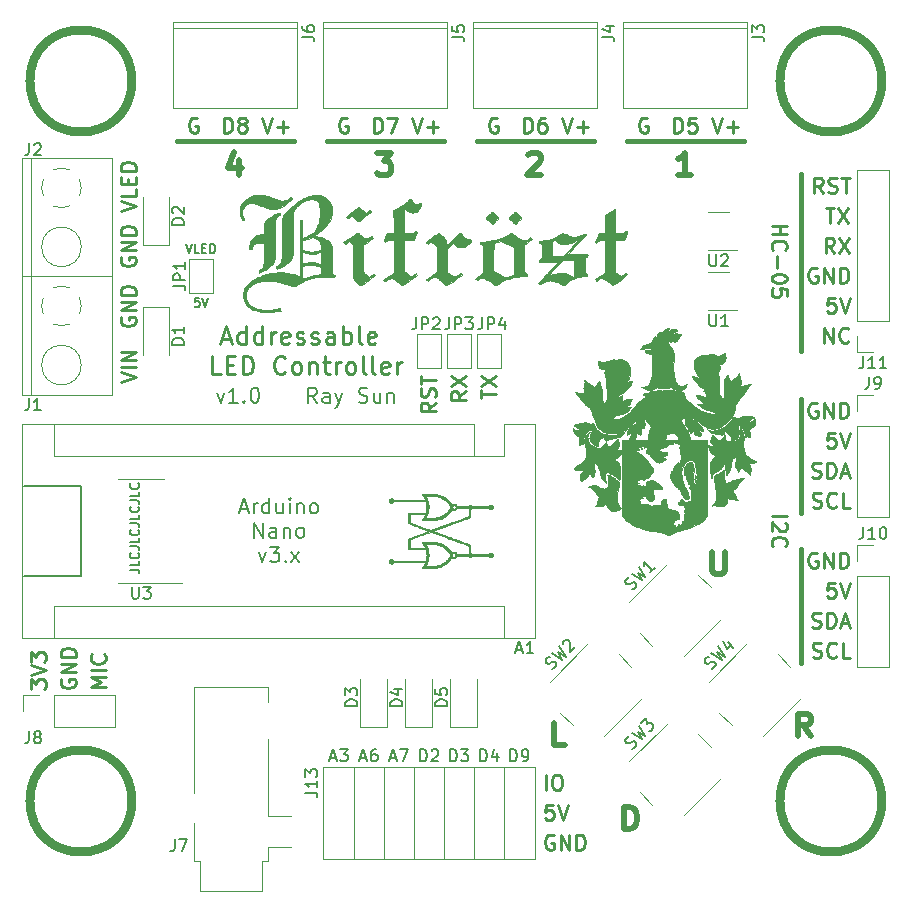
<source format=gbr>
G04 #@! TF.GenerationSoftware,KiCad,Pcbnew,(5.1.5)-2*
G04 #@! TF.CreationDate,2020-01-08T19:40:40-08:00*
G04 #@! TF.ProjectId,bifrost,62696672-6f73-4742-9e6b-696361645f70,A*
G04 #@! TF.SameCoordinates,Original*
G04 #@! TF.FileFunction,Legend,Top*
G04 #@! TF.FilePolarity,Positive*
%FSLAX46Y46*%
G04 Gerber Fmt 4.6, Leading zero omitted, Abs format (unit mm)*
G04 Created by KiCad (PCBNEW (5.1.5)-2) date 2020-01-08 19:40:40*
%MOMM*%
%LPD*%
G04 APERTURE LIST*
%ADD10C,0.279400*%
%ADD11C,0.203200*%
%ADD12C,0.152400*%
%ADD13C,0.254000*%
%ADD14C,0.476250*%
%ADD15C,0.381000*%
%ADD16C,0.762000*%
%ADD17C,0.120000*%
%ADD18C,0.010000*%
%ADD19C,0.150000*%
G04 APERTURE END LIST*
D10*
X171425990Y-118430523D02*
X171425990Y-117160523D01*
X172272657Y-117160523D02*
X172514562Y-117160523D01*
X172635514Y-117221000D01*
X172756467Y-117341952D01*
X172816943Y-117583857D01*
X172816943Y-118007190D01*
X172756467Y-118249095D01*
X172635514Y-118370047D01*
X172514562Y-118430523D01*
X172272657Y-118430523D01*
X172151705Y-118370047D01*
X172030752Y-118249095D01*
X171970276Y-118007190D01*
X171970276Y-117583857D01*
X172030752Y-117341952D01*
X172151705Y-117221000D01*
X172272657Y-117160523D01*
X172091229Y-122301000D02*
X171970276Y-122240523D01*
X171788848Y-122240523D01*
X171607419Y-122301000D01*
X171486467Y-122421952D01*
X171425990Y-122542904D01*
X171365514Y-122784809D01*
X171365514Y-122966238D01*
X171425990Y-123208142D01*
X171486467Y-123329095D01*
X171607419Y-123450047D01*
X171788848Y-123510523D01*
X171909800Y-123510523D01*
X172091229Y-123450047D01*
X172151705Y-123389571D01*
X172151705Y-122966238D01*
X171909800Y-122966238D01*
X172695990Y-123510523D02*
X172695990Y-122240523D01*
X173421705Y-123510523D01*
X173421705Y-122240523D01*
X174026467Y-123510523D02*
X174026467Y-122240523D01*
X174328848Y-122240523D01*
X174510276Y-122301000D01*
X174631229Y-122421952D01*
X174691705Y-122542904D01*
X174752181Y-122784809D01*
X174752181Y-122966238D01*
X174691705Y-123208142D01*
X174631229Y-123329095D01*
X174510276Y-123450047D01*
X174328848Y-123510523D01*
X174026467Y-123510523D01*
X172030752Y-119700523D02*
X171425990Y-119700523D01*
X171365514Y-120305285D01*
X171425990Y-120244809D01*
X171546943Y-120184333D01*
X171849324Y-120184333D01*
X171970276Y-120244809D01*
X172030752Y-120305285D01*
X172091229Y-120426238D01*
X172091229Y-120728619D01*
X172030752Y-120849571D01*
X171970276Y-120910047D01*
X171849324Y-120970523D01*
X171546943Y-120970523D01*
X171425990Y-120910047D01*
X171365514Y-120849571D01*
X172454086Y-119700523D02*
X172877419Y-120970523D01*
X173300752Y-119700523D01*
D11*
X168414095Y-116029619D02*
X168414095Y-115013619D01*
X168656000Y-115013619D01*
X168801142Y-115062000D01*
X168897904Y-115158761D01*
X168946285Y-115255523D01*
X168994666Y-115449047D01*
X168994666Y-115594190D01*
X168946285Y-115787714D01*
X168897904Y-115884476D01*
X168801142Y-115981238D01*
X168656000Y-116029619D01*
X168414095Y-116029619D01*
X169478476Y-116029619D02*
X169672000Y-116029619D01*
X169768761Y-115981238D01*
X169817142Y-115932857D01*
X169913904Y-115787714D01*
X169962285Y-115594190D01*
X169962285Y-115207142D01*
X169913904Y-115110380D01*
X169865523Y-115062000D01*
X169768761Y-115013619D01*
X169575238Y-115013619D01*
X169478476Y-115062000D01*
X169430095Y-115110380D01*
X169381714Y-115207142D01*
X169381714Y-115449047D01*
X169430095Y-115545809D01*
X169478476Y-115594190D01*
X169575238Y-115642571D01*
X169768761Y-115642571D01*
X169865523Y-115594190D01*
X169913904Y-115545809D01*
X169962285Y-115449047D01*
X165874095Y-116029619D02*
X165874095Y-115013619D01*
X166116000Y-115013619D01*
X166261142Y-115062000D01*
X166357904Y-115158761D01*
X166406285Y-115255523D01*
X166454666Y-115449047D01*
X166454666Y-115594190D01*
X166406285Y-115787714D01*
X166357904Y-115884476D01*
X166261142Y-115981238D01*
X166116000Y-116029619D01*
X165874095Y-116029619D01*
X167325523Y-115352285D02*
X167325523Y-116029619D01*
X167083619Y-114965238D02*
X166841714Y-115690952D01*
X167470666Y-115690952D01*
X163334095Y-116029619D02*
X163334095Y-115013619D01*
X163576000Y-115013619D01*
X163721142Y-115062000D01*
X163817904Y-115158761D01*
X163866285Y-115255523D01*
X163914666Y-115449047D01*
X163914666Y-115594190D01*
X163866285Y-115787714D01*
X163817904Y-115884476D01*
X163721142Y-115981238D01*
X163576000Y-116029619D01*
X163334095Y-116029619D01*
X164253333Y-115013619D02*
X164882285Y-115013619D01*
X164543619Y-115400666D01*
X164688761Y-115400666D01*
X164785523Y-115449047D01*
X164833904Y-115497428D01*
X164882285Y-115594190D01*
X164882285Y-115836095D01*
X164833904Y-115932857D01*
X164785523Y-115981238D01*
X164688761Y-116029619D01*
X164398476Y-116029619D01*
X164301714Y-115981238D01*
X164253333Y-115932857D01*
X160794095Y-116029619D02*
X160794095Y-115013619D01*
X161036000Y-115013619D01*
X161181142Y-115062000D01*
X161277904Y-115158761D01*
X161326285Y-115255523D01*
X161374666Y-115449047D01*
X161374666Y-115594190D01*
X161326285Y-115787714D01*
X161277904Y-115884476D01*
X161181142Y-115981238D01*
X161036000Y-116029619D01*
X160794095Y-116029619D01*
X161761714Y-115110380D02*
X161810095Y-115062000D01*
X161906857Y-115013619D01*
X162148761Y-115013619D01*
X162245523Y-115062000D01*
X162293904Y-115110380D01*
X162342285Y-115207142D01*
X162342285Y-115303904D01*
X162293904Y-115449047D01*
X161713333Y-116029619D01*
X162342285Y-116029619D01*
X158278285Y-115739333D02*
X158762095Y-115739333D01*
X158181523Y-116029619D02*
X158520190Y-115013619D01*
X158858857Y-116029619D01*
X159100761Y-115013619D02*
X159778095Y-115013619D01*
X159342666Y-116029619D01*
X155738285Y-115739333D02*
X156222095Y-115739333D01*
X155641523Y-116029619D02*
X155980190Y-115013619D01*
X156318857Y-116029619D01*
X157092952Y-115013619D02*
X156899428Y-115013619D01*
X156802666Y-115062000D01*
X156754285Y-115110380D01*
X156657523Y-115255523D01*
X156609142Y-115449047D01*
X156609142Y-115836095D01*
X156657523Y-115932857D01*
X156705904Y-115981238D01*
X156802666Y-116029619D01*
X156996190Y-116029619D01*
X157092952Y-115981238D01*
X157141333Y-115932857D01*
X157189714Y-115836095D01*
X157189714Y-115594190D01*
X157141333Y-115497428D01*
X157092952Y-115449047D01*
X156996190Y-115400666D01*
X156802666Y-115400666D01*
X156705904Y-115449047D01*
X156657523Y-115497428D01*
X156609142Y-115594190D01*
X153198285Y-115739333D02*
X153682095Y-115739333D01*
X153101523Y-116029619D02*
X153440190Y-115013619D01*
X153778857Y-116029619D01*
X154020761Y-115013619D02*
X154649714Y-115013619D01*
X154311047Y-115400666D01*
X154456190Y-115400666D01*
X154552952Y-115449047D01*
X154601333Y-115497428D01*
X154649714Y-115594190D01*
X154649714Y-115836095D01*
X154601333Y-115932857D01*
X154552952Y-115981238D01*
X154456190Y-116029619D01*
X154165904Y-116029619D01*
X154069142Y-115981238D01*
X154020761Y-115932857D01*
D12*
X145548047Y-94674266D02*
X146152809Y-94674266D01*
X145427095Y-95037123D02*
X145850428Y-93767123D01*
X146273761Y-95037123D01*
X146697095Y-95037123D02*
X146697095Y-94190457D01*
X146697095Y-94432361D02*
X146757571Y-94311409D01*
X146818047Y-94250933D01*
X146939000Y-94190457D01*
X147059952Y-94190457D01*
X148027571Y-95037123D02*
X148027571Y-93767123D01*
X148027571Y-94976647D02*
X147906619Y-95037123D01*
X147664714Y-95037123D01*
X147543761Y-94976647D01*
X147483285Y-94916171D01*
X147422809Y-94795219D01*
X147422809Y-94432361D01*
X147483285Y-94311409D01*
X147543761Y-94250933D01*
X147664714Y-94190457D01*
X147906619Y-94190457D01*
X148027571Y-94250933D01*
X149176619Y-94190457D02*
X149176619Y-95037123D01*
X148632333Y-94190457D02*
X148632333Y-94855695D01*
X148692809Y-94976647D01*
X148813761Y-95037123D01*
X148995190Y-95037123D01*
X149116142Y-94976647D01*
X149176619Y-94916171D01*
X149781380Y-95037123D02*
X149781380Y-94190457D01*
X149781380Y-93767123D02*
X149720904Y-93827600D01*
X149781380Y-93888076D01*
X149841857Y-93827600D01*
X149781380Y-93767123D01*
X149781380Y-93888076D01*
X150386142Y-94190457D02*
X150386142Y-95037123D01*
X150386142Y-94311409D02*
X150446619Y-94250933D01*
X150567571Y-94190457D01*
X150749000Y-94190457D01*
X150869952Y-94250933D01*
X150930428Y-94371885D01*
X150930428Y-95037123D01*
X151716619Y-95037123D02*
X151595666Y-94976647D01*
X151535190Y-94916171D01*
X151474714Y-94795219D01*
X151474714Y-94432361D01*
X151535190Y-94311409D01*
X151595666Y-94250933D01*
X151716619Y-94190457D01*
X151898047Y-94190457D01*
X152019000Y-94250933D01*
X152079476Y-94311409D01*
X152139952Y-94432361D01*
X152139952Y-94795219D01*
X152079476Y-94916171D01*
X152019000Y-94976647D01*
X151898047Y-95037123D01*
X151716619Y-95037123D01*
X146757571Y-97094523D02*
X146757571Y-95824523D01*
X147483285Y-97094523D01*
X147483285Y-95824523D01*
X148632333Y-97094523D02*
X148632333Y-96429285D01*
X148571857Y-96308333D01*
X148450904Y-96247857D01*
X148209000Y-96247857D01*
X148088047Y-96308333D01*
X148632333Y-97034047D02*
X148511380Y-97094523D01*
X148209000Y-97094523D01*
X148088047Y-97034047D01*
X148027571Y-96913095D01*
X148027571Y-96792142D01*
X148088047Y-96671190D01*
X148209000Y-96610714D01*
X148511380Y-96610714D01*
X148632333Y-96550238D01*
X149237095Y-96247857D02*
X149237095Y-97094523D01*
X149237095Y-96368809D02*
X149297571Y-96308333D01*
X149418523Y-96247857D01*
X149599952Y-96247857D01*
X149720904Y-96308333D01*
X149781380Y-96429285D01*
X149781380Y-97094523D01*
X150567571Y-97094523D02*
X150446619Y-97034047D01*
X150386142Y-96973571D01*
X150325666Y-96852619D01*
X150325666Y-96489761D01*
X150386142Y-96368809D01*
X150446619Y-96308333D01*
X150567571Y-96247857D01*
X150749000Y-96247857D01*
X150869952Y-96308333D01*
X150930428Y-96368809D01*
X150990904Y-96489761D01*
X150990904Y-96852619D01*
X150930428Y-96973571D01*
X150869952Y-97034047D01*
X150749000Y-97094523D01*
X150567571Y-97094523D01*
X147120428Y-98305257D02*
X147422809Y-99151923D01*
X147725190Y-98305257D01*
X148088047Y-97881923D02*
X148874238Y-97881923D01*
X148450904Y-98365733D01*
X148632333Y-98365733D01*
X148753285Y-98426209D01*
X148813761Y-98486685D01*
X148874238Y-98607638D01*
X148874238Y-98910019D01*
X148813761Y-99030971D01*
X148753285Y-99091447D01*
X148632333Y-99151923D01*
X148269476Y-99151923D01*
X148148523Y-99091447D01*
X148088047Y-99030971D01*
X149418523Y-99030971D02*
X149479000Y-99091447D01*
X149418523Y-99151923D01*
X149358047Y-99091447D01*
X149418523Y-99030971D01*
X149418523Y-99151923D01*
X149902333Y-99151923D02*
X150567571Y-98305257D01*
X149902333Y-98305257D02*
X150567571Y-99151923D01*
X136234714Y-99785714D02*
X136779000Y-99785714D01*
X136887857Y-99822000D01*
X136960428Y-99894571D01*
X136996714Y-100003428D01*
X136996714Y-100076000D01*
X136996714Y-99060000D02*
X136996714Y-99422857D01*
X136234714Y-99422857D01*
X136924142Y-98370571D02*
X136960428Y-98406857D01*
X136996714Y-98515714D01*
X136996714Y-98588285D01*
X136960428Y-98697142D01*
X136887857Y-98769714D01*
X136815285Y-98806000D01*
X136670142Y-98842285D01*
X136561285Y-98842285D01*
X136416142Y-98806000D01*
X136343571Y-98769714D01*
X136271000Y-98697142D01*
X136234714Y-98588285D01*
X136234714Y-98515714D01*
X136271000Y-98406857D01*
X136307285Y-98370571D01*
X136234714Y-97826285D02*
X136779000Y-97826285D01*
X136887857Y-97862571D01*
X136960428Y-97935142D01*
X136996714Y-98044000D01*
X136996714Y-98116571D01*
X136996714Y-97100571D02*
X136996714Y-97463428D01*
X136234714Y-97463428D01*
X136924142Y-96411142D02*
X136960428Y-96447428D01*
X136996714Y-96556285D01*
X136996714Y-96628857D01*
X136960428Y-96737714D01*
X136887857Y-96810285D01*
X136815285Y-96846571D01*
X136670142Y-96882857D01*
X136561285Y-96882857D01*
X136416142Y-96846571D01*
X136343571Y-96810285D01*
X136271000Y-96737714D01*
X136234714Y-96628857D01*
X136234714Y-96556285D01*
X136271000Y-96447428D01*
X136307285Y-96411142D01*
X136234714Y-95866857D02*
X136779000Y-95866857D01*
X136887857Y-95903142D01*
X136960428Y-95975714D01*
X136996714Y-96084571D01*
X136996714Y-96157142D01*
X136996714Y-95141142D02*
X136996714Y-95504000D01*
X136234714Y-95504000D01*
X136924142Y-94451714D02*
X136960428Y-94488000D01*
X136996714Y-94596857D01*
X136996714Y-94669428D01*
X136960428Y-94778285D01*
X136887857Y-94850857D01*
X136815285Y-94887142D01*
X136670142Y-94923428D01*
X136561285Y-94923428D01*
X136416142Y-94887142D01*
X136343571Y-94850857D01*
X136271000Y-94778285D01*
X136234714Y-94669428D01*
X136234714Y-94596857D01*
X136271000Y-94488000D01*
X136307285Y-94451714D01*
X136234714Y-93907428D02*
X136779000Y-93907428D01*
X136887857Y-93943714D01*
X136960428Y-94016285D01*
X136996714Y-94125142D01*
X136996714Y-94197714D01*
X136996714Y-93181714D02*
X136996714Y-93544571D01*
X136234714Y-93544571D01*
X136924142Y-92492285D02*
X136960428Y-92528571D01*
X136996714Y-92637428D01*
X136996714Y-92710000D01*
X136960428Y-92818857D01*
X136887857Y-92891428D01*
X136815285Y-92927714D01*
X136670142Y-92964000D01*
X136561285Y-92964000D01*
X136416142Y-92927714D01*
X136343571Y-92891428D01*
X136271000Y-92818857D01*
X136234714Y-92710000D01*
X136234714Y-92637428D01*
X136271000Y-92528571D01*
X136307285Y-92492285D01*
X143600714Y-84817857D02*
X143903095Y-85664523D01*
X144205476Y-84817857D01*
X145354523Y-85664523D02*
X144628809Y-85664523D01*
X144991666Y-85664523D02*
X144991666Y-84394523D01*
X144870714Y-84575952D01*
X144749761Y-84696904D01*
X144628809Y-84757380D01*
X145898809Y-85543571D02*
X145959285Y-85604047D01*
X145898809Y-85664523D01*
X145838333Y-85604047D01*
X145898809Y-85543571D01*
X145898809Y-85664523D01*
X146745476Y-84394523D02*
X146866428Y-84394523D01*
X146987380Y-84455000D01*
X147047857Y-84515476D01*
X147108333Y-84636428D01*
X147168809Y-84878333D01*
X147168809Y-85180714D01*
X147108333Y-85422619D01*
X147047857Y-85543571D01*
X146987380Y-85604047D01*
X146866428Y-85664523D01*
X146745476Y-85664523D01*
X146624523Y-85604047D01*
X146564047Y-85543571D01*
X146503571Y-85422619D01*
X146443095Y-85180714D01*
X146443095Y-84878333D01*
X146503571Y-84636428D01*
X146564047Y-84515476D01*
X146624523Y-84455000D01*
X146745476Y-84394523D01*
X152037142Y-85664523D02*
X151613809Y-85059761D01*
X151311428Y-85664523D02*
X151311428Y-84394523D01*
X151795238Y-84394523D01*
X151916190Y-84455000D01*
X151976666Y-84515476D01*
X152037142Y-84636428D01*
X152037142Y-84817857D01*
X151976666Y-84938809D01*
X151916190Y-84999285D01*
X151795238Y-85059761D01*
X151311428Y-85059761D01*
X153125714Y-85664523D02*
X153125714Y-84999285D01*
X153065238Y-84878333D01*
X152944285Y-84817857D01*
X152702380Y-84817857D01*
X152581428Y-84878333D01*
X153125714Y-85604047D02*
X153004761Y-85664523D01*
X152702380Y-85664523D01*
X152581428Y-85604047D01*
X152520952Y-85483095D01*
X152520952Y-85362142D01*
X152581428Y-85241190D01*
X152702380Y-85180714D01*
X153004761Y-85180714D01*
X153125714Y-85120238D01*
X153609523Y-84817857D02*
X153911904Y-85664523D01*
X154214285Y-84817857D02*
X153911904Y-85664523D01*
X153790952Y-85966904D01*
X153730476Y-86027380D01*
X153609523Y-86087857D01*
X155605238Y-85604047D02*
X155786666Y-85664523D01*
X156089047Y-85664523D01*
X156210000Y-85604047D01*
X156270476Y-85543571D01*
X156330952Y-85422619D01*
X156330952Y-85301666D01*
X156270476Y-85180714D01*
X156210000Y-85120238D01*
X156089047Y-85059761D01*
X155847142Y-84999285D01*
X155726190Y-84938809D01*
X155665714Y-84878333D01*
X155605238Y-84757380D01*
X155605238Y-84636428D01*
X155665714Y-84515476D01*
X155726190Y-84455000D01*
X155847142Y-84394523D01*
X156149523Y-84394523D01*
X156330952Y-84455000D01*
X157419523Y-84817857D02*
X157419523Y-85664523D01*
X156875238Y-84817857D02*
X156875238Y-85483095D01*
X156935714Y-85604047D01*
X157056666Y-85664523D01*
X157238095Y-85664523D01*
X157359047Y-85604047D01*
X157419523Y-85543571D01*
X158024285Y-84817857D02*
X158024285Y-85664523D01*
X158024285Y-84938809D02*
X158084761Y-84878333D01*
X158205714Y-84817857D01*
X158387142Y-84817857D01*
X158508095Y-84878333D01*
X158568571Y-84999285D01*
X158568571Y-85664523D01*
D13*
X144018000Y-80264000D02*
X144743714Y-80264000D01*
X143872857Y-80699428D02*
X144380857Y-79175428D01*
X144888857Y-80699428D01*
X146050000Y-80699428D02*
X146050000Y-79175428D01*
X146050000Y-80626857D02*
X145904857Y-80699428D01*
X145614571Y-80699428D01*
X145469428Y-80626857D01*
X145396857Y-80554285D01*
X145324285Y-80409142D01*
X145324285Y-79973714D01*
X145396857Y-79828571D01*
X145469428Y-79756000D01*
X145614571Y-79683428D01*
X145904857Y-79683428D01*
X146050000Y-79756000D01*
X147428857Y-80699428D02*
X147428857Y-79175428D01*
X147428857Y-80626857D02*
X147283714Y-80699428D01*
X146993428Y-80699428D01*
X146848285Y-80626857D01*
X146775714Y-80554285D01*
X146703142Y-80409142D01*
X146703142Y-79973714D01*
X146775714Y-79828571D01*
X146848285Y-79756000D01*
X146993428Y-79683428D01*
X147283714Y-79683428D01*
X147428857Y-79756000D01*
X148154571Y-80699428D02*
X148154571Y-79683428D01*
X148154571Y-79973714D02*
X148227142Y-79828571D01*
X148299714Y-79756000D01*
X148444857Y-79683428D01*
X148590000Y-79683428D01*
X149678571Y-80626857D02*
X149533428Y-80699428D01*
X149243142Y-80699428D01*
X149098000Y-80626857D01*
X149025428Y-80481714D01*
X149025428Y-79901142D01*
X149098000Y-79756000D01*
X149243142Y-79683428D01*
X149533428Y-79683428D01*
X149678571Y-79756000D01*
X149751142Y-79901142D01*
X149751142Y-80046285D01*
X149025428Y-80191428D01*
X150331714Y-80626857D02*
X150476857Y-80699428D01*
X150767142Y-80699428D01*
X150912285Y-80626857D01*
X150984857Y-80481714D01*
X150984857Y-80409142D01*
X150912285Y-80264000D01*
X150767142Y-80191428D01*
X150549428Y-80191428D01*
X150404285Y-80118857D01*
X150331714Y-79973714D01*
X150331714Y-79901142D01*
X150404285Y-79756000D01*
X150549428Y-79683428D01*
X150767142Y-79683428D01*
X150912285Y-79756000D01*
X151565428Y-80626857D02*
X151710571Y-80699428D01*
X152000857Y-80699428D01*
X152146000Y-80626857D01*
X152218571Y-80481714D01*
X152218571Y-80409142D01*
X152146000Y-80264000D01*
X152000857Y-80191428D01*
X151783142Y-80191428D01*
X151638000Y-80118857D01*
X151565428Y-79973714D01*
X151565428Y-79901142D01*
X151638000Y-79756000D01*
X151783142Y-79683428D01*
X152000857Y-79683428D01*
X152146000Y-79756000D01*
X153524857Y-80699428D02*
X153524857Y-79901142D01*
X153452285Y-79756000D01*
X153307142Y-79683428D01*
X153016857Y-79683428D01*
X152871714Y-79756000D01*
X153524857Y-80626857D02*
X153379714Y-80699428D01*
X153016857Y-80699428D01*
X152871714Y-80626857D01*
X152799142Y-80481714D01*
X152799142Y-80336571D01*
X152871714Y-80191428D01*
X153016857Y-80118857D01*
X153379714Y-80118857D01*
X153524857Y-80046285D01*
X154250571Y-80699428D02*
X154250571Y-79175428D01*
X154250571Y-79756000D02*
X154395714Y-79683428D01*
X154686000Y-79683428D01*
X154831142Y-79756000D01*
X154903714Y-79828571D01*
X154976285Y-79973714D01*
X154976285Y-80409142D01*
X154903714Y-80554285D01*
X154831142Y-80626857D01*
X154686000Y-80699428D01*
X154395714Y-80699428D01*
X154250571Y-80626857D01*
X155847142Y-80699428D02*
X155702000Y-80626857D01*
X155629428Y-80481714D01*
X155629428Y-79175428D01*
X157008285Y-80626857D02*
X156863142Y-80699428D01*
X156572857Y-80699428D01*
X156427714Y-80626857D01*
X156355142Y-80481714D01*
X156355142Y-79901142D01*
X156427714Y-79756000D01*
X156572857Y-79683428D01*
X156863142Y-79683428D01*
X157008285Y-79756000D01*
X157080857Y-79901142D01*
X157080857Y-80046285D01*
X156355142Y-80191428D01*
X143909142Y-83239428D02*
X143183428Y-83239428D01*
X143183428Y-81715428D01*
X144417142Y-82441142D02*
X144925142Y-82441142D01*
X145142857Y-83239428D02*
X144417142Y-83239428D01*
X144417142Y-81715428D01*
X145142857Y-81715428D01*
X145796000Y-83239428D02*
X145796000Y-81715428D01*
X146158857Y-81715428D01*
X146376571Y-81788000D01*
X146521714Y-81933142D01*
X146594285Y-82078285D01*
X146666857Y-82368571D01*
X146666857Y-82586285D01*
X146594285Y-82876571D01*
X146521714Y-83021714D01*
X146376571Y-83166857D01*
X146158857Y-83239428D01*
X145796000Y-83239428D01*
X149352000Y-83094285D02*
X149279428Y-83166857D01*
X149061714Y-83239428D01*
X148916571Y-83239428D01*
X148698857Y-83166857D01*
X148553714Y-83021714D01*
X148481142Y-82876571D01*
X148408571Y-82586285D01*
X148408571Y-82368571D01*
X148481142Y-82078285D01*
X148553714Y-81933142D01*
X148698857Y-81788000D01*
X148916571Y-81715428D01*
X149061714Y-81715428D01*
X149279428Y-81788000D01*
X149352000Y-81860571D01*
X150222857Y-83239428D02*
X150077714Y-83166857D01*
X150005142Y-83094285D01*
X149932571Y-82949142D01*
X149932571Y-82513714D01*
X150005142Y-82368571D01*
X150077714Y-82296000D01*
X150222857Y-82223428D01*
X150440571Y-82223428D01*
X150585714Y-82296000D01*
X150658285Y-82368571D01*
X150730857Y-82513714D01*
X150730857Y-82949142D01*
X150658285Y-83094285D01*
X150585714Y-83166857D01*
X150440571Y-83239428D01*
X150222857Y-83239428D01*
X151384000Y-82223428D02*
X151384000Y-83239428D01*
X151384000Y-82368571D02*
X151456571Y-82296000D01*
X151601714Y-82223428D01*
X151819428Y-82223428D01*
X151964571Y-82296000D01*
X152037142Y-82441142D01*
X152037142Y-83239428D01*
X152545142Y-82223428D02*
X153125714Y-82223428D01*
X152762857Y-81715428D02*
X152762857Y-83021714D01*
X152835428Y-83166857D01*
X152980571Y-83239428D01*
X153125714Y-83239428D01*
X153633714Y-83239428D02*
X153633714Y-82223428D01*
X153633714Y-82513714D02*
X153706285Y-82368571D01*
X153778857Y-82296000D01*
X153924000Y-82223428D01*
X154069142Y-82223428D01*
X154794857Y-83239428D02*
X154649714Y-83166857D01*
X154577142Y-83094285D01*
X154504571Y-82949142D01*
X154504571Y-82513714D01*
X154577142Y-82368571D01*
X154649714Y-82296000D01*
X154794857Y-82223428D01*
X155012571Y-82223428D01*
X155157714Y-82296000D01*
X155230285Y-82368571D01*
X155302857Y-82513714D01*
X155302857Y-82949142D01*
X155230285Y-83094285D01*
X155157714Y-83166857D01*
X155012571Y-83239428D01*
X154794857Y-83239428D01*
X156173714Y-83239428D02*
X156028571Y-83166857D01*
X155956000Y-83021714D01*
X155956000Y-81715428D01*
X156972000Y-83239428D02*
X156826857Y-83166857D01*
X156754285Y-83021714D01*
X156754285Y-81715428D01*
X158133142Y-83166857D02*
X157988000Y-83239428D01*
X157697714Y-83239428D01*
X157552571Y-83166857D01*
X157480000Y-83021714D01*
X157480000Y-82441142D01*
X157552571Y-82296000D01*
X157697714Y-82223428D01*
X157988000Y-82223428D01*
X158133142Y-82296000D01*
X158205714Y-82441142D01*
X158205714Y-82586285D01*
X157480000Y-82731428D01*
X158858857Y-83239428D02*
X158858857Y-82223428D01*
X158858857Y-82513714D02*
X158931428Y-82368571D01*
X159004000Y-82296000D01*
X159149142Y-82223428D01*
X159294285Y-82223428D01*
D12*
X142094857Y-76798714D02*
X141732000Y-76798714D01*
X141695714Y-77161571D01*
X141732000Y-77125285D01*
X141804571Y-77089000D01*
X141986000Y-77089000D01*
X142058571Y-77125285D01*
X142094857Y-77161571D01*
X142131142Y-77234142D01*
X142131142Y-77415571D01*
X142094857Y-77488142D01*
X142058571Y-77524428D01*
X141986000Y-77560714D01*
X141804571Y-77560714D01*
X141732000Y-77524428D01*
X141695714Y-77488142D01*
X142348857Y-76798714D02*
X142602857Y-77560714D01*
X142856857Y-76798714D01*
X140951857Y-72226714D02*
X141205857Y-72988714D01*
X141459857Y-72226714D01*
X142076714Y-72988714D02*
X141713857Y-72988714D01*
X141713857Y-72226714D01*
X142330714Y-72589571D02*
X142584714Y-72589571D01*
X142693571Y-72988714D02*
X142330714Y-72988714D01*
X142330714Y-72226714D01*
X142693571Y-72226714D01*
X143020142Y-72988714D02*
X143020142Y-72226714D01*
X143201571Y-72226714D01*
X143310428Y-72263000D01*
X143383000Y-72335571D01*
X143419285Y-72408142D01*
X143455571Y-72553285D01*
X143455571Y-72662142D01*
X143419285Y-72807285D01*
X143383000Y-72879857D01*
X143310428Y-72952428D01*
X143201571Y-72988714D01*
X143020142Y-72988714D01*
D14*
X178063071Y-121765785D02*
X178063071Y-119860785D01*
X178516642Y-119860785D01*
X178788785Y-119951500D01*
X178970214Y-120132928D01*
X179060928Y-120314357D01*
X179151642Y-120677214D01*
X179151642Y-120949357D01*
X179060928Y-121312214D01*
X178970214Y-121493642D01*
X178788785Y-121675071D01*
X178516642Y-121765785D01*
X178063071Y-121765785D01*
X173055642Y-114653785D02*
X172148500Y-114653785D01*
X172148500Y-112748785D01*
X193883642Y-113891785D02*
X193248642Y-112984642D01*
X192795071Y-113891785D02*
X192795071Y-111986785D01*
X193520785Y-111986785D01*
X193702214Y-112077500D01*
X193792928Y-112168214D01*
X193883642Y-112349642D01*
X193883642Y-112621785D01*
X193792928Y-112803214D01*
X193702214Y-112893928D01*
X193520785Y-112984642D01*
X192795071Y-112984642D01*
X185510714Y-98270785D02*
X185510714Y-99812928D01*
X185601428Y-99994357D01*
X185692142Y-100085071D01*
X185873571Y-100175785D01*
X186236428Y-100175785D01*
X186417857Y-100085071D01*
X186508571Y-99994357D01*
X186599285Y-99812928D01*
X186599285Y-98270785D01*
D10*
X164658523Y-84691038D02*
X164053761Y-85114371D01*
X164658523Y-85416752D02*
X163388523Y-85416752D01*
X163388523Y-84932943D01*
X163449000Y-84811990D01*
X163509476Y-84751514D01*
X163630428Y-84691038D01*
X163811857Y-84691038D01*
X163932809Y-84751514D01*
X163993285Y-84811990D01*
X164053761Y-84932943D01*
X164053761Y-85416752D01*
X163388523Y-84267705D02*
X164658523Y-83421038D01*
X163388523Y-83421038D02*
X164658523Y-84267705D01*
X165928523Y-85295800D02*
X165928523Y-84570086D01*
X167198523Y-84932943D02*
X165928523Y-84932943D01*
X165928523Y-84267705D02*
X167198523Y-83421038D01*
X165928523Y-83421038D02*
X167198523Y-84267705D01*
X162118523Y-85658657D02*
X161513761Y-86081990D01*
X162118523Y-86384371D02*
X160848523Y-86384371D01*
X160848523Y-85900562D01*
X160909000Y-85779610D01*
X160969476Y-85719133D01*
X161090428Y-85658657D01*
X161271857Y-85658657D01*
X161392809Y-85719133D01*
X161453285Y-85779610D01*
X161513761Y-85900562D01*
X161513761Y-86384371D01*
X162058047Y-85174848D02*
X162118523Y-84993419D01*
X162118523Y-84691038D01*
X162058047Y-84570086D01*
X161997571Y-84509610D01*
X161876619Y-84449133D01*
X161755666Y-84449133D01*
X161634714Y-84509610D01*
X161574238Y-84570086D01*
X161513761Y-84691038D01*
X161453285Y-84932943D01*
X161392809Y-85053895D01*
X161332333Y-85114371D01*
X161211380Y-85174848D01*
X161090428Y-85174848D01*
X160969476Y-85114371D01*
X160909000Y-85053895D01*
X160848523Y-84932943D01*
X160848523Y-84630562D01*
X160909000Y-84449133D01*
X160848523Y-84086276D02*
X160848523Y-83360562D01*
X162118523Y-83723419D02*
X160848523Y-83723419D01*
D14*
X183749285Y-66393785D02*
X182660714Y-66393785D01*
X183205000Y-66393785D02*
X183205000Y-64488785D01*
X183023571Y-64760928D01*
X182842142Y-64942357D01*
X182660714Y-65033071D01*
D15*
X178308000Y-63500000D02*
X188214000Y-63500000D01*
X165608000Y-63500000D02*
X175514000Y-63500000D01*
X152908000Y-63500000D02*
X162814000Y-63500000D01*
D14*
X169960714Y-64670214D02*
X170051428Y-64579500D01*
X170232857Y-64488785D01*
X170686428Y-64488785D01*
X170867857Y-64579500D01*
X170958571Y-64670214D01*
X171049285Y-64851642D01*
X171049285Y-65033071D01*
X170958571Y-65305214D01*
X169870000Y-66393785D01*
X171049285Y-66393785D01*
X157170000Y-64488785D02*
X158349285Y-64488785D01*
X157714285Y-65214500D01*
X157986428Y-65214500D01*
X158167857Y-65305214D01*
X158258571Y-65395928D01*
X158349285Y-65577357D01*
X158349285Y-66030928D01*
X158258571Y-66212357D01*
X158167857Y-66303071D01*
X157986428Y-66393785D01*
X157442142Y-66393785D01*
X157260714Y-66303071D01*
X157170000Y-66212357D01*
D10*
X180037619Y-61595000D02*
X179916666Y-61534523D01*
X179735238Y-61534523D01*
X179553809Y-61595000D01*
X179432857Y-61715952D01*
X179372380Y-61836904D01*
X179311904Y-62078809D01*
X179311904Y-62260238D01*
X179372380Y-62502142D01*
X179432857Y-62623095D01*
X179553809Y-62744047D01*
X179735238Y-62804523D01*
X179856190Y-62804523D01*
X180037619Y-62744047D01*
X180098095Y-62683571D01*
X180098095Y-62260238D01*
X179856190Y-62260238D01*
X167337619Y-61595000D02*
X167216666Y-61534523D01*
X167035238Y-61534523D01*
X166853809Y-61595000D01*
X166732857Y-61715952D01*
X166672380Y-61836904D01*
X166611904Y-62078809D01*
X166611904Y-62260238D01*
X166672380Y-62502142D01*
X166732857Y-62623095D01*
X166853809Y-62744047D01*
X167035238Y-62804523D01*
X167156190Y-62804523D01*
X167337619Y-62744047D01*
X167398095Y-62683571D01*
X167398095Y-62260238D01*
X167156190Y-62260238D01*
X154637619Y-61595000D02*
X154516666Y-61534523D01*
X154335238Y-61534523D01*
X154153809Y-61595000D01*
X154032857Y-61715952D01*
X153972380Y-61836904D01*
X153911904Y-62078809D01*
X153911904Y-62260238D01*
X153972380Y-62502142D01*
X154032857Y-62623095D01*
X154153809Y-62744047D01*
X154335238Y-62804523D01*
X154456190Y-62804523D01*
X154637619Y-62744047D01*
X154698095Y-62683571D01*
X154698095Y-62260238D01*
X154456190Y-62260238D01*
X185495476Y-61534523D02*
X185918809Y-62804523D01*
X186342142Y-61534523D01*
X186765476Y-62320714D02*
X187733095Y-62320714D01*
X187249285Y-62804523D02*
X187249285Y-61836904D01*
X172795476Y-61534523D02*
X173218809Y-62804523D01*
X173642142Y-61534523D01*
X174065476Y-62320714D02*
X175033095Y-62320714D01*
X174549285Y-62804523D02*
X174549285Y-61836904D01*
X160095476Y-61534523D02*
X160518809Y-62804523D01*
X160942142Y-61534523D01*
X161365476Y-62320714D02*
X162333095Y-62320714D01*
X161849285Y-62804523D02*
X161849285Y-61836904D01*
X182267619Y-62804523D02*
X182267619Y-61534523D01*
X182570000Y-61534523D01*
X182751428Y-61595000D01*
X182872380Y-61715952D01*
X182932857Y-61836904D01*
X182993333Y-62078809D01*
X182993333Y-62260238D01*
X182932857Y-62502142D01*
X182872380Y-62623095D01*
X182751428Y-62744047D01*
X182570000Y-62804523D01*
X182267619Y-62804523D01*
X184142380Y-61534523D02*
X183537619Y-61534523D01*
X183477142Y-62139285D01*
X183537619Y-62078809D01*
X183658571Y-62018333D01*
X183960952Y-62018333D01*
X184081904Y-62078809D01*
X184142380Y-62139285D01*
X184202857Y-62260238D01*
X184202857Y-62562619D01*
X184142380Y-62683571D01*
X184081904Y-62744047D01*
X183960952Y-62804523D01*
X183658571Y-62804523D01*
X183537619Y-62744047D01*
X183477142Y-62683571D01*
X169567619Y-62804523D02*
X169567619Y-61534523D01*
X169870000Y-61534523D01*
X170051428Y-61595000D01*
X170172380Y-61715952D01*
X170232857Y-61836904D01*
X170293333Y-62078809D01*
X170293333Y-62260238D01*
X170232857Y-62502142D01*
X170172380Y-62623095D01*
X170051428Y-62744047D01*
X169870000Y-62804523D01*
X169567619Y-62804523D01*
X171381904Y-61534523D02*
X171140000Y-61534523D01*
X171019047Y-61595000D01*
X170958571Y-61655476D01*
X170837619Y-61836904D01*
X170777142Y-62078809D01*
X170777142Y-62562619D01*
X170837619Y-62683571D01*
X170898095Y-62744047D01*
X171019047Y-62804523D01*
X171260952Y-62804523D01*
X171381904Y-62744047D01*
X171442380Y-62683571D01*
X171502857Y-62562619D01*
X171502857Y-62260238D01*
X171442380Y-62139285D01*
X171381904Y-62078809D01*
X171260952Y-62018333D01*
X171019047Y-62018333D01*
X170898095Y-62078809D01*
X170837619Y-62139285D01*
X170777142Y-62260238D01*
X156867619Y-62804523D02*
X156867619Y-61534523D01*
X157170000Y-61534523D01*
X157351428Y-61595000D01*
X157472380Y-61715952D01*
X157532857Y-61836904D01*
X157593333Y-62078809D01*
X157593333Y-62260238D01*
X157532857Y-62502142D01*
X157472380Y-62623095D01*
X157351428Y-62744047D01*
X157170000Y-62804523D01*
X156867619Y-62804523D01*
X158016666Y-61534523D02*
X158863333Y-61534523D01*
X158319047Y-62804523D01*
D14*
X145467857Y-65123785D02*
X145467857Y-66393785D01*
X145014285Y-64398071D02*
X144560714Y-65758785D01*
X145740000Y-65758785D01*
D15*
X140208000Y-63500000D02*
X150114000Y-63500000D01*
D10*
X147395476Y-61534523D02*
X147818809Y-62804523D01*
X148242142Y-61534523D01*
X148665476Y-62320714D02*
X149633095Y-62320714D01*
X149149285Y-62804523D02*
X149149285Y-61836904D01*
X144167619Y-62804523D02*
X144167619Y-61534523D01*
X144470000Y-61534523D01*
X144651428Y-61595000D01*
X144772380Y-61715952D01*
X144832857Y-61836904D01*
X144893333Y-62078809D01*
X144893333Y-62260238D01*
X144832857Y-62502142D01*
X144772380Y-62623095D01*
X144651428Y-62744047D01*
X144470000Y-62804523D01*
X144167619Y-62804523D01*
X145619047Y-62078809D02*
X145498095Y-62018333D01*
X145437619Y-61957857D01*
X145377142Y-61836904D01*
X145377142Y-61776428D01*
X145437619Y-61655476D01*
X145498095Y-61595000D01*
X145619047Y-61534523D01*
X145860952Y-61534523D01*
X145981904Y-61595000D01*
X146042380Y-61655476D01*
X146102857Y-61776428D01*
X146102857Y-61836904D01*
X146042380Y-61957857D01*
X145981904Y-62018333D01*
X145860952Y-62078809D01*
X145619047Y-62078809D01*
X145498095Y-62139285D01*
X145437619Y-62199761D01*
X145377142Y-62320714D01*
X145377142Y-62562619D01*
X145437619Y-62683571D01*
X145498095Y-62744047D01*
X145619047Y-62804523D01*
X145860952Y-62804523D01*
X145981904Y-62744047D01*
X146042380Y-62683571D01*
X146102857Y-62562619D01*
X146102857Y-62320714D01*
X146042380Y-62199761D01*
X145981904Y-62139285D01*
X145860952Y-62078809D01*
X141937619Y-61595000D02*
X141816666Y-61534523D01*
X141635238Y-61534523D01*
X141453809Y-61595000D01*
X141332857Y-61715952D01*
X141272380Y-61836904D01*
X141211904Y-62078809D01*
X141211904Y-62260238D01*
X141272380Y-62502142D01*
X141332857Y-62623095D01*
X141453809Y-62744047D01*
X141635238Y-62804523D01*
X141756190Y-62804523D01*
X141937619Y-62744047D01*
X141998095Y-62683571D01*
X141998095Y-62260238D01*
X141756190Y-62260238D01*
X135448523Y-83940952D02*
X136718523Y-83517619D01*
X135448523Y-83094285D01*
X136718523Y-82670952D02*
X135448523Y-82670952D01*
X136718523Y-82066190D02*
X135448523Y-82066190D01*
X136718523Y-81340476D01*
X135448523Y-81340476D01*
X135509000Y-78437619D02*
X135448523Y-78558571D01*
X135448523Y-78740000D01*
X135509000Y-78921428D01*
X135629952Y-79042380D01*
X135750904Y-79102857D01*
X135992809Y-79163333D01*
X136174238Y-79163333D01*
X136416142Y-79102857D01*
X136537095Y-79042380D01*
X136658047Y-78921428D01*
X136718523Y-78740000D01*
X136718523Y-78619047D01*
X136658047Y-78437619D01*
X136597571Y-78377142D01*
X136174238Y-78377142D01*
X136174238Y-78619047D01*
X136718523Y-77832857D02*
X135448523Y-77832857D01*
X136718523Y-77107142D01*
X135448523Y-77107142D01*
X136718523Y-76502380D02*
X135448523Y-76502380D01*
X135448523Y-76200000D01*
X135509000Y-76018571D01*
X135629952Y-75897619D01*
X135750904Y-75837142D01*
X135992809Y-75776666D01*
X136174238Y-75776666D01*
X136416142Y-75837142D01*
X136537095Y-75897619D01*
X136658047Y-76018571D01*
X136718523Y-76200000D01*
X136718523Y-76502380D01*
X135509000Y-73357619D02*
X135448523Y-73478571D01*
X135448523Y-73660000D01*
X135509000Y-73841428D01*
X135629952Y-73962380D01*
X135750904Y-74022857D01*
X135992809Y-74083333D01*
X136174238Y-74083333D01*
X136416142Y-74022857D01*
X136537095Y-73962380D01*
X136658047Y-73841428D01*
X136718523Y-73660000D01*
X136718523Y-73539047D01*
X136658047Y-73357619D01*
X136597571Y-73297142D01*
X136174238Y-73297142D01*
X136174238Y-73539047D01*
X136718523Y-72752857D02*
X135448523Y-72752857D01*
X136718523Y-72027142D01*
X135448523Y-72027142D01*
X136718523Y-71422380D02*
X135448523Y-71422380D01*
X135448523Y-71120000D01*
X135509000Y-70938571D01*
X135629952Y-70817619D01*
X135750904Y-70757142D01*
X135992809Y-70696666D01*
X136174238Y-70696666D01*
X136416142Y-70757142D01*
X136537095Y-70817619D01*
X136658047Y-70938571D01*
X136718523Y-71120000D01*
X136718523Y-71422380D01*
X135448523Y-69456904D02*
X136718523Y-69033571D01*
X135448523Y-68610238D01*
X136718523Y-67582142D02*
X136718523Y-68186904D01*
X135448523Y-68186904D01*
X136053285Y-67158809D02*
X136053285Y-66735476D01*
X136718523Y-66554047D02*
X136718523Y-67158809D01*
X135448523Y-67158809D01*
X135448523Y-66554047D01*
X136718523Y-66009761D02*
X135448523Y-66009761D01*
X135448523Y-65707380D01*
X135509000Y-65525952D01*
X135629952Y-65405000D01*
X135750904Y-65344523D01*
X135992809Y-65284047D01*
X136174238Y-65284047D01*
X136416142Y-65344523D01*
X136537095Y-65405000D01*
X136658047Y-65525952D01*
X136718523Y-65707380D01*
X136718523Y-66009761D01*
X190560476Y-70666428D02*
X191830476Y-70666428D01*
X191225714Y-70666428D02*
X191225714Y-71392142D01*
X190560476Y-71392142D02*
X191830476Y-71392142D01*
X190681428Y-72722619D02*
X190620952Y-72662142D01*
X190560476Y-72480714D01*
X190560476Y-72359761D01*
X190620952Y-72178333D01*
X190741904Y-72057380D01*
X190862857Y-71996904D01*
X191104761Y-71936428D01*
X191286190Y-71936428D01*
X191528095Y-71996904D01*
X191649047Y-72057380D01*
X191770000Y-72178333D01*
X191830476Y-72359761D01*
X191830476Y-72480714D01*
X191770000Y-72662142D01*
X191709523Y-72722619D01*
X191044285Y-73266904D02*
X191044285Y-74234523D01*
X191830476Y-75081190D02*
X191830476Y-75202142D01*
X191770000Y-75323095D01*
X191709523Y-75383571D01*
X191588571Y-75444047D01*
X191346666Y-75504523D01*
X191044285Y-75504523D01*
X190802380Y-75444047D01*
X190681428Y-75383571D01*
X190620952Y-75323095D01*
X190560476Y-75202142D01*
X190560476Y-75081190D01*
X190620952Y-74960238D01*
X190681428Y-74899761D01*
X190802380Y-74839285D01*
X191044285Y-74778809D01*
X191346666Y-74778809D01*
X191588571Y-74839285D01*
X191709523Y-74899761D01*
X191770000Y-74960238D01*
X191830476Y-75081190D01*
X191830476Y-76653571D02*
X191830476Y-76048809D01*
X191225714Y-75988333D01*
X191286190Y-76048809D01*
X191346666Y-76169761D01*
X191346666Y-76472142D01*
X191286190Y-76593095D01*
X191225714Y-76653571D01*
X191104761Y-76714047D01*
X190802380Y-76714047D01*
X190681428Y-76653571D01*
X190620952Y-76593095D01*
X190560476Y-76472142D01*
X190560476Y-76169761D01*
X190620952Y-76048809D01*
X190681428Y-75988333D01*
X190560476Y-95280238D02*
X191830476Y-95280238D01*
X191709523Y-95824523D02*
X191770000Y-95885000D01*
X191830476Y-96005952D01*
X191830476Y-96308333D01*
X191770000Y-96429285D01*
X191709523Y-96489761D01*
X191588571Y-96550238D01*
X191467619Y-96550238D01*
X191286190Y-96489761D01*
X190560476Y-95764047D01*
X190560476Y-96550238D01*
X190681428Y-97820238D02*
X190620952Y-97759761D01*
X190560476Y-97578333D01*
X190560476Y-97457380D01*
X190620952Y-97275952D01*
X190741904Y-97155000D01*
X190862857Y-97094523D01*
X191104761Y-97034047D01*
X191286190Y-97034047D01*
X191528095Y-97094523D01*
X191649047Y-97155000D01*
X191770000Y-97275952D01*
X191830476Y-97457380D01*
X191830476Y-97578333D01*
X191770000Y-97759761D01*
X191709523Y-97820238D01*
D15*
X193040000Y-98044000D02*
X193040000Y-107696000D01*
X193040000Y-85344000D02*
X193040000Y-94996000D01*
X193040000Y-66294000D02*
X193040000Y-81280000D01*
D10*
X134178523Y-109752009D02*
X132908523Y-109752009D01*
X133815666Y-109328675D01*
X132908523Y-108905342D01*
X134178523Y-108905342D01*
X134178523Y-108300580D02*
X132908523Y-108300580D01*
X134057571Y-106970104D02*
X134118047Y-107030580D01*
X134178523Y-107212009D01*
X134178523Y-107332961D01*
X134118047Y-107514390D01*
X133997095Y-107635342D01*
X133876142Y-107695818D01*
X133634238Y-107756294D01*
X133452809Y-107756294D01*
X133210904Y-107695818D01*
X133089952Y-107635342D01*
X132969000Y-107514390D01*
X132908523Y-107332961D01*
X132908523Y-107212009D01*
X132969000Y-107030580D01*
X133029476Y-106970104D01*
X130429000Y-109086770D02*
X130368523Y-109207723D01*
X130368523Y-109389151D01*
X130429000Y-109570580D01*
X130549952Y-109691532D01*
X130670904Y-109752009D01*
X130912809Y-109812485D01*
X131094238Y-109812485D01*
X131336142Y-109752009D01*
X131457095Y-109691532D01*
X131578047Y-109570580D01*
X131638523Y-109389151D01*
X131638523Y-109268199D01*
X131578047Y-109086770D01*
X131517571Y-109026294D01*
X131094238Y-109026294D01*
X131094238Y-109268199D01*
X131638523Y-108482009D02*
X130368523Y-108482009D01*
X131638523Y-107756294D01*
X130368523Y-107756294D01*
X131638523Y-107151532D02*
X130368523Y-107151532D01*
X130368523Y-106849151D01*
X130429000Y-106667723D01*
X130549952Y-106546770D01*
X130670904Y-106486294D01*
X130912809Y-106425818D01*
X131094238Y-106425818D01*
X131336142Y-106486294D01*
X131457095Y-106546770D01*
X131578047Y-106667723D01*
X131638523Y-106849151D01*
X131638523Y-107151532D01*
X127828523Y-109872961D02*
X127828523Y-109086770D01*
X128312333Y-109510104D01*
X128312333Y-109328675D01*
X128372809Y-109207723D01*
X128433285Y-109147247D01*
X128554238Y-109086770D01*
X128856619Y-109086770D01*
X128977571Y-109147247D01*
X129038047Y-109207723D01*
X129098523Y-109328675D01*
X129098523Y-109691532D01*
X129038047Y-109812485D01*
X128977571Y-109872961D01*
X127828523Y-108723913D02*
X129098523Y-108300580D01*
X127828523Y-107877247D01*
X127828523Y-107574866D02*
X127828523Y-106788675D01*
X128312333Y-107212009D01*
X128312333Y-107030580D01*
X128372809Y-106909628D01*
X128433285Y-106849151D01*
X128554238Y-106788675D01*
X128856619Y-106788675D01*
X128977571Y-106849151D01*
X129038047Y-106909628D01*
X129098523Y-107030580D01*
X129098523Y-107393437D01*
X129038047Y-107514390D01*
X128977571Y-107574866D01*
X194400532Y-98425000D02*
X194279580Y-98364523D01*
X194098151Y-98364523D01*
X193916723Y-98425000D01*
X193795770Y-98545952D01*
X193735294Y-98666904D01*
X193674818Y-98908809D01*
X193674818Y-99090238D01*
X193735294Y-99332142D01*
X193795770Y-99453095D01*
X193916723Y-99574047D01*
X194098151Y-99634523D01*
X194219104Y-99634523D01*
X194400532Y-99574047D01*
X194461009Y-99513571D01*
X194461009Y-99090238D01*
X194219104Y-99090238D01*
X195005294Y-99634523D02*
X195005294Y-98364523D01*
X195731009Y-99634523D01*
X195731009Y-98364523D01*
X196335770Y-99634523D02*
X196335770Y-98364523D01*
X196638151Y-98364523D01*
X196819580Y-98425000D01*
X196940532Y-98545952D01*
X197001009Y-98666904D01*
X197061485Y-98908809D01*
X197061485Y-99090238D01*
X197001009Y-99332142D01*
X196940532Y-99453095D01*
X196819580Y-99574047D01*
X196638151Y-99634523D01*
X196335770Y-99634523D01*
X194037675Y-107194047D02*
X194219104Y-107254523D01*
X194521485Y-107254523D01*
X194642437Y-107194047D01*
X194702913Y-107133571D01*
X194763390Y-107012619D01*
X194763390Y-106891666D01*
X194702913Y-106770714D01*
X194642437Y-106710238D01*
X194521485Y-106649761D01*
X194279580Y-106589285D01*
X194158628Y-106528809D01*
X194098151Y-106468333D01*
X194037675Y-106347380D01*
X194037675Y-106226428D01*
X194098151Y-106105476D01*
X194158628Y-106045000D01*
X194279580Y-105984523D01*
X194581961Y-105984523D01*
X194763390Y-106045000D01*
X196033390Y-107133571D02*
X195972913Y-107194047D01*
X195791485Y-107254523D01*
X195670532Y-107254523D01*
X195489104Y-107194047D01*
X195368151Y-107073095D01*
X195307675Y-106952142D01*
X195247199Y-106710238D01*
X195247199Y-106528809D01*
X195307675Y-106286904D01*
X195368151Y-106165952D01*
X195489104Y-106045000D01*
X195670532Y-105984523D01*
X195791485Y-105984523D01*
X195972913Y-106045000D01*
X196033390Y-106105476D01*
X197182437Y-107254523D02*
X196577675Y-107254523D01*
X196577675Y-105984523D01*
X195912437Y-100904523D02*
X195307675Y-100904523D01*
X195247199Y-101509285D01*
X195307675Y-101448809D01*
X195428628Y-101388333D01*
X195731009Y-101388333D01*
X195851961Y-101448809D01*
X195912437Y-101509285D01*
X195972913Y-101630238D01*
X195972913Y-101932619D01*
X195912437Y-102053571D01*
X195851961Y-102114047D01*
X195731009Y-102174523D01*
X195428628Y-102174523D01*
X195307675Y-102114047D01*
X195247199Y-102053571D01*
X196335770Y-100904523D02*
X196759104Y-102174523D01*
X197182437Y-100904523D01*
X193977199Y-104654047D02*
X194158628Y-104714523D01*
X194461009Y-104714523D01*
X194581961Y-104654047D01*
X194642437Y-104593571D01*
X194702913Y-104472619D01*
X194702913Y-104351666D01*
X194642437Y-104230714D01*
X194581961Y-104170238D01*
X194461009Y-104109761D01*
X194219104Y-104049285D01*
X194098151Y-103988809D01*
X194037675Y-103928333D01*
X193977199Y-103807380D01*
X193977199Y-103686428D01*
X194037675Y-103565476D01*
X194098151Y-103505000D01*
X194219104Y-103444523D01*
X194521485Y-103444523D01*
X194702913Y-103505000D01*
X195247199Y-104714523D02*
X195247199Y-103444523D01*
X195549580Y-103444523D01*
X195731009Y-103505000D01*
X195851961Y-103625952D01*
X195912437Y-103746904D01*
X195972913Y-103988809D01*
X195972913Y-104170238D01*
X195912437Y-104412142D01*
X195851961Y-104533095D01*
X195731009Y-104654047D01*
X195549580Y-104714523D01*
X195247199Y-104714523D01*
X196456723Y-104351666D02*
X197061485Y-104351666D01*
X196335770Y-104714523D02*
X196759104Y-103444523D01*
X197182437Y-104714523D01*
X194037675Y-94494047D02*
X194219104Y-94554523D01*
X194521485Y-94554523D01*
X194642437Y-94494047D01*
X194702913Y-94433571D01*
X194763390Y-94312619D01*
X194763390Y-94191666D01*
X194702913Y-94070714D01*
X194642437Y-94010238D01*
X194521485Y-93949761D01*
X194279580Y-93889285D01*
X194158628Y-93828809D01*
X194098151Y-93768333D01*
X194037675Y-93647380D01*
X194037675Y-93526428D01*
X194098151Y-93405476D01*
X194158628Y-93345000D01*
X194279580Y-93284523D01*
X194581961Y-93284523D01*
X194763390Y-93345000D01*
X196033390Y-94433571D02*
X195972913Y-94494047D01*
X195791485Y-94554523D01*
X195670532Y-94554523D01*
X195489104Y-94494047D01*
X195368151Y-94373095D01*
X195307675Y-94252142D01*
X195247199Y-94010238D01*
X195247199Y-93828809D01*
X195307675Y-93586904D01*
X195368151Y-93465952D01*
X195489104Y-93345000D01*
X195670532Y-93284523D01*
X195791485Y-93284523D01*
X195972913Y-93345000D01*
X196033390Y-93405476D01*
X197182437Y-94554523D02*
X196577675Y-94554523D01*
X196577675Y-93284523D01*
X193977199Y-91954047D02*
X194158628Y-92014523D01*
X194461009Y-92014523D01*
X194581961Y-91954047D01*
X194642437Y-91893571D01*
X194702913Y-91772619D01*
X194702913Y-91651666D01*
X194642437Y-91530714D01*
X194581961Y-91470238D01*
X194461009Y-91409761D01*
X194219104Y-91349285D01*
X194098151Y-91288809D01*
X194037675Y-91228333D01*
X193977199Y-91107380D01*
X193977199Y-90986428D01*
X194037675Y-90865476D01*
X194098151Y-90805000D01*
X194219104Y-90744523D01*
X194521485Y-90744523D01*
X194702913Y-90805000D01*
X195247199Y-92014523D02*
X195247199Y-90744523D01*
X195549580Y-90744523D01*
X195731009Y-90805000D01*
X195851961Y-90925952D01*
X195912437Y-91046904D01*
X195972913Y-91288809D01*
X195972913Y-91470238D01*
X195912437Y-91712142D01*
X195851961Y-91833095D01*
X195731009Y-91954047D01*
X195549580Y-92014523D01*
X195247199Y-92014523D01*
X196456723Y-91651666D02*
X197061485Y-91651666D01*
X196335770Y-92014523D02*
X196759104Y-90744523D01*
X197182437Y-92014523D01*
X195912437Y-88204523D02*
X195307675Y-88204523D01*
X195247199Y-88809285D01*
X195307675Y-88748809D01*
X195428628Y-88688333D01*
X195731009Y-88688333D01*
X195851961Y-88748809D01*
X195912437Y-88809285D01*
X195972913Y-88930238D01*
X195972913Y-89232619D01*
X195912437Y-89353571D01*
X195851961Y-89414047D01*
X195731009Y-89474523D01*
X195428628Y-89474523D01*
X195307675Y-89414047D01*
X195247199Y-89353571D01*
X196335770Y-88204523D02*
X196759104Y-89474523D01*
X197182437Y-88204523D01*
X194400532Y-85725000D02*
X194279580Y-85664523D01*
X194098151Y-85664523D01*
X193916723Y-85725000D01*
X193795770Y-85845952D01*
X193735294Y-85966904D01*
X193674818Y-86208809D01*
X193674818Y-86390238D01*
X193735294Y-86632142D01*
X193795770Y-86753095D01*
X193916723Y-86874047D01*
X194098151Y-86934523D01*
X194219104Y-86934523D01*
X194400532Y-86874047D01*
X194461009Y-86813571D01*
X194461009Y-86390238D01*
X194219104Y-86390238D01*
X195005294Y-86934523D02*
X195005294Y-85664523D01*
X195731009Y-86934523D01*
X195731009Y-85664523D01*
X196335770Y-86934523D02*
X196335770Y-85664523D01*
X196638151Y-85664523D01*
X196819580Y-85725000D01*
X196940532Y-85845952D01*
X197001009Y-85966904D01*
X197061485Y-86208809D01*
X197061485Y-86390238D01*
X197001009Y-86632142D01*
X196940532Y-86753095D01*
X196819580Y-86874047D01*
X196638151Y-86934523D01*
X196335770Y-86934523D01*
X195005294Y-80584523D02*
X195005294Y-79314523D01*
X195731009Y-80584523D01*
X195731009Y-79314523D01*
X197061485Y-80463571D02*
X197001009Y-80524047D01*
X196819580Y-80584523D01*
X196698628Y-80584523D01*
X196517199Y-80524047D01*
X196396247Y-80403095D01*
X196335770Y-80282142D01*
X196275294Y-80040238D01*
X196275294Y-79858809D01*
X196335770Y-79616904D01*
X196396247Y-79495952D01*
X196517199Y-79375000D01*
X196698628Y-79314523D01*
X196819580Y-79314523D01*
X197001009Y-79375000D01*
X197061485Y-79435476D01*
X195912437Y-76774523D02*
X195307675Y-76774523D01*
X195247199Y-77379285D01*
X195307675Y-77318809D01*
X195428628Y-77258333D01*
X195731009Y-77258333D01*
X195851961Y-77318809D01*
X195912437Y-77379285D01*
X195972913Y-77500238D01*
X195972913Y-77802619D01*
X195912437Y-77923571D01*
X195851961Y-77984047D01*
X195731009Y-78044523D01*
X195428628Y-78044523D01*
X195307675Y-77984047D01*
X195247199Y-77923571D01*
X196335770Y-76774523D02*
X196759104Y-78044523D01*
X197182437Y-76774523D01*
X194400532Y-74295000D02*
X194279580Y-74234523D01*
X194098151Y-74234523D01*
X193916723Y-74295000D01*
X193795770Y-74415952D01*
X193735294Y-74536904D01*
X193674818Y-74778809D01*
X193674818Y-74960238D01*
X193735294Y-75202142D01*
X193795770Y-75323095D01*
X193916723Y-75444047D01*
X194098151Y-75504523D01*
X194219104Y-75504523D01*
X194400532Y-75444047D01*
X194461009Y-75383571D01*
X194461009Y-74960238D01*
X194219104Y-74960238D01*
X195005294Y-75504523D02*
X195005294Y-74234523D01*
X195731009Y-75504523D01*
X195731009Y-74234523D01*
X196335770Y-75504523D02*
X196335770Y-74234523D01*
X196638151Y-74234523D01*
X196819580Y-74295000D01*
X196940532Y-74415952D01*
X197001009Y-74536904D01*
X197061485Y-74778809D01*
X197061485Y-74960238D01*
X197001009Y-75202142D01*
X196940532Y-75323095D01*
X196819580Y-75444047D01*
X196638151Y-75504523D01*
X196335770Y-75504523D01*
X195120199Y-69154523D02*
X195845913Y-69154523D01*
X195483056Y-70424523D02*
X195483056Y-69154523D01*
X196148294Y-69154523D02*
X196994961Y-70424523D01*
X196994961Y-69154523D02*
X196148294Y-70424523D01*
X195851961Y-72964523D02*
X195428628Y-72359761D01*
X195126247Y-72964523D02*
X195126247Y-71694523D01*
X195610056Y-71694523D01*
X195731009Y-71755000D01*
X195791485Y-71815476D01*
X195851961Y-71936428D01*
X195851961Y-72117857D01*
X195791485Y-72238809D01*
X195731009Y-72299285D01*
X195610056Y-72359761D01*
X195126247Y-72359761D01*
X196275294Y-71694523D02*
X197121961Y-72964523D01*
X197121961Y-71694523D02*
X196275294Y-72964523D01*
X194884342Y-67884523D02*
X194461009Y-67279761D01*
X194158628Y-67884523D02*
X194158628Y-66614523D01*
X194642437Y-66614523D01*
X194763390Y-66675000D01*
X194823866Y-66735476D01*
X194884342Y-66856428D01*
X194884342Y-67037857D01*
X194823866Y-67158809D01*
X194763390Y-67219285D01*
X194642437Y-67279761D01*
X194158628Y-67279761D01*
X195368151Y-67824047D02*
X195549580Y-67884523D01*
X195851961Y-67884523D01*
X195972913Y-67824047D01*
X196033390Y-67763571D01*
X196093866Y-67642619D01*
X196093866Y-67521666D01*
X196033390Y-67400714D01*
X195972913Y-67340238D01*
X195851961Y-67279761D01*
X195610056Y-67219285D01*
X195489104Y-67158809D01*
X195428628Y-67098333D01*
X195368151Y-66977380D01*
X195368151Y-66856428D01*
X195428628Y-66735476D01*
X195489104Y-66675000D01*
X195610056Y-66614523D01*
X195912437Y-66614523D01*
X196093866Y-66675000D01*
X196456723Y-66614523D02*
X197182437Y-66614523D01*
X196819580Y-67884523D02*
X196819580Y-66614523D01*
D16*
X199898000Y-58420000D02*
G75*
G03X199898000Y-58420000I-4318000J0D01*
G01*
X136398000Y-58420000D02*
G75*
G03X136398000Y-58420000I-4318000J0D01*
G01*
X199898000Y-119380000D02*
G75*
G03X199898000Y-119380000I-4318000J0D01*
G01*
X136398000Y-119380000D02*
G75*
G03X136398000Y-119380000I-4318000J0D01*
G01*
D12*
X132080000Y-100330000D02*
X127254000Y-100330000D01*
X132080000Y-92710000D02*
X132080000Y-100330000D01*
X127254000Y-92710000D02*
X132080000Y-92710000D01*
D17*
X170494000Y-124266000D02*
X152594000Y-124266000D01*
X167894000Y-116526000D02*
X167894000Y-124266000D01*
X165354000Y-116526000D02*
X165354000Y-124266000D01*
X162814000Y-116526000D02*
X162814000Y-124266000D01*
X160274000Y-116526000D02*
X160274000Y-124266000D01*
X157734000Y-116526000D02*
X157734000Y-124266000D01*
X155194000Y-116526000D02*
X155194000Y-124266000D01*
X170494000Y-116526000D02*
X170494000Y-124266000D01*
X170494000Y-116526000D02*
X152594000Y-116526000D01*
X152594000Y-116526000D02*
X152594000Y-124266000D01*
D18*
G36*
X147164778Y-68067315D02*
G01*
X147304679Y-68071548D01*
X147443564Y-68084028D01*
X147585366Y-68105649D01*
X147734017Y-68137302D01*
X147893451Y-68179878D01*
X148067601Y-68234270D01*
X148260399Y-68301368D01*
X148361689Y-68338714D01*
X148508619Y-68393374D01*
X148632267Y-68438477D01*
X148735564Y-68474930D01*
X148821440Y-68503640D01*
X148892823Y-68525512D01*
X148952645Y-68541454D01*
X149003835Y-68552373D01*
X149049323Y-68559174D01*
X149084242Y-68562304D01*
X149214045Y-68557094D01*
X149352906Y-68525425D01*
X149500432Y-68467426D01*
X149656231Y-68383232D01*
X149702981Y-68353885D01*
X149834270Y-68268981D01*
X149972614Y-68370535D01*
X149907565Y-68445881D01*
X149867088Y-68489833D01*
X149814212Y-68543242D01*
X149757916Y-68597144D01*
X149734841Y-68618289D01*
X149534955Y-68787635D01*
X149340390Y-68930143D01*
X149149869Y-69046413D01*
X148962111Y-69137046D01*
X148775838Y-69202641D01*
X148589769Y-69243801D01*
X148402626Y-69261124D01*
X148364222Y-69261785D01*
X148309154Y-69261354D01*
X148256349Y-69259087D01*
X148203403Y-69254324D01*
X148147916Y-69246406D01*
X148087487Y-69234671D01*
X148019712Y-69218459D01*
X147942192Y-69197110D01*
X147852525Y-69169965D01*
X147748308Y-69136362D01*
X147627141Y-69095641D01*
X147486621Y-69047142D01*
X147324348Y-68990204D01*
X147143611Y-68926191D01*
X146973533Y-68868141D01*
X146825118Y-68823098D01*
X146695123Y-68790791D01*
X146580307Y-68770945D01*
X146477432Y-68763289D01*
X146383254Y-68767549D01*
X146294533Y-68783453D01*
X146208030Y-68810729D01*
X146136345Y-68841452D01*
X146028674Y-68907159D01*
X145930890Y-68995453D01*
X145846895Y-69101337D01*
X145780593Y-69219819D01*
X145735886Y-69345904D01*
X145733028Y-69357566D01*
X145718763Y-69444370D01*
X145712723Y-69541561D01*
X145714964Y-69637966D01*
X145725545Y-69722410D01*
X145731060Y-69746443D01*
X145764974Y-69846455D01*
X145812569Y-69950439D01*
X145866863Y-70043144D01*
X145866899Y-70043198D01*
X145889956Y-70078821D01*
X145903908Y-70103257D01*
X145906024Y-70110022D01*
X145893432Y-70119395D01*
X145865679Y-70140567D01*
X145843358Y-70157722D01*
X145809433Y-70183091D01*
X145785658Y-70199432D01*
X145779157Y-70202777D01*
X145769443Y-70191798D01*
X145748051Y-70162305D01*
X145718655Y-70119465D01*
X145699914Y-70091340D01*
X145620734Y-69956947D01*
X145565045Y-69826819D01*
X145530598Y-69693647D01*
X145515145Y-69550122D01*
X145513778Y-69486297D01*
X145527217Y-69300060D01*
X145567434Y-69122520D01*
X145634272Y-68953938D01*
X145727576Y-68794573D01*
X145847193Y-68644686D01*
X145992966Y-68504536D01*
X146164741Y-68374383D01*
X146184055Y-68361457D01*
X146368522Y-68252230D01*
X146553285Y-68169556D01*
X146742856Y-68112080D01*
X146941748Y-68078448D01*
X147154474Y-68067308D01*
X147164778Y-68067315D01*
G37*
X147164778Y-68067315D02*
X147304679Y-68071548D01*
X147443564Y-68084028D01*
X147585366Y-68105649D01*
X147734017Y-68137302D01*
X147893451Y-68179878D01*
X148067601Y-68234270D01*
X148260399Y-68301368D01*
X148361689Y-68338714D01*
X148508619Y-68393374D01*
X148632267Y-68438477D01*
X148735564Y-68474930D01*
X148821440Y-68503640D01*
X148892823Y-68525512D01*
X148952645Y-68541454D01*
X149003835Y-68552373D01*
X149049323Y-68559174D01*
X149084242Y-68562304D01*
X149214045Y-68557094D01*
X149352906Y-68525425D01*
X149500432Y-68467426D01*
X149656231Y-68383232D01*
X149702981Y-68353885D01*
X149834270Y-68268981D01*
X149972614Y-68370535D01*
X149907565Y-68445881D01*
X149867088Y-68489833D01*
X149814212Y-68543242D01*
X149757916Y-68597144D01*
X149734841Y-68618289D01*
X149534955Y-68787635D01*
X149340390Y-68930143D01*
X149149869Y-69046413D01*
X148962111Y-69137046D01*
X148775838Y-69202641D01*
X148589769Y-69243801D01*
X148402626Y-69261124D01*
X148364222Y-69261785D01*
X148309154Y-69261354D01*
X148256349Y-69259087D01*
X148203403Y-69254324D01*
X148147916Y-69246406D01*
X148087487Y-69234671D01*
X148019712Y-69218459D01*
X147942192Y-69197110D01*
X147852525Y-69169965D01*
X147748308Y-69136362D01*
X147627141Y-69095641D01*
X147486621Y-69047142D01*
X147324348Y-68990204D01*
X147143611Y-68926191D01*
X146973533Y-68868141D01*
X146825118Y-68823098D01*
X146695123Y-68790791D01*
X146580307Y-68770945D01*
X146477432Y-68763289D01*
X146383254Y-68767549D01*
X146294533Y-68783453D01*
X146208030Y-68810729D01*
X146136345Y-68841452D01*
X146028674Y-68907159D01*
X145930890Y-68995453D01*
X145846895Y-69101337D01*
X145780593Y-69219819D01*
X145735886Y-69345904D01*
X145733028Y-69357566D01*
X145718763Y-69444370D01*
X145712723Y-69541561D01*
X145714964Y-69637966D01*
X145725545Y-69722410D01*
X145731060Y-69746443D01*
X145764974Y-69846455D01*
X145812569Y-69950439D01*
X145866863Y-70043144D01*
X145866899Y-70043198D01*
X145889956Y-70078821D01*
X145903908Y-70103257D01*
X145906024Y-70110022D01*
X145893432Y-70119395D01*
X145865679Y-70140567D01*
X145843358Y-70157722D01*
X145809433Y-70183091D01*
X145785658Y-70199432D01*
X145779157Y-70202777D01*
X145769443Y-70191798D01*
X145748051Y-70162305D01*
X145718655Y-70119465D01*
X145699914Y-70091340D01*
X145620734Y-69956947D01*
X145565045Y-69826819D01*
X145530598Y-69693647D01*
X145515145Y-69550122D01*
X145513778Y-69486297D01*
X145527217Y-69300060D01*
X145567434Y-69122520D01*
X145634272Y-68953938D01*
X145727576Y-68794573D01*
X145847193Y-68644686D01*
X145992966Y-68504536D01*
X146164741Y-68374383D01*
X146184055Y-68361457D01*
X146368522Y-68252230D01*
X146553285Y-68169556D01*
X146742856Y-68112080D01*
X146941748Y-68078448D01*
X147154474Y-68067308D01*
X147164778Y-68067315D01*
G36*
X155603940Y-69131143D02*
G01*
X155623599Y-69134942D01*
X155645666Y-69143788D01*
X155673292Y-69159736D01*
X155709630Y-69184842D01*
X155757833Y-69221163D01*
X155821053Y-69270754D01*
X155902443Y-69335671D01*
X155920247Y-69349928D01*
X156194390Y-69569522D01*
X156345490Y-69455761D01*
X156401880Y-69413850D01*
X156450286Y-69378897D01*
X156486243Y-69354051D01*
X156505286Y-69342460D01*
X156506818Y-69342000D01*
X156521066Y-69352233D01*
X156545342Y-69377813D01*
X156573356Y-69411061D01*
X156598818Y-69444294D01*
X156615439Y-69469834D01*
X156618546Y-69478430D01*
X156607925Y-69490108D01*
X156578213Y-69517463D01*
X156532104Y-69558228D01*
X156472294Y-69610138D01*
X156401477Y-69670929D01*
X156322346Y-69738335D01*
X156237597Y-69810090D01*
X156149923Y-69883929D01*
X156062020Y-69957586D01*
X155976582Y-70028798D01*
X155896302Y-70095297D01*
X155823877Y-70154819D01*
X155761999Y-70205098D01*
X155713364Y-70243870D01*
X155680666Y-70268868D01*
X155668879Y-70276861D01*
X155623282Y-70294020D01*
X155573620Y-70301541D01*
X155571785Y-70301555D01*
X155552441Y-70300133D01*
X155532617Y-70294279D01*
X155509036Y-70281616D01*
X155478423Y-70259765D01*
X155437500Y-70226347D01*
X155382992Y-70178984D01*
X155311622Y-70115297D01*
X155296398Y-70101616D01*
X155227105Y-70039240D01*
X155162226Y-69980718D01*
X155105687Y-69929599D01*
X155061411Y-69889433D01*
X155033322Y-69863768D01*
X155029613Y-69860334D01*
X154985171Y-69818991D01*
X154846169Y-69928553D01*
X154791634Y-69971505D01*
X154744285Y-70008735D01*
X154709014Y-70036402D01*
X154690715Y-70050662D01*
X154690266Y-70051005D01*
X154675787Y-70057307D01*
X154657291Y-70052831D01*
X154629744Y-70034890D01*
X154588108Y-70000796D01*
X154574879Y-69989409D01*
X154515852Y-69938318D01*
X155018408Y-69534325D01*
X155136740Y-69439265D01*
X155235223Y-69360412D01*
X155315975Y-69296254D01*
X155381113Y-69245276D01*
X155432753Y-69205967D01*
X155473013Y-69176811D01*
X155504010Y-69156296D01*
X155527860Y-69142909D01*
X155546680Y-69135137D01*
X155562588Y-69131465D01*
X155577699Y-69130381D01*
X155583534Y-69130333D01*
X155603940Y-69131143D01*
G37*
X155603940Y-69131143D02*
X155623599Y-69134942D01*
X155645666Y-69143788D01*
X155673292Y-69159736D01*
X155709630Y-69184842D01*
X155757833Y-69221163D01*
X155821053Y-69270754D01*
X155902443Y-69335671D01*
X155920247Y-69349928D01*
X156194390Y-69569522D01*
X156345490Y-69455761D01*
X156401880Y-69413850D01*
X156450286Y-69378897D01*
X156486243Y-69354051D01*
X156505286Y-69342460D01*
X156506818Y-69342000D01*
X156521066Y-69352233D01*
X156545342Y-69377813D01*
X156573356Y-69411061D01*
X156598818Y-69444294D01*
X156615439Y-69469834D01*
X156618546Y-69478430D01*
X156607925Y-69490108D01*
X156578213Y-69517463D01*
X156532104Y-69558228D01*
X156472294Y-69610138D01*
X156401477Y-69670929D01*
X156322346Y-69738335D01*
X156237597Y-69810090D01*
X156149923Y-69883929D01*
X156062020Y-69957586D01*
X155976582Y-70028798D01*
X155896302Y-70095297D01*
X155823877Y-70154819D01*
X155761999Y-70205098D01*
X155713364Y-70243870D01*
X155680666Y-70268868D01*
X155668879Y-70276861D01*
X155623282Y-70294020D01*
X155573620Y-70301541D01*
X155571785Y-70301555D01*
X155552441Y-70300133D01*
X155532617Y-70294279D01*
X155509036Y-70281616D01*
X155478423Y-70259765D01*
X155437500Y-70226347D01*
X155382992Y-70178984D01*
X155311622Y-70115297D01*
X155296398Y-70101616D01*
X155227105Y-70039240D01*
X155162226Y-69980718D01*
X155105687Y-69929599D01*
X155061411Y-69889433D01*
X155033322Y-69863768D01*
X155029613Y-69860334D01*
X154985171Y-69818991D01*
X154846169Y-69928553D01*
X154791634Y-69971505D01*
X154744285Y-70008735D01*
X154709014Y-70036402D01*
X154690715Y-70050662D01*
X154690266Y-70051005D01*
X154675787Y-70057307D01*
X154657291Y-70052831D01*
X154629744Y-70034890D01*
X154588108Y-70000796D01*
X154574879Y-69989409D01*
X154515852Y-69938318D01*
X155018408Y-69534325D01*
X155136740Y-69439265D01*
X155235223Y-69360412D01*
X155315975Y-69296254D01*
X155381113Y-69245276D01*
X155432753Y-69205967D01*
X155473013Y-69176811D01*
X155504010Y-69156296D01*
X155527860Y-69142909D01*
X155546680Y-69135137D01*
X155562588Y-69131465D01*
X155577699Y-69130381D01*
X155583534Y-69130333D01*
X155603940Y-69131143D01*
G36*
X168854025Y-69493483D02*
G01*
X168884881Y-69518309D01*
X168930339Y-69557441D01*
X168987465Y-69608315D01*
X169053326Y-69668370D01*
X169107187Y-69718358D01*
X169361192Y-69955833D01*
X169359964Y-70082833D01*
X169112065Y-70308611D01*
X169041689Y-70372255D01*
X168977736Y-70429236D01*
X168923296Y-70476866D01*
X168881463Y-70512462D01*
X168855326Y-70533337D01*
X168848277Y-70537730D01*
X168833835Y-70529505D01*
X168801841Y-70504618D01*
X168755363Y-70465675D01*
X168697466Y-70415283D01*
X168631220Y-70356049D01*
X168585444Y-70314325D01*
X168338500Y-70087579D01*
X168330170Y-69954551D01*
X168579196Y-69722359D01*
X168649192Y-69657374D01*
X168712616Y-69599020D01*
X168766480Y-69550006D01*
X168807792Y-69513039D01*
X168833564Y-69490826D01*
X168840703Y-69485525D01*
X168854025Y-69493483D01*
G37*
X168854025Y-69493483D02*
X168884881Y-69518309D01*
X168930339Y-69557441D01*
X168987465Y-69608315D01*
X169053326Y-69668370D01*
X169107187Y-69718358D01*
X169361192Y-69955833D01*
X169359964Y-70082833D01*
X169112065Y-70308611D01*
X169041689Y-70372255D01*
X168977736Y-70429236D01*
X168923296Y-70476866D01*
X168881463Y-70512462D01*
X168855326Y-70533337D01*
X168848277Y-70537730D01*
X168833835Y-70529505D01*
X168801841Y-70504618D01*
X168755363Y-70465675D01*
X168697466Y-70415283D01*
X168631220Y-70356049D01*
X168585444Y-70314325D01*
X168338500Y-70087579D01*
X168330170Y-69954551D01*
X168579196Y-69722359D01*
X168649192Y-69657374D01*
X168712616Y-69599020D01*
X168766480Y-69550006D01*
X168807792Y-69513039D01*
X168833564Y-69490826D01*
X168840703Y-69485525D01*
X168854025Y-69493483D01*
G36*
X166920765Y-69496346D02*
G01*
X166951791Y-69523419D01*
X166997377Y-69564391D01*
X167054519Y-69616549D01*
X167120215Y-69677176D01*
X167167083Y-69720773D01*
X167414222Y-69951380D01*
X167414222Y-70084320D01*
X167167152Y-70309354D01*
X167097044Y-70372905D01*
X167033564Y-70429871D01*
X166979769Y-70477555D01*
X166938720Y-70513257D01*
X166913477Y-70534278D01*
X166907063Y-70538770D01*
X166893509Y-70530820D01*
X166862293Y-70506154D01*
X166816379Y-70467316D01*
X166758731Y-70416853D01*
X166692315Y-70357309D01*
X166638362Y-70308067D01*
X166382679Y-70072983D01*
X166386923Y-70013411D01*
X166389068Y-69994060D01*
X166394161Y-69975981D01*
X166404657Y-69956336D01*
X166423013Y-69932287D01*
X166451686Y-69900997D01*
X166493132Y-69859629D01*
X166549809Y-69805344D01*
X166624171Y-69735305D01*
X166642911Y-69717724D01*
X166713075Y-69652548D01*
X166776741Y-69594613D01*
X166830963Y-69546499D01*
X166872799Y-69510790D01*
X166899305Y-69490065D01*
X166907300Y-69485887D01*
X166920765Y-69496346D01*
G37*
X166920765Y-69496346D02*
X166951791Y-69523419D01*
X166997377Y-69564391D01*
X167054519Y-69616549D01*
X167120215Y-69677176D01*
X167167083Y-69720773D01*
X167414222Y-69951380D01*
X167414222Y-70084320D01*
X167167152Y-70309354D01*
X167097044Y-70372905D01*
X167033564Y-70429871D01*
X166979769Y-70477555D01*
X166938720Y-70513257D01*
X166913477Y-70534278D01*
X166907063Y-70538770D01*
X166893509Y-70530820D01*
X166862293Y-70506154D01*
X166816379Y-70467316D01*
X166758731Y-70416853D01*
X166692315Y-70357309D01*
X166638362Y-70308067D01*
X166382679Y-70072983D01*
X166386923Y-70013411D01*
X166389068Y-69994060D01*
X166394161Y-69975981D01*
X166404657Y-69956336D01*
X166423013Y-69932287D01*
X166451686Y-69900997D01*
X166493132Y-69859629D01*
X166549809Y-69805344D01*
X166624171Y-69735305D01*
X166642911Y-69717724D01*
X166713075Y-69652548D01*
X166776741Y-69594613D01*
X166830963Y-69546499D01*
X166872799Y-69510790D01*
X166899305Y-69490065D01*
X166907300Y-69485887D01*
X166920765Y-69496346D01*
G36*
X148909621Y-69636075D02*
G01*
X148925437Y-69675560D01*
X148936744Y-69703267D01*
X148939705Y-69710189D01*
X148930014Y-69720012D01*
X148900754Y-69738125D01*
X148857927Y-69760869D01*
X148851093Y-69764262D01*
X148742334Y-69833301D01*
X148649571Y-69924756D01*
X148574278Y-70036843D01*
X148518020Y-70167500D01*
X148515027Y-70181477D01*
X148512290Y-70205484D01*
X148509789Y-70240883D01*
X148507500Y-70289035D01*
X148505404Y-70351304D01*
X148503479Y-70429051D01*
X148501702Y-70523637D01*
X148500053Y-70636425D01*
X148498509Y-70768776D01*
X148497050Y-70922054D01*
X148495654Y-71097618D01*
X148494299Y-71296833D01*
X148492964Y-71521059D01*
X148491627Y-71771658D01*
X148491144Y-71867889D01*
X148489924Y-72123208D01*
X148488858Y-72351932D01*
X148487847Y-72555688D01*
X148486794Y-72736102D01*
X148485599Y-72894800D01*
X148484164Y-73033408D01*
X148482392Y-73153554D01*
X148480183Y-73256863D01*
X148477440Y-73344962D01*
X148474065Y-73419477D01*
X148469958Y-73482034D01*
X148465021Y-73534259D01*
X148459157Y-73577780D01*
X148452267Y-73614222D01*
X148444252Y-73645212D01*
X148435015Y-73672376D01*
X148424456Y-73697340D01*
X148412478Y-73721731D01*
X148398983Y-73747175D01*
X148383871Y-73775298D01*
X148374789Y-73792587D01*
X148305439Y-73901941D01*
X148210658Y-74013275D01*
X148092941Y-74124482D01*
X147954783Y-74233454D01*
X147798677Y-74338084D01*
X147627119Y-74436266D01*
X147590095Y-74455493D01*
X147533485Y-74483500D01*
X147467223Y-74514879D01*
X147396421Y-74547375D01*
X147326195Y-74578733D01*
X147261657Y-74606698D01*
X147207921Y-74629013D01*
X147170102Y-74643425D01*
X147154116Y-74647777D01*
X147151524Y-74635161D01*
X147152740Y-74602725D01*
X147155634Y-74573694D01*
X147160979Y-74519048D01*
X147164221Y-74466398D01*
X147164655Y-74447788D01*
X147167879Y-74411927D01*
X147182722Y-74392680D01*
X147212740Y-74380137D01*
X147274519Y-74350930D01*
X147341457Y-74305345D01*
X147403885Y-74251017D01*
X147452135Y-74195581D01*
X147458608Y-74186011D01*
X147475241Y-74159678D01*
X147489610Y-74134761D01*
X147501882Y-74109078D01*
X147512223Y-74080446D01*
X147520797Y-74046684D01*
X147527770Y-74005607D01*
X147533307Y-73955035D01*
X147537574Y-73892785D01*
X147540737Y-73816674D01*
X147542960Y-73724520D01*
X147544409Y-73614141D01*
X147545251Y-73483354D01*
X147545649Y-73329976D01*
X147545770Y-73151827D01*
X147545778Y-73036146D01*
X147545778Y-72121889D01*
X147342188Y-72121889D01*
X147181899Y-72125395D01*
X147046577Y-72136261D01*
X146933805Y-72155007D01*
X146841170Y-72182155D01*
X146766255Y-72218225D01*
X146713409Y-72257454D01*
X146666987Y-72311681D01*
X146621765Y-72386845D01*
X146581444Y-72475773D01*
X146549725Y-72571291D01*
X146547842Y-72578344D01*
X146523220Y-72672222D01*
X146332222Y-72672222D01*
X146332222Y-72553298D01*
X146340921Y-72375269D01*
X146366318Y-72207008D01*
X146407362Y-72051771D01*
X146463003Y-71912814D01*
X146532192Y-71793391D01*
X146606086Y-71704393D01*
X146702933Y-71624621D01*
X146824306Y-71553241D01*
X146967452Y-71491406D01*
X147129620Y-71440268D01*
X147308057Y-71400979D01*
X147345985Y-71394560D01*
X147408194Y-71384404D01*
X147462574Y-71375271D01*
X147501239Y-71368497D01*
X147512833Y-71366285D01*
X147521975Y-71363722D01*
X147529138Y-71358139D01*
X147534620Y-71346334D01*
X147538723Y-71325104D01*
X147541745Y-71291245D01*
X147543986Y-71241555D01*
X147545748Y-71172831D01*
X147547330Y-71081869D01*
X147548789Y-70982447D01*
X147550511Y-70868835D01*
X147552275Y-70779454D01*
X147554434Y-70710313D01*
X147557340Y-70657422D01*
X147561345Y-70616792D01*
X147566802Y-70584432D01*
X147574062Y-70556353D01*
X147583479Y-70528564D01*
X147590523Y-70509813D01*
X147639699Y-70398407D01*
X147698965Y-70299687D01*
X147774275Y-70204652D01*
X147835177Y-70140064D01*
X147976470Y-70013613D01*
X148138385Y-69898232D01*
X148322491Y-69793047D01*
X148530358Y-69697182D01*
X148763553Y-69609762D01*
X148817898Y-69591742D01*
X148883519Y-69570449D01*
X148909621Y-69636075D01*
G37*
X148909621Y-69636075D02*
X148925437Y-69675560D01*
X148936744Y-69703267D01*
X148939705Y-69710189D01*
X148930014Y-69720012D01*
X148900754Y-69738125D01*
X148857927Y-69760869D01*
X148851093Y-69764262D01*
X148742334Y-69833301D01*
X148649571Y-69924756D01*
X148574278Y-70036843D01*
X148518020Y-70167500D01*
X148515027Y-70181477D01*
X148512290Y-70205484D01*
X148509789Y-70240883D01*
X148507500Y-70289035D01*
X148505404Y-70351304D01*
X148503479Y-70429051D01*
X148501702Y-70523637D01*
X148500053Y-70636425D01*
X148498509Y-70768776D01*
X148497050Y-70922054D01*
X148495654Y-71097618D01*
X148494299Y-71296833D01*
X148492964Y-71521059D01*
X148491627Y-71771658D01*
X148491144Y-71867889D01*
X148489924Y-72123208D01*
X148488858Y-72351932D01*
X148487847Y-72555688D01*
X148486794Y-72736102D01*
X148485599Y-72894800D01*
X148484164Y-73033408D01*
X148482392Y-73153554D01*
X148480183Y-73256863D01*
X148477440Y-73344962D01*
X148474065Y-73419477D01*
X148469958Y-73482034D01*
X148465021Y-73534259D01*
X148459157Y-73577780D01*
X148452267Y-73614222D01*
X148444252Y-73645212D01*
X148435015Y-73672376D01*
X148424456Y-73697340D01*
X148412478Y-73721731D01*
X148398983Y-73747175D01*
X148383871Y-73775298D01*
X148374789Y-73792587D01*
X148305439Y-73901941D01*
X148210658Y-74013275D01*
X148092941Y-74124482D01*
X147954783Y-74233454D01*
X147798677Y-74338084D01*
X147627119Y-74436266D01*
X147590095Y-74455493D01*
X147533485Y-74483500D01*
X147467223Y-74514879D01*
X147396421Y-74547375D01*
X147326195Y-74578733D01*
X147261657Y-74606698D01*
X147207921Y-74629013D01*
X147170102Y-74643425D01*
X147154116Y-74647777D01*
X147151524Y-74635161D01*
X147152740Y-74602725D01*
X147155634Y-74573694D01*
X147160979Y-74519048D01*
X147164221Y-74466398D01*
X147164655Y-74447788D01*
X147167879Y-74411927D01*
X147182722Y-74392680D01*
X147212740Y-74380137D01*
X147274519Y-74350930D01*
X147341457Y-74305345D01*
X147403885Y-74251017D01*
X147452135Y-74195581D01*
X147458608Y-74186011D01*
X147475241Y-74159678D01*
X147489610Y-74134761D01*
X147501882Y-74109078D01*
X147512223Y-74080446D01*
X147520797Y-74046684D01*
X147527770Y-74005607D01*
X147533307Y-73955035D01*
X147537574Y-73892785D01*
X147540737Y-73816674D01*
X147542960Y-73724520D01*
X147544409Y-73614141D01*
X147545251Y-73483354D01*
X147545649Y-73329976D01*
X147545770Y-73151827D01*
X147545778Y-73036146D01*
X147545778Y-72121889D01*
X147342188Y-72121889D01*
X147181899Y-72125395D01*
X147046577Y-72136261D01*
X146933805Y-72155007D01*
X146841170Y-72182155D01*
X146766255Y-72218225D01*
X146713409Y-72257454D01*
X146666987Y-72311681D01*
X146621765Y-72386845D01*
X146581444Y-72475773D01*
X146549725Y-72571291D01*
X146547842Y-72578344D01*
X146523220Y-72672222D01*
X146332222Y-72672222D01*
X146332222Y-72553298D01*
X146340921Y-72375269D01*
X146366318Y-72207008D01*
X146407362Y-72051771D01*
X146463003Y-71912814D01*
X146532192Y-71793391D01*
X146606086Y-71704393D01*
X146702933Y-71624621D01*
X146824306Y-71553241D01*
X146967452Y-71491406D01*
X147129620Y-71440268D01*
X147308057Y-71400979D01*
X147345985Y-71394560D01*
X147408194Y-71384404D01*
X147462574Y-71375271D01*
X147501239Y-71368497D01*
X147512833Y-71366285D01*
X147521975Y-71363722D01*
X147529138Y-71358139D01*
X147534620Y-71346334D01*
X147538723Y-71325104D01*
X147541745Y-71291245D01*
X147543986Y-71241555D01*
X147545748Y-71172831D01*
X147547330Y-71081869D01*
X147548789Y-70982447D01*
X147550511Y-70868835D01*
X147552275Y-70779454D01*
X147554434Y-70710313D01*
X147557340Y-70657422D01*
X147561345Y-70616792D01*
X147566802Y-70584432D01*
X147574062Y-70556353D01*
X147583479Y-70528564D01*
X147590523Y-70509813D01*
X147639699Y-70398407D01*
X147698965Y-70299687D01*
X147774275Y-70204652D01*
X147835177Y-70140064D01*
X147976470Y-70013613D01*
X148138385Y-69898232D01*
X148322491Y-69793047D01*
X148530358Y-69697182D01*
X148763553Y-69609762D01*
X148817898Y-69591742D01*
X148883519Y-69570449D01*
X148909621Y-69636075D01*
G36*
X177302673Y-70269593D02*
G01*
X177306291Y-71319900D01*
X177620528Y-71315200D01*
X177934766Y-71310500D01*
X178026682Y-71265221D01*
X178084511Y-71232707D01*
X178142125Y-71193858D01*
X178180369Y-71162915D01*
X178214545Y-71132619D01*
X178240257Y-71112136D01*
X178250376Y-71106396D01*
X178265676Y-71114840D01*
X178292915Y-71135031D01*
X178299187Y-71140088D01*
X178339764Y-71173273D01*
X178187901Y-71541747D01*
X178036039Y-71910222D01*
X177306111Y-71910222D01*
X177306146Y-73261361D01*
X177306182Y-74612500D01*
X177554276Y-74779729D01*
X177802370Y-74946957D01*
X178005716Y-74811479D01*
X178072758Y-74767225D01*
X178131809Y-74729027D01*
X178178830Y-74699437D01*
X178209781Y-74681003D01*
X178220315Y-74676000D01*
X178235457Y-74685336D01*
X178263320Y-74709569D01*
X178291133Y-74736692D01*
X178350698Y-74797384D01*
X177768937Y-75237636D01*
X177632127Y-75341386D01*
X177515971Y-75429419D01*
X177418286Y-75502602D01*
X177336890Y-75561801D01*
X177269600Y-75607882D01*
X177214234Y-75641711D01*
X177168610Y-75664156D01*
X177130544Y-75676083D01*
X177097855Y-75678357D01*
X177068360Y-75671846D01*
X177039877Y-75657415D01*
X177010223Y-75635932D01*
X176977216Y-75608263D01*
X176938673Y-75575273D01*
X176932167Y-75569825D01*
X176846315Y-75501501D01*
X176749700Y-75429973D01*
X176648449Y-75359360D01*
X176548687Y-75293784D01*
X176456542Y-75237364D01*
X176378138Y-75194220D01*
X176361559Y-75186067D01*
X176257238Y-75146053D01*
X176158449Y-75129735D01*
X176061100Y-75137568D01*
X175961101Y-75170004D01*
X175854360Y-75227498D01*
X175826843Y-75245370D01*
X175722794Y-75314963D01*
X175668428Y-75253009D01*
X175639674Y-75218129D01*
X175621118Y-75191512D01*
X175616948Y-75180943D01*
X175629038Y-75171135D01*
X175662097Y-75147823D01*
X175713401Y-75112835D01*
X175780226Y-75068001D01*
X175859848Y-75015151D01*
X175949543Y-74956114D01*
X176029055Y-74904139D01*
X176438278Y-74637448D01*
X176445474Y-71907888D01*
X176201987Y-71912630D01*
X176103309Y-71915072D01*
X176027626Y-71919078D01*
X175969710Y-71926200D01*
X175924332Y-71937992D01*
X175886265Y-71956009D01*
X175850281Y-71981803D01*
X175811153Y-72016928D01*
X175793289Y-72034095D01*
X175726856Y-72098489D01*
X175669817Y-72072768D01*
X175635418Y-72055529D01*
X175615151Y-72042031D01*
X175612852Y-72038606D01*
X175618096Y-72023861D01*
X175632850Y-71986544D01*
X175655704Y-71930109D01*
X175685250Y-71858009D01*
X175720081Y-71773698D01*
X175758789Y-71680629D01*
X175760141Y-71677389D01*
X175907355Y-71324611D01*
X176176344Y-71320778D01*
X176445333Y-71316946D01*
X176445333Y-69753178D01*
X176872194Y-69486232D01*
X177299055Y-69219285D01*
X177302673Y-70269593D01*
G37*
X177302673Y-70269593D02*
X177306291Y-71319900D01*
X177620528Y-71315200D01*
X177934766Y-71310500D01*
X178026682Y-71265221D01*
X178084511Y-71232707D01*
X178142125Y-71193858D01*
X178180369Y-71162915D01*
X178214545Y-71132619D01*
X178240257Y-71112136D01*
X178250376Y-71106396D01*
X178265676Y-71114840D01*
X178292915Y-71135031D01*
X178299187Y-71140088D01*
X178339764Y-71173273D01*
X178187901Y-71541747D01*
X178036039Y-71910222D01*
X177306111Y-71910222D01*
X177306146Y-73261361D01*
X177306182Y-74612500D01*
X177554276Y-74779729D01*
X177802370Y-74946957D01*
X178005716Y-74811479D01*
X178072758Y-74767225D01*
X178131809Y-74729027D01*
X178178830Y-74699437D01*
X178209781Y-74681003D01*
X178220315Y-74676000D01*
X178235457Y-74685336D01*
X178263320Y-74709569D01*
X178291133Y-74736692D01*
X178350698Y-74797384D01*
X177768937Y-75237636D01*
X177632127Y-75341386D01*
X177515971Y-75429419D01*
X177418286Y-75502602D01*
X177336890Y-75561801D01*
X177269600Y-75607882D01*
X177214234Y-75641711D01*
X177168610Y-75664156D01*
X177130544Y-75676083D01*
X177097855Y-75678357D01*
X177068360Y-75671846D01*
X177039877Y-75657415D01*
X177010223Y-75635932D01*
X176977216Y-75608263D01*
X176938673Y-75575273D01*
X176932167Y-75569825D01*
X176846315Y-75501501D01*
X176749700Y-75429973D01*
X176648449Y-75359360D01*
X176548687Y-75293784D01*
X176456542Y-75237364D01*
X176378138Y-75194220D01*
X176361559Y-75186067D01*
X176257238Y-75146053D01*
X176158449Y-75129735D01*
X176061100Y-75137568D01*
X175961101Y-75170004D01*
X175854360Y-75227498D01*
X175826843Y-75245370D01*
X175722794Y-75314963D01*
X175668428Y-75253009D01*
X175639674Y-75218129D01*
X175621118Y-75191512D01*
X175616948Y-75180943D01*
X175629038Y-75171135D01*
X175662097Y-75147823D01*
X175713401Y-75112835D01*
X175780226Y-75068001D01*
X175859848Y-75015151D01*
X175949543Y-74956114D01*
X176029055Y-74904139D01*
X176438278Y-74637448D01*
X176445474Y-71907888D01*
X176201987Y-71912630D01*
X176103309Y-71915072D01*
X176027626Y-71919078D01*
X175969710Y-71926200D01*
X175924332Y-71937992D01*
X175886265Y-71956009D01*
X175850281Y-71981803D01*
X175811153Y-72016928D01*
X175793289Y-72034095D01*
X175726856Y-72098489D01*
X175669817Y-72072768D01*
X175635418Y-72055529D01*
X175615151Y-72042031D01*
X175612852Y-72038606D01*
X175618096Y-72023861D01*
X175632850Y-71986544D01*
X175655704Y-71930109D01*
X175685250Y-71858009D01*
X175720081Y-71773698D01*
X175758789Y-71680629D01*
X175760141Y-71677389D01*
X175907355Y-71324611D01*
X176176344Y-71320778D01*
X176445333Y-71316946D01*
X176445333Y-69753178D01*
X176872194Y-69486232D01*
X177299055Y-69219285D01*
X177302673Y-70269593D01*
G36*
X172927168Y-71323688D02*
G01*
X172990413Y-71344273D01*
X173069862Y-71378411D01*
X173132653Y-71408184D01*
X173279692Y-71476415D01*
X173408890Y-71529247D01*
X173525178Y-71567952D01*
X173633486Y-71593802D01*
X173738745Y-71608068D01*
X173845887Y-71612023D01*
X173914760Y-71609889D01*
X174010810Y-71602121D01*
X174098704Y-71588393D01*
X174184791Y-71566800D01*
X174275418Y-71535441D01*
X174376933Y-71492413D01*
X174495685Y-71435813D01*
X174495980Y-71435668D01*
X174577231Y-71395648D01*
X174637720Y-71367273D01*
X174682068Y-71349848D01*
X174714893Y-71342679D01*
X174740817Y-71345072D01*
X174764459Y-71356333D01*
X174790440Y-71375769D01*
X174806580Y-71389016D01*
X174839993Y-71416495D01*
X174719794Y-71546942D01*
X174689196Y-71579965D01*
X174641278Y-71631439D01*
X174578034Y-71699233D01*
X174501453Y-71781216D01*
X174413529Y-71875260D01*
X174316254Y-71979232D01*
X174211619Y-72091003D01*
X174101616Y-72208443D01*
X173988237Y-72329421D01*
X173951287Y-72368833D01*
X173302979Y-73060277D01*
X174110686Y-73067333D01*
X174282273Y-73068868D01*
X174427868Y-73070297D01*
X174549702Y-73071709D01*
X174650006Y-73073195D01*
X174731008Y-73074846D01*
X174794940Y-73076751D01*
X174844032Y-73079001D01*
X174880514Y-73081687D01*
X174906617Y-73084899D01*
X174924569Y-73088726D01*
X174936602Y-73093261D01*
X174944947Y-73098593D01*
X174948085Y-73101270D01*
X174972248Y-73139441D01*
X174977778Y-73170717D01*
X174965742Y-73210057D01*
X174933524Y-73254587D01*
X174886960Y-73298562D01*
X174831885Y-73336233D01*
X174788891Y-73356745D01*
X174723778Y-73381612D01*
X174723778Y-74644353D01*
X174765151Y-74661491D01*
X174841754Y-74703492D01*
X174900303Y-74756811D01*
X174937344Y-74817400D01*
X174949462Y-74877432D01*
X174945638Y-74910413D01*
X174931301Y-74933234D01*
X174902352Y-74947631D01*
X174854698Y-74955341D01*
X174784240Y-74958100D01*
X174758859Y-74958222D01*
X174653221Y-74962285D01*
X174530885Y-74973578D01*
X174402044Y-74990757D01*
X174276888Y-75012480D01*
X174173444Y-75035401D01*
X173942065Y-75103864D01*
X173724228Y-75188564D01*
X173522938Y-75287961D01*
X173341198Y-75400513D01*
X173182011Y-75524681D01*
X173134776Y-75568101D01*
X173020385Y-75677889D01*
X172937220Y-75676141D01*
X172904750Y-75674358D01*
X172873737Y-75669244D01*
X172839346Y-75658958D01*
X172796741Y-75641661D01*
X172741087Y-75615512D01*
X172667548Y-75578670D01*
X172627939Y-75558423D01*
X172460652Y-75477188D01*
X172309036Y-75413860D01*
X172168184Y-75367032D01*
X172033188Y-75335297D01*
X171899140Y-75317249D01*
X171766229Y-75311492D01*
X171616815Y-75321579D01*
X171467563Y-75353590D01*
X171315338Y-75408583D01*
X171157004Y-75487621D01*
X171044161Y-75555698D01*
X170996173Y-75585505D01*
X170956603Y-75608261D01*
X170931813Y-75620377D01*
X170927622Y-75621444D01*
X170907825Y-75613553D01*
X170876413Y-75593950D01*
X170841642Y-75568742D01*
X170811770Y-75544036D01*
X170795055Y-75525938D01*
X170793833Y-75522502D01*
X170803273Y-75510588D01*
X170830648Y-75479657D01*
X170874544Y-75431238D01*
X170933548Y-75366859D01*
X171006244Y-75288046D01*
X171091218Y-75196328D01*
X171187055Y-75093232D01*
X171248300Y-75027532D01*
X171523322Y-75027532D01*
X171527040Y-75041506D01*
X171550659Y-75040185D01*
X171590959Y-75024457D01*
X171644720Y-74995210D01*
X171648290Y-74993053D01*
X171850540Y-74883695D01*
X172060789Y-74795604D01*
X172274762Y-74730064D01*
X172488185Y-74688357D01*
X172696782Y-74671766D01*
X172720000Y-74671527D01*
X172916376Y-74681467D01*
X173104201Y-74711766D01*
X173280040Y-74761387D01*
X173440456Y-74829295D01*
X173582013Y-74914454D01*
X173619823Y-74942841D01*
X173662416Y-74974630D01*
X173695722Y-74991972D01*
X173731545Y-74999177D01*
X173777918Y-75000555D01*
X173863000Y-75000555D01*
X173863000Y-73575333D01*
X173358528Y-73575678D01*
X172854055Y-73576024D01*
X172191248Y-74294100D01*
X172080271Y-74414470D01*
X171974972Y-74528948D01*
X171876913Y-74635823D01*
X171787652Y-74733380D01*
X171708749Y-74819909D01*
X171641763Y-74893697D01*
X171588254Y-74953031D01*
X171549782Y-74996198D01*
X171527906Y-75021486D01*
X171523322Y-75027532D01*
X171248300Y-75027532D01*
X171292342Y-74980287D01*
X171405663Y-74859021D01*
X171525604Y-74730960D01*
X171605222Y-74646104D01*
X171728745Y-74514470D01*
X171846655Y-74388669D01*
X171957527Y-74270230D01*
X172059937Y-74160680D01*
X172152462Y-74061547D01*
X172233679Y-73974359D01*
X172302163Y-73900644D01*
X172356491Y-73841930D01*
X172395238Y-73799744D01*
X172416982Y-73775614D01*
X172421315Y-73770357D01*
X172408578Y-73768109D01*
X172370245Y-73766001D01*
X172308944Y-73764077D01*
X172227300Y-73762381D01*
X172127941Y-73760954D01*
X172013493Y-73759840D01*
X171886582Y-73759082D01*
X171749836Y-73758722D01*
X171708704Y-73758699D01*
X171548206Y-73758404D01*
X171401886Y-73757582D01*
X171271839Y-73756270D01*
X171160160Y-73754508D01*
X171068944Y-73752333D01*
X171000287Y-73749783D01*
X170956284Y-73746897D01*
X170941242Y-73744689D01*
X170881090Y-73717961D01*
X170842806Y-73678649D01*
X170829115Y-73629575D01*
X170829111Y-73628634D01*
X170841664Y-73586451D01*
X170876299Y-73539156D01*
X170928475Y-73491008D01*
X170993656Y-73446269D01*
X171059105Y-73412693D01*
X171153992Y-73371355D01*
X171150301Y-72828293D01*
X171146611Y-72285230D01*
X171019611Y-72196949D01*
X170944136Y-72142814D01*
X170891210Y-72100056D01*
X170858947Y-72065929D01*
X170845462Y-72037685D01*
X170848870Y-72012580D01*
X170867284Y-71987865D01*
X170872570Y-71982757D01*
X170889081Y-71969126D01*
X170908342Y-71958497D01*
X170934400Y-71950195D01*
X170969370Y-71943896D01*
X172000333Y-71943896D01*
X172000333Y-73208444D01*
X172469528Y-73207586D01*
X172938722Y-73206728D01*
X173531389Y-72564360D01*
X173636460Y-72450404D01*
X173736021Y-72342282D01*
X173828389Y-72241831D01*
X173911883Y-72150884D01*
X173984824Y-72071277D01*
X174045530Y-72004844D01*
X174092320Y-71953420D01*
X174123513Y-71918840D01*
X174137429Y-71902938D01*
X174137849Y-71902384D01*
X174143255Y-71877375D01*
X174137370Y-71868503D01*
X174119133Y-71868520D01*
X174078238Y-71882801D01*
X174014248Y-71911529D01*
X173926722Y-71954884D01*
X173917388Y-71959657D01*
X173732995Y-72049917D01*
X173566114Y-72122252D01*
X173413355Y-72177703D01*
X173271332Y-72217311D01*
X173136657Y-72242118D01*
X173005942Y-72253165D01*
X172959889Y-72253974D01*
X172839747Y-72250139D01*
X172737235Y-72236809D01*
X172646426Y-72211451D01*
X172561396Y-72171532D01*
X172476216Y-72114520D01*
X172384962Y-72037882D01*
X172326958Y-71983482D01*
X172190833Y-71852131D01*
X172095583Y-71898014D01*
X172000333Y-71943896D01*
X170969370Y-71943896D01*
X170971302Y-71943548D01*
X171023093Y-71937880D01*
X171093820Y-71932517D01*
X171187530Y-71926786D01*
X171219382Y-71924970D01*
X171413331Y-71909134D01*
X171587607Y-71884069D01*
X171749623Y-71848476D01*
X171884839Y-71808444D01*
X171998569Y-71765885D01*
X172128487Y-71708878D01*
X172268656Y-71640495D01*
X172413137Y-71563809D01*
X172555995Y-71481894D01*
X172691292Y-71397821D01*
X172738554Y-71366575D01*
X172785820Y-71338101D01*
X172829755Y-71321118D01*
X172875243Y-71316142D01*
X172927168Y-71323688D01*
G37*
X172927168Y-71323688D02*
X172990413Y-71344273D01*
X173069862Y-71378411D01*
X173132653Y-71408184D01*
X173279692Y-71476415D01*
X173408890Y-71529247D01*
X173525178Y-71567952D01*
X173633486Y-71593802D01*
X173738745Y-71608068D01*
X173845887Y-71612023D01*
X173914760Y-71609889D01*
X174010810Y-71602121D01*
X174098704Y-71588393D01*
X174184791Y-71566800D01*
X174275418Y-71535441D01*
X174376933Y-71492413D01*
X174495685Y-71435813D01*
X174495980Y-71435668D01*
X174577231Y-71395648D01*
X174637720Y-71367273D01*
X174682068Y-71349848D01*
X174714893Y-71342679D01*
X174740817Y-71345072D01*
X174764459Y-71356333D01*
X174790440Y-71375769D01*
X174806580Y-71389016D01*
X174839993Y-71416495D01*
X174719794Y-71546942D01*
X174689196Y-71579965D01*
X174641278Y-71631439D01*
X174578034Y-71699233D01*
X174501453Y-71781216D01*
X174413529Y-71875260D01*
X174316254Y-71979232D01*
X174211619Y-72091003D01*
X174101616Y-72208443D01*
X173988237Y-72329421D01*
X173951287Y-72368833D01*
X173302979Y-73060277D01*
X174110686Y-73067333D01*
X174282273Y-73068868D01*
X174427868Y-73070297D01*
X174549702Y-73071709D01*
X174650006Y-73073195D01*
X174731008Y-73074846D01*
X174794940Y-73076751D01*
X174844032Y-73079001D01*
X174880514Y-73081687D01*
X174906617Y-73084899D01*
X174924569Y-73088726D01*
X174936602Y-73093261D01*
X174944947Y-73098593D01*
X174948085Y-73101270D01*
X174972248Y-73139441D01*
X174977778Y-73170717D01*
X174965742Y-73210057D01*
X174933524Y-73254587D01*
X174886960Y-73298562D01*
X174831885Y-73336233D01*
X174788891Y-73356745D01*
X174723778Y-73381612D01*
X174723778Y-74644353D01*
X174765151Y-74661491D01*
X174841754Y-74703492D01*
X174900303Y-74756811D01*
X174937344Y-74817400D01*
X174949462Y-74877432D01*
X174945638Y-74910413D01*
X174931301Y-74933234D01*
X174902352Y-74947631D01*
X174854698Y-74955341D01*
X174784240Y-74958100D01*
X174758859Y-74958222D01*
X174653221Y-74962285D01*
X174530885Y-74973578D01*
X174402044Y-74990757D01*
X174276888Y-75012480D01*
X174173444Y-75035401D01*
X173942065Y-75103864D01*
X173724228Y-75188564D01*
X173522938Y-75287961D01*
X173341198Y-75400513D01*
X173182011Y-75524681D01*
X173134776Y-75568101D01*
X173020385Y-75677889D01*
X172937220Y-75676141D01*
X172904750Y-75674358D01*
X172873737Y-75669244D01*
X172839346Y-75658958D01*
X172796741Y-75641661D01*
X172741087Y-75615512D01*
X172667548Y-75578670D01*
X172627939Y-75558423D01*
X172460652Y-75477188D01*
X172309036Y-75413860D01*
X172168184Y-75367032D01*
X172033188Y-75335297D01*
X171899140Y-75317249D01*
X171766229Y-75311492D01*
X171616815Y-75321579D01*
X171467563Y-75353590D01*
X171315338Y-75408583D01*
X171157004Y-75487621D01*
X171044161Y-75555698D01*
X170996173Y-75585505D01*
X170956603Y-75608261D01*
X170931813Y-75620377D01*
X170927622Y-75621444D01*
X170907825Y-75613553D01*
X170876413Y-75593950D01*
X170841642Y-75568742D01*
X170811770Y-75544036D01*
X170795055Y-75525938D01*
X170793833Y-75522502D01*
X170803273Y-75510588D01*
X170830648Y-75479657D01*
X170874544Y-75431238D01*
X170933548Y-75366859D01*
X171006244Y-75288046D01*
X171091218Y-75196328D01*
X171187055Y-75093232D01*
X171248300Y-75027532D01*
X171523322Y-75027532D01*
X171527040Y-75041506D01*
X171550659Y-75040185D01*
X171590959Y-75024457D01*
X171644720Y-74995210D01*
X171648290Y-74993053D01*
X171850540Y-74883695D01*
X172060789Y-74795604D01*
X172274762Y-74730064D01*
X172488185Y-74688357D01*
X172696782Y-74671766D01*
X172720000Y-74671527D01*
X172916376Y-74681467D01*
X173104201Y-74711766D01*
X173280040Y-74761387D01*
X173440456Y-74829295D01*
X173582013Y-74914454D01*
X173619823Y-74942841D01*
X173662416Y-74974630D01*
X173695722Y-74991972D01*
X173731545Y-74999177D01*
X173777918Y-75000555D01*
X173863000Y-75000555D01*
X173863000Y-73575333D01*
X173358528Y-73575678D01*
X172854055Y-73576024D01*
X172191248Y-74294100D01*
X172080271Y-74414470D01*
X171974972Y-74528948D01*
X171876913Y-74635823D01*
X171787652Y-74733380D01*
X171708749Y-74819909D01*
X171641763Y-74893697D01*
X171588254Y-74953031D01*
X171549782Y-74996198D01*
X171527906Y-75021486D01*
X171523322Y-75027532D01*
X171248300Y-75027532D01*
X171292342Y-74980287D01*
X171405663Y-74859021D01*
X171525604Y-74730960D01*
X171605222Y-74646104D01*
X171728745Y-74514470D01*
X171846655Y-74388669D01*
X171957527Y-74270230D01*
X172059937Y-74160680D01*
X172152462Y-74061547D01*
X172233679Y-73974359D01*
X172302163Y-73900644D01*
X172356491Y-73841930D01*
X172395238Y-73799744D01*
X172416982Y-73775614D01*
X172421315Y-73770357D01*
X172408578Y-73768109D01*
X172370245Y-73766001D01*
X172308944Y-73764077D01*
X172227300Y-73762381D01*
X172127941Y-73760954D01*
X172013493Y-73759840D01*
X171886582Y-73759082D01*
X171749836Y-73758722D01*
X171708704Y-73758699D01*
X171548206Y-73758404D01*
X171401886Y-73757582D01*
X171271839Y-73756270D01*
X171160160Y-73754508D01*
X171068944Y-73752333D01*
X171000287Y-73749783D01*
X170956284Y-73746897D01*
X170941242Y-73744689D01*
X170881090Y-73717961D01*
X170842806Y-73678649D01*
X170829115Y-73629575D01*
X170829111Y-73628634D01*
X170841664Y-73586451D01*
X170876299Y-73539156D01*
X170928475Y-73491008D01*
X170993656Y-73446269D01*
X171059105Y-73412693D01*
X171153992Y-73371355D01*
X171150301Y-72828293D01*
X171146611Y-72285230D01*
X171019611Y-72196949D01*
X170944136Y-72142814D01*
X170891210Y-72100056D01*
X170858947Y-72065929D01*
X170845462Y-72037685D01*
X170848870Y-72012580D01*
X170867284Y-71987865D01*
X170872570Y-71982757D01*
X170889081Y-71969126D01*
X170908342Y-71958497D01*
X170934400Y-71950195D01*
X170969370Y-71943896D01*
X172000333Y-71943896D01*
X172000333Y-73208444D01*
X172469528Y-73207586D01*
X172938722Y-73206728D01*
X173531389Y-72564360D01*
X173636460Y-72450404D01*
X173736021Y-72342282D01*
X173828389Y-72241831D01*
X173911883Y-72150884D01*
X173984824Y-72071277D01*
X174045530Y-72004844D01*
X174092320Y-71953420D01*
X174123513Y-71918840D01*
X174137429Y-71902938D01*
X174137849Y-71902384D01*
X174143255Y-71877375D01*
X174137370Y-71868503D01*
X174119133Y-71868520D01*
X174078238Y-71882801D01*
X174014248Y-71911529D01*
X173926722Y-71954884D01*
X173917388Y-71959657D01*
X173732995Y-72049917D01*
X173566114Y-72122252D01*
X173413355Y-72177703D01*
X173271332Y-72217311D01*
X173136657Y-72242118D01*
X173005942Y-72253165D01*
X172959889Y-72253974D01*
X172839747Y-72250139D01*
X172737235Y-72236809D01*
X172646426Y-72211451D01*
X172561396Y-72171532D01*
X172476216Y-72114520D01*
X172384962Y-72037882D01*
X172326958Y-71983482D01*
X172190833Y-71852131D01*
X172095583Y-71898014D01*
X172000333Y-71943896D01*
X170969370Y-71943896D01*
X170971302Y-71943548D01*
X171023093Y-71937880D01*
X171093820Y-71932517D01*
X171187530Y-71926786D01*
X171219382Y-71924970D01*
X171413331Y-71909134D01*
X171587607Y-71884069D01*
X171749623Y-71848476D01*
X171884839Y-71808444D01*
X171998569Y-71765885D01*
X172128487Y-71708878D01*
X172268656Y-71640495D01*
X172413137Y-71563809D01*
X172555995Y-71481894D01*
X172691292Y-71397821D01*
X172738554Y-71366575D01*
X172785820Y-71338101D01*
X172829755Y-71321118D01*
X172875243Y-71316142D01*
X172927168Y-71323688D01*
G36*
X168577357Y-71318449D02*
G01*
X168611206Y-71323352D01*
X168636023Y-71335602D01*
X168661399Y-71358533D01*
X168670871Y-71368323D01*
X168728793Y-71422324D01*
X168806663Y-71485525D01*
X168899230Y-71554410D01*
X169001246Y-71625465D01*
X169107462Y-71695174D01*
X169212629Y-71760022D01*
X169311497Y-71816495D01*
X169398817Y-71861079D01*
X169423448Y-71872253D01*
X169487394Y-71897422D01*
X169542444Y-71910995D01*
X169603710Y-71916210D01*
X169630877Y-71916668D01*
X169688289Y-71915631D01*
X169732213Y-71909818D01*
X169774267Y-71896334D01*
X169826071Y-71872287D01*
X169842544Y-71863961D01*
X169907827Y-71826869D01*
X169978713Y-71780718D01*
X170039934Y-71735451D01*
X170040330Y-71735130D01*
X170133494Y-71659615D01*
X170192025Y-71727565D01*
X170222430Y-71764607D01*
X170243593Y-71793717D01*
X170250555Y-71807409D01*
X170239378Y-71818120D01*
X170207757Y-71842667D01*
X170158556Y-71878975D01*
X170094639Y-71924966D01*
X170018871Y-71978567D01*
X169934116Y-72037700D01*
X169904751Y-72058014D01*
X169558947Y-72296725D01*
X169566167Y-74597023D01*
X169635055Y-74632984D01*
X169681742Y-74661984D01*
X169735633Y-74702195D01*
X169780819Y-74741086D01*
X169821633Y-74781441D01*
X169844389Y-74810657D01*
X169853164Y-74835102D01*
X169853041Y-74853975D01*
X169846356Y-74880807D01*
X169831115Y-74902245D01*
X169804334Y-74919064D01*
X169763031Y-74932038D01*
X169704223Y-74941941D01*
X169624927Y-74949547D01*
X169522159Y-74955630D01*
X169449016Y-74958830D01*
X169344063Y-74964164D01*
X169232914Y-74971756D01*
X169124453Y-74980867D01*
X169027564Y-74990761D01*
X168959389Y-74999462D01*
X168735086Y-75038867D01*
X168512094Y-75090597D01*
X168294059Y-75153243D01*
X168084631Y-75225397D01*
X167887457Y-75305650D01*
X167706184Y-75392593D01*
X167544461Y-75484817D01*
X167405935Y-75580915D01*
X167362583Y-75616072D01*
X167325164Y-75646972D01*
X167296555Y-75665352D01*
X167267089Y-75674462D01*
X167227102Y-75677557D01*
X167178917Y-75677889D01*
X167068057Y-75677889D01*
X166880283Y-75535342D01*
X166679269Y-75389343D01*
X166491324Y-75266408D01*
X166317160Y-75166997D01*
X166274295Y-75145097D01*
X166182664Y-75103553D01*
X166103996Y-75078918D01*
X166032587Y-75071843D01*
X165962734Y-75082979D01*
X165888734Y-75112977D01*
X165804885Y-75162490D01*
X165741716Y-75205934D01*
X165690206Y-75240888D01*
X165652662Y-75258214D01*
X165620846Y-75257705D01*
X165586522Y-75239154D01*
X165541452Y-75202354D01*
X165539727Y-75200862D01*
X165478510Y-75147856D01*
X166144222Y-74704156D01*
X166144222Y-74529095D01*
X167004842Y-74529095D01*
X167516449Y-74792365D01*
X167627205Y-74849318D01*
X167729944Y-74902069D01*
X167822004Y-74949258D01*
X167900723Y-74989523D01*
X167963440Y-75021504D01*
X168007493Y-75043839D01*
X168030219Y-75055169D01*
X168032758Y-75056317D01*
X168047048Y-75052304D01*
X168083389Y-75040785D01*
X168137093Y-75023281D01*
X168203472Y-75001313D01*
X168244424Y-74987632D01*
X168329611Y-74959931D01*
X168418200Y-74932571D01*
X168500942Y-74908319D01*
X168568586Y-74889945D01*
X168581917Y-74886628D01*
X168712444Y-74854992D01*
X168712444Y-72474739D01*
X168179750Y-72208902D01*
X167647055Y-71943066D01*
X167012055Y-72132222D01*
X167008449Y-73330658D01*
X167004842Y-74529095D01*
X166144222Y-74529095D01*
X166144222Y-72350360D01*
X166066196Y-72306325D01*
X166011118Y-72270925D01*
X165956913Y-72228716D01*
X165908694Y-72184577D01*
X165871574Y-72143388D01*
X165850666Y-72110028D01*
X165847889Y-72097988D01*
X165856708Y-72066304D01*
X165867252Y-72052829D01*
X165888037Y-72046343D01*
X165932711Y-72039491D01*
X165996957Y-72032761D01*
X166076455Y-72026641D01*
X166124780Y-72023731D01*
X166274831Y-72013746D01*
X166413427Y-72000336D01*
X166549474Y-71982270D01*
X166691878Y-71958316D01*
X166849545Y-71927242D01*
X166901153Y-71916347D01*
X167178946Y-71851331D01*
X167438190Y-71779196D01*
X167677107Y-71700596D01*
X167893916Y-71616182D01*
X168086841Y-71526608D01*
X168254100Y-71432527D01*
X168299615Y-71403115D01*
X168356584Y-71365473D01*
X168397521Y-71340893D01*
X168429753Y-71326592D01*
X168460603Y-71319789D01*
X168497395Y-71317701D01*
X168524885Y-71317555D01*
X168577357Y-71318449D01*
G37*
X168577357Y-71318449D02*
X168611206Y-71323352D01*
X168636023Y-71335602D01*
X168661399Y-71358533D01*
X168670871Y-71368323D01*
X168728793Y-71422324D01*
X168806663Y-71485525D01*
X168899230Y-71554410D01*
X169001246Y-71625465D01*
X169107462Y-71695174D01*
X169212629Y-71760022D01*
X169311497Y-71816495D01*
X169398817Y-71861079D01*
X169423448Y-71872253D01*
X169487394Y-71897422D01*
X169542444Y-71910995D01*
X169603710Y-71916210D01*
X169630877Y-71916668D01*
X169688289Y-71915631D01*
X169732213Y-71909818D01*
X169774267Y-71896334D01*
X169826071Y-71872287D01*
X169842544Y-71863961D01*
X169907827Y-71826869D01*
X169978713Y-71780718D01*
X170039934Y-71735451D01*
X170040330Y-71735130D01*
X170133494Y-71659615D01*
X170192025Y-71727565D01*
X170222430Y-71764607D01*
X170243593Y-71793717D01*
X170250555Y-71807409D01*
X170239378Y-71818120D01*
X170207757Y-71842667D01*
X170158556Y-71878975D01*
X170094639Y-71924966D01*
X170018871Y-71978567D01*
X169934116Y-72037700D01*
X169904751Y-72058014D01*
X169558947Y-72296725D01*
X169566167Y-74597023D01*
X169635055Y-74632984D01*
X169681742Y-74661984D01*
X169735633Y-74702195D01*
X169780819Y-74741086D01*
X169821633Y-74781441D01*
X169844389Y-74810657D01*
X169853164Y-74835102D01*
X169853041Y-74853975D01*
X169846356Y-74880807D01*
X169831115Y-74902245D01*
X169804334Y-74919064D01*
X169763031Y-74932038D01*
X169704223Y-74941941D01*
X169624927Y-74949547D01*
X169522159Y-74955630D01*
X169449016Y-74958830D01*
X169344063Y-74964164D01*
X169232914Y-74971756D01*
X169124453Y-74980867D01*
X169027564Y-74990761D01*
X168959389Y-74999462D01*
X168735086Y-75038867D01*
X168512094Y-75090597D01*
X168294059Y-75153243D01*
X168084631Y-75225397D01*
X167887457Y-75305650D01*
X167706184Y-75392593D01*
X167544461Y-75484817D01*
X167405935Y-75580915D01*
X167362583Y-75616072D01*
X167325164Y-75646972D01*
X167296555Y-75665352D01*
X167267089Y-75674462D01*
X167227102Y-75677557D01*
X167178917Y-75677889D01*
X167068057Y-75677889D01*
X166880283Y-75535342D01*
X166679269Y-75389343D01*
X166491324Y-75266408D01*
X166317160Y-75166997D01*
X166274295Y-75145097D01*
X166182664Y-75103553D01*
X166103996Y-75078918D01*
X166032587Y-75071843D01*
X165962734Y-75082979D01*
X165888734Y-75112977D01*
X165804885Y-75162490D01*
X165741716Y-75205934D01*
X165690206Y-75240888D01*
X165652662Y-75258214D01*
X165620846Y-75257705D01*
X165586522Y-75239154D01*
X165541452Y-75202354D01*
X165539727Y-75200862D01*
X165478510Y-75147856D01*
X166144222Y-74704156D01*
X166144222Y-74529095D01*
X167004842Y-74529095D01*
X167516449Y-74792365D01*
X167627205Y-74849318D01*
X167729944Y-74902069D01*
X167822004Y-74949258D01*
X167900723Y-74989523D01*
X167963440Y-75021504D01*
X168007493Y-75043839D01*
X168030219Y-75055169D01*
X168032758Y-75056317D01*
X168047048Y-75052304D01*
X168083389Y-75040785D01*
X168137093Y-75023281D01*
X168203472Y-75001313D01*
X168244424Y-74987632D01*
X168329611Y-74959931D01*
X168418200Y-74932571D01*
X168500942Y-74908319D01*
X168568586Y-74889945D01*
X168581917Y-74886628D01*
X168712444Y-74854992D01*
X168712444Y-72474739D01*
X168179750Y-72208902D01*
X167647055Y-71943066D01*
X167012055Y-72132222D01*
X167008449Y-73330658D01*
X167004842Y-74529095D01*
X166144222Y-74529095D01*
X166144222Y-72350360D01*
X166066196Y-72306325D01*
X166011118Y-72270925D01*
X165956913Y-72228716D01*
X165908694Y-72184577D01*
X165871574Y-72143388D01*
X165850666Y-72110028D01*
X165847889Y-72097988D01*
X165856708Y-72066304D01*
X165867252Y-72052829D01*
X165888037Y-72046343D01*
X165932711Y-72039491D01*
X165996957Y-72032761D01*
X166076455Y-72026641D01*
X166124780Y-72023731D01*
X166274831Y-72013746D01*
X166413427Y-72000336D01*
X166549474Y-71982270D01*
X166691878Y-71958316D01*
X166849545Y-71927242D01*
X166901153Y-71916347D01*
X167178946Y-71851331D01*
X167438190Y-71779196D01*
X167677107Y-71700596D01*
X167893916Y-71616182D01*
X168086841Y-71526608D01*
X168254100Y-71432527D01*
X168299615Y-71403115D01*
X168356584Y-71365473D01*
X168397521Y-71340893D01*
X168429753Y-71326592D01*
X168460603Y-71319789D01*
X168497395Y-71317701D01*
X168524885Y-71317555D01*
X168577357Y-71318449D01*
G36*
X164301777Y-71436688D02*
G01*
X164397566Y-71561822D01*
X164500711Y-71659948D01*
X164611895Y-71731478D01*
X164731804Y-71776828D01*
X164861119Y-71796410D01*
X164897768Y-71797333D01*
X164978281Y-71806968D01*
X165039813Y-71834959D01*
X165080652Y-71879930D01*
X165099086Y-71940507D01*
X165100000Y-71959611D01*
X165091672Y-72012507D01*
X165065370Y-72066737D01*
X165019115Y-72124787D01*
X164950926Y-72189146D01*
X164859596Y-72261723D01*
X164705704Y-72364692D01*
X164555222Y-72440628D01*
X164408648Y-72489368D01*
X164266482Y-72510750D01*
X164129219Y-72504612D01*
X164120747Y-72503299D01*
X163978289Y-72470329D01*
X163853233Y-72418800D01*
X163739630Y-72345559D01*
X163631534Y-72247455D01*
X163624901Y-72240507D01*
X163539747Y-72150627D01*
X163289762Y-72391425D01*
X163039778Y-72632223D01*
X163039871Y-73601194D01*
X163039964Y-74570166D01*
X163359666Y-74767722D01*
X163445947Y-74820933D01*
X163525182Y-74869600D01*
X163593949Y-74911637D01*
X163648824Y-74944956D01*
X163686386Y-74967472D01*
X163702913Y-74976954D01*
X163719149Y-74976809D01*
X163749314Y-74965659D01*
X163795672Y-74942348D01*
X163860491Y-74905721D01*
X163946035Y-74854624D01*
X163962600Y-74844538D01*
X164047310Y-74792957D01*
X164111835Y-74755079D01*
X164160241Y-74730173D01*
X164196595Y-74717508D01*
X164224964Y-74716354D01*
X164249415Y-74725979D01*
X164274014Y-74745654D01*
X164302829Y-74774648D01*
X164310045Y-74782109D01*
X164354544Y-74828021D01*
X164116967Y-74990048D01*
X164043120Y-75040387D01*
X163951397Y-75102874D01*
X163847262Y-75173789D01*
X163736177Y-75249413D01*
X163623605Y-75326026D01*
X163515011Y-75399907D01*
X163492848Y-75414982D01*
X163106306Y-75677889D01*
X162905722Y-75676489D01*
X162715222Y-75492332D01*
X162606410Y-75388799D01*
X162513050Y-75303873D01*
X162431938Y-75234986D01*
X162359867Y-75179571D01*
X162293631Y-75135060D01*
X162230025Y-75098885D01*
X162213450Y-75090493D01*
X162104054Y-75047126D01*
X162003123Y-75029796D01*
X161908808Y-75038267D01*
X161875481Y-75047805D01*
X161810274Y-75077886D01*
X161734547Y-75125617D01*
X161654945Y-75186245D01*
X161578113Y-75255016D01*
X161558593Y-75274479D01*
X161520320Y-75311779D01*
X161488501Y-75339462D01*
X161468929Y-75352569D01*
X161466871Y-75353006D01*
X161451930Y-75344165D01*
X161423913Y-75321980D01*
X161389682Y-75292543D01*
X161356101Y-75261948D01*
X161330032Y-75236288D01*
X161318337Y-75221657D01*
X161318222Y-75221020D01*
X161329170Y-75212090D01*
X161360382Y-75188241D01*
X161409408Y-75151306D01*
X161473798Y-75103117D01*
X161551102Y-75045508D01*
X161638870Y-74980309D01*
X161734652Y-74909355D01*
X161755667Y-74893813D01*
X162193111Y-74570366D01*
X162193111Y-72437943D01*
X162020250Y-72267623D01*
X161943102Y-72192942D01*
X161881540Y-72136881D01*
X161832266Y-72097086D01*
X161791980Y-72071204D01*
X161757385Y-72056881D01*
X161725182Y-72051764D01*
X161717562Y-72051643D01*
X161654370Y-72064322D01*
X161587333Y-72098654D01*
X161523975Y-72150459D01*
X161507042Y-72168520D01*
X161450010Y-72233312D01*
X161359821Y-72142314D01*
X161317601Y-72099130D01*
X161292880Y-72071090D01*
X161283043Y-72053542D01*
X161285474Y-72041832D01*
X161297455Y-72031383D01*
X161314578Y-72018928D01*
X161351904Y-71991648D01*
X161406883Y-71951414D01*
X161476960Y-71900095D01*
X161559584Y-71839560D01*
X161652203Y-71771679D01*
X161752264Y-71698320D01*
X161798000Y-71664782D01*
X161922860Y-71572878D01*
X162027159Y-71496247D01*
X162113614Y-71434204D01*
X162184942Y-71386064D01*
X162243861Y-71351142D01*
X162293087Y-71328755D01*
X162335338Y-71318217D01*
X162373330Y-71318843D01*
X162409780Y-71329949D01*
X162447406Y-71350851D01*
X162488924Y-71380863D01*
X162537052Y-71419301D01*
X162593151Y-71464408D01*
X162661259Y-71519283D01*
X162727005Y-71574009D01*
X162784747Y-71623765D01*
X162828842Y-71663729D01*
X162845051Y-71679602D01*
X162912156Y-71765478D01*
X162964786Y-71870647D01*
X163003540Y-71996836D01*
X163029018Y-72145771D01*
X163037217Y-72232745D01*
X163046833Y-72366146D01*
X163560390Y-71841850D01*
X164073947Y-71317555D01*
X164222509Y-71317555D01*
X164301777Y-71436688D01*
G37*
X164301777Y-71436688D02*
X164397566Y-71561822D01*
X164500711Y-71659948D01*
X164611895Y-71731478D01*
X164731804Y-71776828D01*
X164861119Y-71796410D01*
X164897768Y-71797333D01*
X164978281Y-71806968D01*
X165039813Y-71834959D01*
X165080652Y-71879930D01*
X165099086Y-71940507D01*
X165100000Y-71959611D01*
X165091672Y-72012507D01*
X165065370Y-72066737D01*
X165019115Y-72124787D01*
X164950926Y-72189146D01*
X164859596Y-72261723D01*
X164705704Y-72364692D01*
X164555222Y-72440628D01*
X164408648Y-72489368D01*
X164266482Y-72510750D01*
X164129219Y-72504612D01*
X164120747Y-72503299D01*
X163978289Y-72470329D01*
X163853233Y-72418800D01*
X163739630Y-72345559D01*
X163631534Y-72247455D01*
X163624901Y-72240507D01*
X163539747Y-72150627D01*
X163289762Y-72391425D01*
X163039778Y-72632223D01*
X163039871Y-73601194D01*
X163039964Y-74570166D01*
X163359666Y-74767722D01*
X163445947Y-74820933D01*
X163525182Y-74869600D01*
X163593949Y-74911637D01*
X163648824Y-74944956D01*
X163686386Y-74967472D01*
X163702913Y-74976954D01*
X163719149Y-74976809D01*
X163749314Y-74965659D01*
X163795672Y-74942348D01*
X163860491Y-74905721D01*
X163946035Y-74854624D01*
X163962600Y-74844538D01*
X164047310Y-74792957D01*
X164111835Y-74755079D01*
X164160241Y-74730173D01*
X164196595Y-74717508D01*
X164224964Y-74716354D01*
X164249415Y-74725979D01*
X164274014Y-74745654D01*
X164302829Y-74774648D01*
X164310045Y-74782109D01*
X164354544Y-74828021D01*
X164116967Y-74990048D01*
X164043120Y-75040387D01*
X163951397Y-75102874D01*
X163847262Y-75173789D01*
X163736177Y-75249413D01*
X163623605Y-75326026D01*
X163515011Y-75399907D01*
X163492848Y-75414982D01*
X163106306Y-75677889D01*
X162905722Y-75676489D01*
X162715222Y-75492332D01*
X162606410Y-75388799D01*
X162513050Y-75303873D01*
X162431938Y-75234986D01*
X162359867Y-75179571D01*
X162293631Y-75135060D01*
X162230025Y-75098885D01*
X162213450Y-75090493D01*
X162104054Y-75047126D01*
X162003123Y-75029796D01*
X161908808Y-75038267D01*
X161875481Y-75047805D01*
X161810274Y-75077886D01*
X161734547Y-75125617D01*
X161654945Y-75186245D01*
X161578113Y-75255016D01*
X161558593Y-75274479D01*
X161520320Y-75311779D01*
X161488501Y-75339462D01*
X161468929Y-75352569D01*
X161466871Y-75353006D01*
X161451930Y-75344165D01*
X161423913Y-75321980D01*
X161389682Y-75292543D01*
X161356101Y-75261948D01*
X161330032Y-75236288D01*
X161318337Y-75221657D01*
X161318222Y-75221020D01*
X161329170Y-75212090D01*
X161360382Y-75188241D01*
X161409408Y-75151306D01*
X161473798Y-75103117D01*
X161551102Y-75045508D01*
X161638870Y-74980309D01*
X161734652Y-74909355D01*
X161755667Y-74893813D01*
X162193111Y-74570366D01*
X162193111Y-72437943D01*
X162020250Y-72267623D01*
X161943102Y-72192942D01*
X161881540Y-72136881D01*
X161832266Y-72097086D01*
X161791980Y-72071204D01*
X161757385Y-72056881D01*
X161725182Y-72051764D01*
X161717562Y-72051643D01*
X161654370Y-72064322D01*
X161587333Y-72098654D01*
X161523975Y-72150459D01*
X161507042Y-72168520D01*
X161450010Y-72233312D01*
X161359821Y-72142314D01*
X161317601Y-72099130D01*
X161292880Y-72071090D01*
X161283043Y-72053542D01*
X161285474Y-72041832D01*
X161297455Y-72031383D01*
X161314578Y-72018928D01*
X161351904Y-71991648D01*
X161406883Y-71951414D01*
X161476960Y-71900095D01*
X161559584Y-71839560D01*
X161652203Y-71771679D01*
X161752264Y-71698320D01*
X161798000Y-71664782D01*
X161922860Y-71572878D01*
X162027159Y-71496247D01*
X162113614Y-71434204D01*
X162184942Y-71386064D01*
X162243861Y-71351142D01*
X162293087Y-71328755D01*
X162335338Y-71318217D01*
X162373330Y-71318843D01*
X162409780Y-71329949D01*
X162447406Y-71350851D01*
X162488924Y-71380863D01*
X162537052Y-71419301D01*
X162593151Y-71464408D01*
X162661259Y-71519283D01*
X162727005Y-71574009D01*
X162784747Y-71623765D01*
X162828842Y-71663729D01*
X162845051Y-71679602D01*
X162912156Y-71765478D01*
X162964786Y-71870647D01*
X163003540Y-71996836D01*
X163029018Y-72145771D01*
X163037217Y-72232745D01*
X163046833Y-72366146D01*
X163560390Y-71841850D01*
X164073947Y-71317555D01*
X164222509Y-71317555D01*
X164301777Y-71436688D01*
G36*
X160012944Y-68453778D02*
G01*
X160069389Y-68539115D01*
X160119944Y-68606381D01*
X160182026Y-68675181D01*
X160249114Y-68739324D01*
X160314688Y-68792618D01*
X160372227Y-68828871D01*
X160376923Y-68831150D01*
X160466104Y-68858098D01*
X160559254Y-68857487D01*
X160655074Y-68829484D01*
X160736727Y-68784881D01*
X160772131Y-68762923D01*
X160796686Y-68755379D01*
X160822706Y-68760541D01*
X160845846Y-68769735D01*
X160877451Y-68784252D01*
X160891796Y-68799379D01*
X160893707Y-68824933D01*
X160889622Y-68858771D01*
X160865301Y-68969524D01*
X160823662Y-69084889D01*
X160768578Y-69197315D01*
X160703925Y-69299252D01*
X160633575Y-69383149D01*
X160608471Y-69406725D01*
X160505815Y-69478039D01*
X160388903Y-69527874D01*
X160261842Y-69556180D01*
X160128738Y-69562909D01*
X159993699Y-69548013D01*
X159860831Y-69511443D01*
X159734242Y-69453150D01*
X159677359Y-69417742D01*
X159624523Y-69378792D01*
X159574562Y-69337014D01*
X159537514Y-69300856D01*
X159534894Y-69297860D01*
X159503582Y-69266316D01*
X159475693Y-69246578D01*
X159464785Y-69243222D01*
X159460363Y-69244854D01*
X159456533Y-69251003D01*
X159453254Y-69263545D01*
X159450484Y-69284358D01*
X159448180Y-69315318D01*
X159446299Y-69358303D01*
X159444801Y-69415189D01*
X159443641Y-69487854D01*
X159442779Y-69578174D01*
X159442172Y-69688028D01*
X159441778Y-69819291D01*
X159441554Y-69973841D01*
X159441458Y-70153555D01*
X159441444Y-70280389D01*
X159441444Y-71317555D01*
X159804805Y-71317245D01*
X159926971Y-71316852D01*
X160024663Y-71315385D01*
X160101627Y-71312068D01*
X160161610Y-71306123D01*
X160208360Y-71296773D01*
X160245621Y-71283241D01*
X160277141Y-71264751D01*
X160306667Y-71240524D01*
X160337944Y-71209784D01*
X160341748Y-71205874D01*
X160373581Y-71174531D01*
X160397557Y-71153592D01*
X160406446Y-71148222D01*
X160422437Y-71155095D01*
X160453898Y-71172703D01*
X160477751Y-71187158D01*
X160540307Y-71226094D01*
X160389514Y-71567824D01*
X160238722Y-71909555D01*
X159840083Y-71909888D01*
X159441444Y-71910222D01*
X159441444Y-74547864D01*
X159730162Y-74753043D01*
X159809389Y-74809129D01*
X159880945Y-74859370D01*
X159941650Y-74901567D01*
X159988326Y-74933524D01*
X160017795Y-74953041D01*
X160026868Y-74958222D01*
X160040705Y-74950762D01*
X160073821Y-74930140D01*
X160122108Y-74898995D01*
X160181460Y-74859963D01*
X160224611Y-74831222D01*
X160289408Y-74788358D01*
X160346305Y-74751673D01*
X160391069Y-74723818D01*
X160419470Y-74707447D01*
X160427150Y-74704222D01*
X160442448Y-74714321D01*
X160468426Y-74740356D01*
X160489927Y-74765233D01*
X160539921Y-74826244D01*
X159962742Y-75248538D01*
X159385562Y-75670833D01*
X159297086Y-75674491D01*
X159208611Y-75678149D01*
X159060444Y-75550686D01*
X158925313Y-75438780D01*
X158797135Y-75341227D01*
X158679225Y-75260398D01*
X158574894Y-75198666D01*
X158553085Y-75187377D01*
X158495435Y-75160036D01*
X158450616Y-75144167D01*
X158407182Y-75136851D01*
X158353685Y-75135169D01*
X158348474Y-75135191D01*
X158292941Y-75137427D01*
X158246402Y-75145277D01*
X158197662Y-75161567D01*
X158136331Y-75188743D01*
X158067416Y-75223159D01*
X157992288Y-75263807D01*
X157926480Y-75302263D01*
X157922744Y-75304580D01*
X157875110Y-75333374D01*
X157836215Y-75355230D01*
X157812485Y-75366599D01*
X157809028Y-75367444D01*
X157792671Y-75358093D01*
X157764582Y-75334103D01*
X157743707Y-75313715D01*
X157691241Y-75259985D01*
X158135739Y-74957409D01*
X158580236Y-74654833D01*
X158580451Y-73281294D01*
X158580667Y-71907756D01*
X158287861Y-71912935D01*
X158175404Y-71915553D01*
X158087062Y-71919476D01*
X158018735Y-71925493D01*
X157966320Y-71934391D01*
X157925716Y-71946958D01*
X157892820Y-71963981D01*
X157863532Y-71986249D01*
X157852108Y-71996614D01*
X157821665Y-72025214D01*
X157764183Y-71995889D01*
X157729360Y-71973802D01*
X157713500Y-71954294D01*
X157713576Y-71948653D01*
X157720958Y-71931068D01*
X157737931Y-71891471D01*
X157762827Y-71833730D01*
X157793976Y-71761710D01*
X157829710Y-71679280D01*
X157852116Y-71627676D01*
X157983782Y-71324611D01*
X158583626Y-71316985D01*
X158576681Y-70770465D01*
X158574615Y-70621179D01*
X158572285Y-70494271D01*
X158569308Y-70384247D01*
X158565297Y-70285615D01*
X158559868Y-70192884D01*
X158552637Y-70100562D01*
X158543219Y-70003156D01*
X158531229Y-69895174D01*
X158516281Y-69771124D01*
X158497992Y-69625515D01*
X158494595Y-69598788D01*
X158485175Y-69520383D01*
X158477901Y-69451127D01*
X158473227Y-69396147D01*
X158471611Y-69360567D01*
X158472468Y-69350131D01*
X158490232Y-69333480D01*
X158519555Y-69321589D01*
X158568630Y-69306505D01*
X158637086Y-69281502D01*
X158718950Y-69249063D01*
X158808252Y-69211671D01*
X158899019Y-69171807D01*
X158985279Y-69131955D01*
X159040692Y-69104939D01*
X159220313Y-69006912D01*
X159387235Y-68899923D01*
X159537756Y-68786791D01*
X159668169Y-68670335D01*
X159774771Y-68553375D01*
X159788872Y-68535450D01*
X159852316Y-68453000D01*
X160012944Y-68453778D01*
G37*
X160012944Y-68453778D02*
X160069389Y-68539115D01*
X160119944Y-68606381D01*
X160182026Y-68675181D01*
X160249114Y-68739324D01*
X160314688Y-68792618D01*
X160372227Y-68828871D01*
X160376923Y-68831150D01*
X160466104Y-68858098D01*
X160559254Y-68857487D01*
X160655074Y-68829484D01*
X160736727Y-68784881D01*
X160772131Y-68762923D01*
X160796686Y-68755379D01*
X160822706Y-68760541D01*
X160845846Y-68769735D01*
X160877451Y-68784252D01*
X160891796Y-68799379D01*
X160893707Y-68824933D01*
X160889622Y-68858771D01*
X160865301Y-68969524D01*
X160823662Y-69084889D01*
X160768578Y-69197315D01*
X160703925Y-69299252D01*
X160633575Y-69383149D01*
X160608471Y-69406725D01*
X160505815Y-69478039D01*
X160388903Y-69527874D01*
X160261842Y-69556180D01*
X160128738Y-69562909D01*
X159993699Y-69548013D01*
X159860831Y-69511443D01*
X159734242Y-69453150D01*
X159677359Y-69417742D01*
X159624523Y-69378792D01*
X159574562Y-69337014D01*
X159537514Y-69300856D01*
X159534894Y-69297860D01*
X159503582Y-69266316D01*
X159475693Y-69246578D01*
X159464785Y-69243222D01*
X159460363Y-69244854D01*
X159456533Y-69251003D01*
X159453254Y-69263545D01*
X159450484Y-69284358D01*
X159448180Y-69315318D01*
X159446299Y-69358303D01*
X159444801Y-69415189D01*
X159443641Y-69487854D01*
X159442779Y-69578174D01*
X159442172Y-69688028D01*
X159441778Y-69819291D01*
X159441554Y-69973841D01*
X159441458Y-70153555D01*
X159441444Y-70280389D01*
X159441444Y-71317555D01*
X159804805Y-71317245D01*
X159926971Y-71316852D01*
X160024663Y-71315385D01*
X160101627Y-71312068D01*
X160161610Y-71306123D01*
X160208360Y-71296773D01*
X160245621Y-71283241D01*
X160277141Y-71264751D01*
X160306667Y-71240524D01*
X160337944Y-71209784D01*
X160341748Y-71205874D01*
X160373581Y-71174531D01*
X160397557Y-71153592D01*
X160406446Y-71148222D01*
X160422437Y-71155095D01*
X160453898Y-71172703D01*
X160477751Y-71187158D01*
X160540307Y-71226094D01*
X160389514Y-71567824D01*
X160238722Y-71909555D01*
X159840083Y-71909888D01*
X159441444Y-71910222D01*
X159441444Y-74547864D01*
X159730162Y-74753043D01*
X159809389Y-74809129D01*
X159880945Y-74859370D01*
X159941650Y-74901567D01*
X159988326Y-74933524D01*
X160017795Y-74953041D01*
X160026868Y-74958222D01*
X160040705Y-74950762D01*
X160073821Y-74930140D01*
X160122108Y-74898995D01*
X160181460Y-74859963D01*
X160224611Y-74831222D01*
X160289408Y-74788358D01*
X160346305Y-74751673D01*
X160391069Y-74723818D01*
X160419470Y-74707447D01*
X160427150Y-74704222D01*
X160442448Y-74714321D01*
X160468426Y-74740356D01*
X160489927Y-74765233D01*
X160539921Y-74826244D01*
X159962742Y-75248538D01*
X159385562Y-75670833D01*
X159297086Y-75674491D01*
X159208611Y-75678149D01*
X159060444Y-75550686D01*
X158925313Y-75438780D01*
X158797135Y-75341227D01*
X158679225Y-75260398D01*
X158574894Y-75198666D01*
X158553085Y-75187377D01*
X158495435Y-75160036D01*
X158450616Y-75144167D01*
X158407182Y-75136851D01*
X158353685Y-75135169D01*
X158348474Y-75135191D01*
X158292941Y-75137427D01*
X158246402Y-75145277D01*
X158197662Y-75161567D01*
X158136331Y-75188743D01*
X158067416Y-75223159D01*
X157992288Y-75263807D01*
X157926480Y-75302263D01*
X157922744Y-75304580D01*
X157875110Y-75333374D01*
X157836215Y-75355230D01*
X157812485Y-75366599D01*
X157809028Y-75367444D01*
X157792671Y-75358093D01*
X157764582Y-75334103D01*
X157743707Y-75313715D01*
X157691241Y-75259985D01*
X158135739Y-74957409D01*
X158580236Y-74654833D01*
X158580451Y-73281294D01*
X158580667Y-71907756D01*
X158287861Y-71912935D01*
X158175404Y-71915553D01*
X158087062Y-71919476D01*
X158018735Y-71925493D01*
X157966320Y-71934391D01*
X157925716Y-71946958D01*
X157892820Y-71963981D01*
X157863532Y-71986249D01*
X157852108Y-71996614D01*
X157821665Y-72025214D01*
X157764183Y-71995889D01*
X157729360Y-71973802D01*
X157713500Y-71954294D01*
X157713576Y-71948653D01*
X157720958Y-71931068D01*
X157737931Y-71891471D01*
X157762827Y-71833730D01*
X157793976Y-71761710D01*
X157829710Y-71679280D01*
X157852116Y-71627676D01*
X157983782Y-71324611D01*
X158583626Y-71316985D01*
X158576681Y-70770465D01*
X158574615Y-70621179D01*
X158572285Y-70494271D01*
X158569308Y-70384247D01*
X158565297Y-70285615D01*
X158559868Y-70192884D01*
X158552637Y-70100562D01*
X158543219Y-70003156D01*
X158531229Y-69895174D01*
X158516281Y-69771124D01*
X158497992Y-69625515D01*
X158494595Y-69598788D01*
X158485175Y-69520383D01*
X158477901Y-69451127D01*
X158473227Y-69396147D01*
X158471611Y-69360567D01*
X158472468Y-69350131D01*
X158490232Y-69333480D01*
X158519555Y-69321589D01*
X158568630Y-69306505D01*
X158637086Y-69281502D01*
X158718950Y-69249063D01*
X158808252Y-69211671D01*
X158899019Y-69171807D01*
X158985279Y-69131955D01*
X159040692Y-69104939D01*
X159220313Y-69006912D01*
X159387235Y-68899923D01*
X159537756Y-68786791D01*
X159668169Y-68670335D01*
X159774771Y-68553375D01*
X159788872Y-68535450D01*
X159852316Y-68453000D01*
X160012944Y-68453778D01*
G36*
X155534244Y-71283542D02*
G01*
X155555198Y-71295059D01*
X155576108Y-71312092D01*
X155599078Y-71333679D01*
X155607292Y-71341472D01*
X155697276Y-71421786D01*
X155793904Y-71500160D01*
X155892294Y-71573197D01*
X155987568Y-71637501D01*
X156074843Y-71689674D01*
X156149241Y-71726321D01*
X156173703Y-71735669D01*
X156227351Y-71750055D01*
X156276546Y-71752831D01*
X156326842Y-71742428D01*
X156383794Y-71717278D01*
X156452957Y-71675814D01*
X156501731Y-71643069D01*
X156557806Y-71605097D01*
X156605620Y-71573897D01*
X156640354Y-71552532D01*
X156657187Y-71544064D01*
X156657615Y-71544035D01*
X156672235Y-71554803D01*
X156697209Y-71581261D01*
X156726575Y-71616074D01*
X156754370Y-71651904D01*
X156774632Y-71681415D01*
X156781500Y-71696485D01*
X156770678Y-71707885D01*
X156739906Y-71734304D01*
X156691724Y-71773711D01*
X156628670Y-71824075D01*
X156553286Y-71883365D01*
X156468111Y-71949551D01*
X156386389Y-72012411D01*
X155991278Y-72314924D01*
X155991278Y-74499611D01*
X156024052Y-74580779D01*
X156082398Y-74689008D01*
X156166073Y-74789841D01*
X156272615Y-74880786D01*
X156396278Y-74957618D01*
X156461816Y-74992293D01*
X156647734Y-74868444D01*
X156712095Y-74826601D01*
X156768898Y-74791610D01*
X156813779Y-74766005D01*
X156842379Y-74752325D01*
X156849909Y-74750895D01*
X156866802Y-74765243D01*
X156892538Y-74795223D01*
X156910415Y-74818963D01*
X156954663Y-74880733D01*
X155871065Y-75677889D01*
X155740671Y-75677866D01*
X155610278Y-75677844D01*
X155500382Y-75582616D01*
X155386239Y-75475127D01*
X155291048Y-75367565D01*
X155217886Y-75263598D01*
X155189745Y-75212529D01*
X155144611Y-75121114D01*
X155137555Y-73706055D01*
X155130500Y-72290996D01*
X154961856Y-72145110D01*
X154793212Y-71999223D01*
X154637529Y-72097542D01*
X154577850Y-72134918D01*
X154525966Y-72166826D01*
X154486955Y-72190185D01*
X154465895Y-72201915D01*
X154464591Y-72202483D01*
X154445842Y-72197435D01*
X154412802Y-72177912D01*
X154372400Y-72148049D01*
X154369758Y-72145909D01*
X154292178Y-72082713D01*
X154859506Y-71683324D01*
X154996595Y-71586788D01*
X155112605Y-71505386D01*
X155209638Y-71438154D01*
X155289799Y-71384132D01*
X155355191Y-71342357D01*
X155407918Y-71311869D01*
X155450083Y-71291705D01*
X155483790Y-71280903D01*
X155511142Y-71278503D01*
X155534244Y-71283542D01*
G37*
X155534244Y-71283542D02*
X155555198Y-71295059D01*
X155576108Y-71312092D01*
X155599078Y-71333679D01*
X155607292Y-71341472D01*
X155697276Y-71421786D01*
X155793904Y-71500160D01*
X155892294Y-71573197D01*
X155987568Y-71637501D01*
X156074843Y-71689674D01*
X156149241Y-71726321D01*
X156173703Y-71735669D01*
X156227351Y-71750055D01*
X156276546Y-71752831D01*
X156326842Y-71742428D01*
X156383794Y-71717278D01*
X156452957Y-71675814D01*
X156501731Y-71643069D01*
X156557806Y-71605097D01*
X156605620Y-71573897D01*
X156640354Y-71552532D01*
X156657187Y-71544064D01*
X156657615Y-71544035D01*
X156672235Y-71554803D01*
X156697209Y-71581261D01*
X156726575Y-71616074D01*
X156754370Y-71651904D01*
X156774632Y-71681415D01*
X156781500Y-71696485D01*
X156770678Y-71707885D01*
X156739906Y-71734304D01*
X156691724Y-71773711D01*
X156628670Y-71824075D01*
X156553286Y-71883365D01*
X156468111Y-71949551D01*
X156386389Y-72012411D01*
X155991278Y-72314924D01*
X155991278Y-74499611D01*
X156024052Y-74580779D01*
X156082398Y-74689008D01*
X156166073Y-74789841D01*
X156272615Y-74880786D01*
X156396278Y-74957618D01*
X156461816Y-74992293D01*
X156647734Y-74868444D01*
X156712095Y-74826601D01*
X156768898Y-74791610D01*
X156813779Y-74766005D01*
X156842379Y-74752325D01*
X156849909Y-74750895D01*
X156866802Y-74765243D01*
X156892538Y-74795223D01*
X156910415Y-74818963D01*
X156954663Y-74880733D01*
X155871065Y-75677889D01*
X155740671Y-75677866D01*
X155610278Y-75677844D01*
X155500382Y-75582616D01*
X155386239Y-75475127D01*
X155291048Y-75367565D01*
X155217886Y-75263598D01*
X155189745Y-75212529D01*
X155144611Y-75121114D01*
X155137555Y-73706055D01*
X155130500Y-72290996D01*
X154961856Y-72145110D01*
X154793212Y-71999223D01*
X154637529Y-72097542D01*
X154577850Y-72134918D01*
X154525966Y-72166826D01*
X154486955Y-72190185D01*
X154465895Y-72201915D01*
X154464591Y-72202483D01*
X154445842Y-72197435D01*
X154412802Y-72177912D01*
X154372400Y-72148049D01*
X154369758Y-72145909D01*
X154292178Y-72082713D01*
X154859506Y-71683324D01*
X154996595Y-71586788D01*
X155112605Y-71505386D01*
X155209638Y-71438154D01*
X155289799Y-71384132D01*
X155355191Y-71342357D01*
X155407918Y-71311869D01*
X155450083Y-71291705D01*
X155483790Y-71280903D01*
X155511142Y-71278503D01*
X155534244Y-71283542D01*
G36*
X152165504Y-68072135D02*
G01*
X152349706Y-68105482D01*
X152523680Y-68164873D01*
X152687690Y-68250352D01*
X152815877Y-68340697D01*
X152959116Y-68471366D01*
X153081739Y-68618344D01*
X153182037Y-68778778D01*
X153258302Y-68949815D01*
X153308823Y-69128603D01*
X153317926Y-69178442D01*
X153327968Y-69274684D01*
X153331234Y-69388987D01*
X153328180Y-69512277D01*
X153319258Y-69635477D01*
X153304924Y-69749513D01*
X153285630Y-69845309D01*
X153284310Y-69850334D01*
X153219485Y-70050089D01*
X153133565Y-70239842D01*
X153023866Y-70425064D01*
X152952168Y-70527333D01*
X152900258Y-70591997D01*
X152831423Y-70669540D01*
X152750624Y-70755020D01*
X152662820Y-70843494D01*
X152572972Y-70930022D01*
X152486040Y-71009662D01*
X152406984Y-71077473D01*
X152371778Y-71105538D01*
X152303632Y-71156530D01*
X152222920Y-71214460D01*
X152135687Y-71275219D01*
X152047980Y-71334695D01*
X151965845Y-71388779D01*
X151895327Y-71433360D01*
X151850824Y-71459711D01*
X151816847Y-71480359D01*
X151796175Y-71495913D01*
X151793252Y-71500070D01*
X151806250Y-71505764D01*
X151841865Y-71515815D01*
X151895060Y-71528933D01*
X151960803Y-71543827D01*
X151980224Y-71548023D01*
X152176834Y-71595984D01*
X152367888Y-71654041D01*
X152548413Y-71720277D01*
X152713434Y-71792774D01*
X152857977Y-71869613D01*
X152926965Y-71913045D01*
X153042261Y-72003820D01*
X153140723Y-72108034D01*
X153219395Y-72221550D01*
X153275321Y-72340229D01*
X153302128Y-72438452D01*
X153305425Y-72471827D01*
X153308333Y-72532874D01*
X153310843Y-72621045D01*
X153312949Y-72735792D01*
X153314643Y-72876568D01*
X153315918Y-73042823D01*
X153316766Y-73234012D01*
X153317179Y-73449585D01*
X153317222Y-73551593D01*
X153317374Y-73768363D01*
X153317840Y-73958062D01*
X153318639Y-74121839D01*
X153319788Y-74260845D01*
X153321303Y-74376227D01*
X153323203Y-74469137D01*
X153325505Y-74540724D01*
X153328225Y-74592137D01*
X153331383Y-74624526D01*
X153333599Y-74635664D01*
X153368028Y-74706223D01*
X153425257Y-74772248D01*
X153499891Y-74827874D01*
X153521109Y-74839714D01*
X153561912Y-74862932D01*
X153590240Y-74882676D01*
X153599411Y-74893482D01*
X153592790Y-74912281D01*
X153575891Y-74945782D01*
X153563898Y-74967009D01*
X153528351Y-75027665D01*
X153440425Y-75020978D01*
X153133139Y-75001001D01*
X152850341Y-74989915D01*
X152589675Y-74987903D01*
X152348784Y-74995150D01*
X152125311Y-75011839D01*
X151916900Y-75038153D01*
X151721192Y-75074278D01*
X151535832Y-75120396D01*
X151358463Y-75176692D01*
X151334611Y-75185223D01*
X151215136Y-75233564D01*
X151079666Y-75297036D01*
X150933756Y-75372543D01*
X150782960Y-75456993D01*
X150632834Y-75547291D01*
X150488933Y-75640344D01*
X150375443Y-75719451D01*
X150277053Y-75790777D01*
X149935707Y-75790777D01*
X149781437Y-75721930D01*
X149455363Y-75589313D01*
X149131449Y-75483760D01*
X148807037Y-75404525D01*
X148479472Y-75350863D01*
X148441920Y-75346349D01*
X148322927Y-75335805D01*
X148185703Y-75328962D01*
X148039524Y-75325894D01*
X147893666Y-75326679D01*
X147757405Y-75331389D01*
X147642523Y-75339848D01*
X147414740Y-75371632D01*
X147194191Y-75419681D01*
X146984176Y-75482712D01*
X146787997Y-75559442D01*
X146608954Y-75648587D01*
X146450350Y-75748866D01*
X146321829Y-75853074D01*
X146209795Y-75975010D01*
X146122545Y-76109534D01*
X146060449Y-76255076D01*
X146023878Y-76410067D01*
X146013200Y-76572939D01*
X146028786Y-76742121D01*
X146071006Y-76916046D01*
X146071203Y-76916670D01*
X146133077Y-77065830D01*
X146219995Y-77205132D01*
X146329968Y-77332831D01*
X146461011Y-77447181D01*
X146611135Y-77546438D01*
X146778353Y-77628857D01*
X146952103Y-77690221D01*
X147065860Y-77720765D01*
X147176834Y-77744733D01*
X147291080Y-77762908D01*
X147414654Y-77776071D01*
X147553612Y-77785006D01*
X147714009Y-77790493D01*
X147731541Y-77790884D01*
X147884829Y-77793025D01*
X148017357Y-77791922D01*
X148136468Y-77786938D01*
X148249505Y-77777437D01*
X148363809Y-77762784D01*
X148486722Y-77742341D01*
X148625588Y-77715473D01*
X148643158Y-77711892D01*
X148734674Y-77692822D01*
X148802716Y-77679159D01*
X148851691Y-77671924D01*
X148886005Y-77672138D01*
X148910063Y-77680821D01*
X148928272Y-77698995D01*
X148945037Y-77727681D01*
X148964765Y-77767900D01*
X148975172Y-77788828D01*
X149011580Y-77860713D01*
X148790207Y-77892256D01*
X148543987Y-77925601D01*
X148323532Y-77951733D01*
X148127351Y-77970767D01*
X147953954Y-77982820D01*
X147801851Y-77988007D01*
X147669553Y-77986445D01*
X147616333Y-77983588D01*
X147344868Y-77956081D01*
X147094502Y-77912265D01*
X146865580Y-77852336D01*
X146658445Y-77776489D01*
X146473439Y-77684919D01*
X146310907Y-77577822D01*
X146171191Y-77455392D01*
X146054635Y-77317826D01*
X145961583Y-77165317D01*
X145894449Y-77004333D01*
X145857741Y-76867487D01*
X145833570Y-76719178D01*
X145822384Y-76567473D01*
X145824629Y-76420438D01*
X145840752Y-76286139D01*
X145851819Y-76235277D01*
X145909734Y-76063650D01*
X145994948Y-75898649D01*
X146107484Y-75740254D01*
X146247366Y-75588444D01*
X146414616Y-75443196D01*
X146609258Y-75304491D01*
X146831314Y-75172306D01*
X147080809Y-75046620D01*
X147198740Y-74993609D01*
X147524142Y-74866332D01*
X147852897Y-74765594D01*
X148183494Y-74691675D01*
X148514420Y-74644852D01*
X148844165Y-74625406D01*
X149153402Y-74632446D01*
X149406612Y-74654726D01*
X149647900Y-74689517D01*
X149884692Y-74738436D01*
X150124413Y-74803098D01*
X150374490Y-74885122D01*
X150465243Y-74918010D01*
X150524581Y-74939834D01*
X150573356Y-74957473D01*
X150606006Y-74968934D01*
X150616938Y-74972333D01*
X150617481Y-74958463D01*
X150618008Y-74917818D01*
X150618516Y-74851844D01*
X150619002Y-74761988D01*
X150619462Y-74649698D01*
X150619894Y-74516419D01*
X150620294Y-74363599D01*
X150620660Y-74192685D01*
X150620803Y-74110857D01*
X150819555Y-74110857D01*
X150819555Y-75067587D01*
X150886583Y-75096429D01*
X150929657Y-75113339D01*
X150964731Y-75124293D01*
X150976570Y-75126413D01*
X150997125Y-75122184D01*
X151039120Y-75109760D01*
X151097530Y-75090756D01*
X151167332Y-75066786D01*
X151215776Y-75049544D01*
X151375142Y-74993105D01*
X151512656Y-74946800D01*
X151632306Y-74909413D01*
X151738078Y-74879729D01*
X151833959Y-74856529D01*
X151880129Y-74846844D01*
X151950001Y-74834322D01*
X152032230Y-74821702D01*
X152119241Y-74809926D01*
X152203456Y-74799938D01*
X152277301Y-74792683D01*
X152333197Y-74789104D01*
X152345315Y-74788889D01*
X152353973Y-74787701D01*
X152360489Y-74781868D01*
X152365110Y-74767984D01*
X152368082Y-74742642D01*
X152369652Y-74702437D01*
X152370064Y-74643963D01*
X152369567Y-74563813D01*
X152368515Y-74467861D01*
X152364722Y-74146833D01*
X152246848Y-74099789D01*
X152087045Y-74044810D01*
X151918683Y-74002836D01*
X151748945Y-73974969D01*
X151585011Y-73962312D01*
X151434063Y-73965967D01*
X151398751Y-73969613D01*
X151337910Y-73979011D01*
X151260026Y-73993945D01*
X151172306Y-74012729D01*
X151081956Y-74033678D01*
X150996185Y-74055109D01*
X150922198Y-74075336D01*
X150867204Y-74092674D01*
X150858361Y-74095937D01*
X150819555Y-74110857D01*
X150620803Y-74110857D01*
X150620988Y-74005123D01*
X150621276Y-73802360D01*
X150621520Y-73585844D01*
X150621699Y-73377777D01*
X150819555Y-73377777D01*
X150819683Y-73494351D01*
X150820045Y-73601505D01*
X150820612Y-73696090D01*
X150821356Y-73774957D01*
X150822245Y-73834958D01*
X150823252Y-73872944D01*
X150824313Y-73885777D01*
X150838951Y-73882518D01*
X150875944Y-73873562D01*
X150930287Y-73860138D01*
X150996976Y-73843477D01*
X151024477Y-73836563D01*
X151194599Y-73798343D01*
X151350761Y-73774071D01*
X151499685Y-73763824D01*
X151648096Y-73767676D01*
X151802718Y-73785700D01*
X151970275Y-73817974D01*
X152096611Y-73848503D01*
X152175701Y-73868728D01*
X152245862Y-73886391D01*
X152302293Y-73900307D01*
X152340194Y-73909289D01*
X152354139Y-73912147D01*
X152358957Y-73906899D01*
X152362874Y-73888566D01*
X152365966Y-73854931D01*
X152368312Y-73803780D01*
X152369989Y-73732896D01*
X152371073Y-73640063D01*
X152371641Y-73523066D01*
X152371778Y-73406000D01*
X152371598Y-73289426D01*
X152371085Y-73182272D01*
X152370282Y-73087688D01*
X152369230Y-73008821D01*
X152367971Y-72948820D01*
X152366547Y-72910834D01*
X152365044Y-72898000D01*
X152349390Y-72902589D01*
X152314886Y-72914612D01*
X152269794Y-72931170D01*
X152070713Y-72993753D01*
X151867782Y-73034686D01*
X151664767Y-73053984D01*
X151465433Y-73051662D01*
X151273547Y-73027735D01*
X151092876Y-72982217D01*
X150949866Y-72926061D01*
X150897313Y-72901671D01*
X150855274Y-72882609D01*
X150829634Y-72871520D01*
X150824658Y-72869777D01*
X150823487Y-72883364D01*
X150822411Y-72922023D01*
X150821461Y-72982608D01*
X150820668Y-73061969D01*
X150820066Y-73156957D01*
X150819684Y-73264424D01*
X150819555Y-73377777D01*
X150621699Y-73377777D01*
X150621717Y-73357020D01*
X150621865Y-73117336D01*
X150621960Y-72868239D01*
X150621999Y-72611175D01*
X150622000Y-72566389D01*
X150622000Y-71901128D01*
X150819124Y-71901128D01*
X150822868Y-72296760D01*
X150826611Y-72692391D01*
X150939500Y-72739706D01*
X151052976Y-72784135D01*
X151157723Y-72817481D01*
X151260708Y-72840929D01*
X151368899Y-72855660D01*
X151489264Y-72862859D01*
X151628771Y-72863708D01*
X151666222Y-72863092D01*
X151770072Y-72860222D01*
X151851380Y-72855922D01*
X151915810Y-72849657D01*
X151969028Y-72840892D01*
X152011944Y-72830445D01*
X152072380Y-72812055D01*
X152145707Y-72787682D01*
X152218605Y-72761797D01*
X152237722Y-72754661D01*
X152364722Y-72706601D01*
X152364722Y-72431884D01*
X152364558Y-72336634D01*
X152363762Y-72265006D01*
X152361876Y-72212398D01*
X152358444Y-72174210D01*
X152353009Y-72145841D01*
X152345115Y-72122691D01*
X152334305Y-72100159D01*
X152331207Y-72094296D01*
X152268685Y-72002368D01*
X152180233Y-71910933D01*
X152068108Y-71821861D01*
X151934569Y-71737024D01*
X151837612Y-71685167D01*
X151719724Y-71626205D01*
X151269424Y-71763666D01*
X150819124Y-71901128D01*
X150622000Y-71901128D01*
X150622000Y-70160444D01*
X150819555Y-70160444D01*
X150819555Y-70929500D01*
X150819651Y-71099801D01*
X150819974Y-71243912D01*
X150820574Y-71363866D01*
X150821502Y-71461692D01*
X150822809Y-71539424D01*
X150824548Y-71599093D01*
X150826768Y-71642731D01*
X150829521Y-71672370D01*
X150832858Y-71690040D01*
X150836830Y-71697774D01*
X150838900Y-71698555D01*
X150863383Y-71694387D01*
X150908057Y-71683186D01*
X150966360Y-71666908D01*
X151031729Y-71647511D01*
X151097604Y-71626949D01*
X151157421Y-71607178D01*
X151204620Y-71590156D01*
X151211114Y-71587597D01*
X151412520Y-71493731D01*
X151591987Y-71382380D01*
X151749946Y-71253045D01*
X151886825Y-71105226D01*
X152003054Y-70938425D01*
X152099061Y-70752142D01*
X152175275Y-70545879D01*
X152207725Y-70428555D01*
X152231109Y-70329732D01*
X152249859Y-70238851D01*
X152264554Y-70150549D01*
X152275772Y-70059463D01*
X152284091Y-69960227D01*
X152290090Y-69847479D01*
X152294346Y-69715855D01*
X152296715Y-69603055D01*
X152298228Y-69423658D01*
X152295615Y-69269179D01*
X152288397Y-69136551D01*
X152276095Y-69022705D01*
X152258230Y-68924575D01*
X152234321Y-68839093D01*
X152203891Y-68763191D01*
X152166460Y-68693803D01*
X152150853Y-68669335D01*
X152075816Y-68579038D01*
X151984327Y-68510215D01*
X151875261Y-68462298D01*
X151747490Y-68434721D01*
X151671585Y-68428148D01*
X151510032Y-68431251D01*
X151347261Y-68456810D01*
X151179742Y-68505678D01*
X151003944Y-68578708D01*
X150959822Y-68600077D01*
X150812715Y-68681999D01*
X150668756Y-68778881D01*
X150531657Y-68887195D01*
X150405131Y-69003411D01*
X150292888Y-69123998D01*
X150198641Y-69245429D01*
X150126099Y-69364174D01*
X150101179Y-69416599D01*
X150089897Y-69442431D01*
X150079768Y-69465538D01*
X150070724Y-69487498D01*
X150062695Y-69509885D01*
X150055614Y-69534276D01*
X150049410Y-69562247D01*
X150044016Y-69595374D01*
X150039363Y-69635233D01*
X150035383Y-69683400D01*
X150032005Y-69741451D01*
X150029162Y-69810962D01*
X150026785Y-69893510D01*
X150024805Y-69990670D01*
X150023154Y-70104018D01*
X150021762Y-70235130D01*
X150020561Y-70385583D01*
X150019482Y-70556952D01*
X150018457Y-70750814D01*
X150017417Y-70968744D01*
X150016292Y-71212318D01*
X150015503Y-71381055D01*
X150007282Y-73116722D01*
X149975094Y-73222555D01*
X149920753Y-73371174D01*
X149850834Y-73508332D01*
X149763717Y-73635489D01*
X149657782Y-73754108D01*
X149531410Y-73865649D01*
X149382980Y-73971575D01*
X149210874Y-74073346D01*
X149013470Y-74172425D01*
X148834894Y-74251298D01*
X148769884Y-74278106D01*
X148713723Y-74300378D01*
X148671787Y-74316046D01*
X148649449Y-74323043D01*
X148647922Y-74323222D01*
X148639169Y-74309504D01*
X148633895Y-74269556D01*
X148632333Y-74212930D01*
X148632333Y-74102637D01*
X148709897Y-74070489D01*
X148795083Y-74023336D01*
X148874541Y-73957785D01*
X148939054Y-73882033D01*
X148960138Y-73847935D01*
X148999123Y-73758936D01*
X149032006Y-73648738D01*
X149057053Y-73524022D01*
X149069517Y-73426381D01*
X149071467Y-73392063D01*
X149073320Y-73331251D01*
X149075065Y-73245675D01*
X149076685Y-73137062D01*
X149078168Y-73007140D01*
X149079500Y-72857640D01*
X149080666Y-72690289D01*
X149081653Y-72506815D01*
X149082447Y-72308947D01*
X149083034Y-72098414D01*
X149083400Y-71876944D01*
X149083525Y-71688501D01*
X149083889Y-70090947D01*
X149114132Y-70010114D01*
X149157236Y-69912231D01*
X149214985Y-69811570D01*
X149289325Y-69705514D01*
X149382201Y-69591448D01*
X149495560Y-69466754D01*
X149590896Y-69368982D01*
X149809811Y-69160715D01*
X150036786Y-68965647D01*
X150269224Y-68785422D01*
X150504528Y-68621689D01*
X150740099Y-68476092D01*
X150973342Y-68350279D01*
X151201657Y-68245896D01*
X151422449Y-68164589D01*
X151548874Y-68127916D01*
X151765352Y-68083397D01*
X151970807Y-68064788D01*
X152165504Y-68072135D01*
G37*
X152165504Y-68072135D02*
X152349706Y-68105482D01*
X152523680Y-68164873D01*
X152687690Y-68250352D01*
X152815877Y-68340697D01*
X152959116Y-68471366D01*
X153081739Y-68618344D01*
X153182037Y-68778778D01*
X153258302Y-68949815D01*
X153308823Y-69128603D01*
X153317926Y-69178442D01*
X153327968Y-69274684D01*
X153331234Y-69388987D01*
X153328180Y-69512277D01*
X153319258Y-69635477D01*
X153304924Y-69749513D01*
X153285630Y-69845309D01*
X153284310Y-69850334D01*
X153219485Y-70050089D01*
X153133565Y-70239842D01*
X153023866Y-70425064D01*
X152952168Y-70527333D01*
X152900258Y-70591997D01*
X152831423Y-70669540D01*
X152750624Y-70755020D01*
X152662820Y-70843494D01*
X152572972Y-70930022D01*
X152486040Y-71009662D01*
X152406984Y-71077473D01*
X152371778Y-71105538D01*
X152303632Y-71156530D01*
X152222920Y-71214460D01*
X152135687Y-71275219D01*
X152047980Y-71334695D01*
X151965845Y-71388779D01*
X151895327Y-71433360D01*
X151850824Y-71459711D01*
X151816847Y-71480359D01*
X151796175Y-71495913D01*
X151793252Y-71500070D01*
X151806250Y-71505764D01*
X151841865Y-71515815D01*
X151895060Y-71528933D01*
X151960803Y-71543827D01*
X151980224Y-71548023D01*
X152176834Y-71595984D01*
X152367888Y-71654041D01*
X152548413Y-71720277D01*
X152713434Y-71792774D01*
X152857977Y-71869613D01*
X152926965Y-71913045D01*
X153042261Y-72003820D01*
X153140723Y-72108034D01*
X153219395Y-72221550D01*
X153275321Y-72340229D01*
X153302128Y-72438452D01*
X153305425Y-72471827D01*
X153308333Y-72532874D01*
X153310843Y-72621045D01*
X153312949Y-72735792D01*
X153314643Y-72876568D01*
X153315918Y-73042823D01*
X153316766Y-73234012D01*
X153317179Y-73449585D01*
X153317222Y-73551593D01*
X153317374Y-73768363D01*
X153317840Y-73958062D01*
X153318639Y-74121839D01*
X153319788Y-74260845D01*
X153321303Y-74376227D01*
X153323203Y-74469137D01*
X153325505Y-74540724D01*
X153328225Y-74592137D01*
X153331383Y-74624526D01*
X153333599Y-74635664D01*
X153368028Y-74706223D01*
X153425257Y-74772248D01*
X153499891Y-74827874D01*
X153521109Y-74839714D01*
X153561912Y-74862932D01*
X153590240Y-74882676D01*
X153599411Y-74893482D01*
X153592790Y-74912281D01*
X153575891Y-74945782D01*
X153563898Y-74967009D01*
X153528351Y-75027665D01*
X153440425Y-75020978D01*
X153133139Y-75001001D01*
X152850341Y-74989915D01*
X152589675Y-74987903D01*
X152348784Y-74995150D01*
X152125311Y-75011839D01*
X151916900Y-75038153D01*
X151721192Y-75074278D01*
X151535832Y-75120396D01*
X151358463Y-75176692D01*
X151334611Y-75185223D01*
X151215136Y-75233564D01*
X151079666Y-75297036D01*
X150933756Y-75372543D01*
X150782960Y-75456993D01*
X150632834Y-75547291D01*
X150488933Y-75640344D01*
X150375443Y-75719451D01*
X150277053Y-75790777D01*
X149935707Y-75790777D01*
X149781437Y-75721930D01*
X149455363Y-75589313D01*
X149131449Y-75483760D01*
X148807037Y-75404525D01*
X148479472Y-75350863D01*
X148441920Y-75346349D01*
X148322927Y-75335805D01*
X148185703Y-75328962D01*
X148039524Y-75325894D01*
X147893666Y-75326679D01*
X147757405Y-75331389D01*
X147642523Y-75339848D01*
X147414740Y-75371632D01*
X147194191Y-75419681D01*
X146984176Y-75482712D01*
X146787997Y-75559442D01*
X146608954Y-75648587D01*
X146450350Y-75748866D01*
X146321829Y-75853074D01*
X146209795Y-75975010D01*
X146122545Y-76109534D01*
X146060449Y-76255076D01*
X146023878Y-76410067D01*
X146013200Y-76572939D01*
X146028786Y-76742121D01*
X146071006Y-76916046D01*
X146071203Y-76916670D01*
X146133077Y-77065830D01*
X146219995Y-77205132D01*
X146329968Y-77332831D01*
X146461011Y-77447181D01*
X146611135Y-77546438D01*
X146778353Y-77628857D01*
X146952103Y-77690221D01*
X147065860Y-77720765D01*
X147176834Y-77744733D01*
X147291080Y-77762908D01*
X147414654Y-77776071D01*
X147553612Y-77785006D01*
X147714009Y-77790493D01*
X147731541Y-77790884D01*
X147884829Y-77793025D01*
X148017357Y-77791922D01*
X148136468Y-77786938D01*
X148249505Y-77777437D01*
X148363809Y-77762784D01*
X148486722Y-77742341D01*
X148625588Y-77715473D01*
X148643158Y-77711892D01*
X148734674Y-77692822D01*
X148802716Y-77679159D01*
X148851691Y-77671924D01*
X148886005Y-77672138D01*
X148910063Y-77680821D01*
X148928272Y-77698995D01*
X148945037Y-77727681D01*
X148964765Y-77767900D01*
X148975172Y-77788828D01*
X149011580Y-77860713D01*
X148790207Y-77892256D01*
X148543987Y-77925601D01*
X148323532Y-77951733D01*
X148127351Y-77970767D01*
X147953954Y-77982820D01*
X147801851Y-77988007D01*
X147669553Y-77986445D01*
X147616333Y-77983588D01*
X147344868Y-77956081D01*
X147094502Y-77912265D01*
X146865580Y-77852336D01*
X146658445Y-77776489D01*
X146473439Y-77684919D01*
X146310907Y-77577822D01*
X146171191Y-77455392D01*
X146054635Y-77317826D01*
X145961583Y-77165317D01*
X145894449Y-77004333D01*
X145857741Y-76867487D01*
X145833570Y-76719178D01*
X145822384Y-76567473D01*
X145824629Y-76420438D01*
X145840752Y-76286139D01*
X145851819Y-76235277D01*
X145909734Y-76063650D01*
X145994948Y-75898649D01*
X146107484Y-75740254D01*
X146247366Y-75588444D01*
X146414616Y-75443196D01*
X146609258Y-75304491D01*
X146831314Y-75172306D01*
X147080809Y-75046620D01*
X147198740Y-74993609D01*
X147524142Y-74866332D01*
X147852897Y-74765594D01*
X148183494Y-74691675D01*
X148514420Y-74644852D01*
X148844165Y-74625406D01*
X149153402Y-74632446D01*
X149406612Y-74654726D01*
X149647900Y-74689517D01*
X149884692Y-74738436D01*
X150124413Y-74803098D01*
X150374490Y-74885122D01*
X150465243Y-74918010D01*
X150524581Y-74939834D01*
X150573356Y-74957473D01*
X150606006Y-74968934D01*
X150616938Y-74972333D01*
X150617481Y-74958463D01*
X150618008Y-74917818D01*
X150618516Y-74851844D01*
X150619002Y-74761988D01*
X150619462Y-74649698D01*
X150619894Y-74516419D01*
X150620294Y-74363599D01*
X150620660Y-74192685D01*
X150620803Y-74110857D01*
X150819555Y-74110857D01*
X150819555Y-75067587D01*
X150886583Y-75096429D01*
X150929657Y-75113339D01*
X150964731Y-75124293D01*
X150976570Y-75126413D01*
X150997125Y-75122184D01*
X151039120Y-75109760D01*
X151097530Y-75090756D01*
X151167332Y-75066786D01*
X151215776Y-75049544D01*
X151375142Y-74993105D01*
X151512656Y-74946800D01*
X151632306Y-74909413D01*
X151738078Y-74879729D01*
X151833959Y-74856529D01*
X151880129Y-74846844D01*
X151950001Y-74834322D01*
X152032230Y-74821702D01*
X152119241Y-74809926D01*
X152203456Y-74799938D01*
X152277301Y-74792683D01*
X152333197Y-74789104D01*
X152345315Y-74788889D01*
X152353973Y-74787701D01*
X152360489Y-74781868D01*
X152365110Y-74767984D01*
X152368082Y-74742642D01*
X152369652Y-74702437D01*
X152370064Y-74643963D01*
X152369567Y-74563813D01*
X152368515Y-74467861D01*
X152364722Y-74146833D01*
X152246848Y-74099789D01*
X152087045Y-74044810D01*
X151918683Y-74002836D01*
X151748945Y-73974969D01*
X151585011Y-73962312D01*
X151434063Y-73965967D01*
X151398751Y-73969613D01*
X151337910Y-73979011D01*
X151260026Y-73993945D01*
X151172306Y-74012729D01*
X151081956Y-74033678D01*
X150996185Y-74055109D01*
X150922198Y-74075336D01*
X150867204Y-74092674D01*
X150858361Y-74095937D01*
X150819555Y-74110857D01*
X150620803Y-74110857D01*
X150620988Y-74005123D01*
X150621276Y-73802360D01*
X150621520Y-73585844D01*
X150621699Y-73377777D01*
X150819555Y-73377777D01*
X150819683Y-73494351D01*
X150820045Y-73601505D01*
X150820612Y-73696090D01*
X150821356Y-73774957D01*
X150822245Y-73834958D01*
X150823252Y-73872944D01*
X150824313Y-73885777D01*
X150838951Y-73882518D01*
X150875944Y-73873562D01*
X150930287Y-73860138D01*
X150996976Y-73843477D01*
X151024477Y-73836563D01*
X151194599Y-73798343D01*
X151350761Y-73774071D01*
X151499685Y-73763824D01*
X151648096Y-73767676D01*
X151802718Y-73785700D01*
X151970275Y-73817974D01*
X152096611Y-73848503D01*
X152175701Y-73868728D01*
X152245862Y-73886391D01*
X152302293Y-73900307D01*
X152340194Y-73909289D01*
X152354139Y-73912147D01*
X152358957Y-73906899D01*
X152362874Y-73888566D01*
X152365966Y-73854931D01*
X152368312Y-73803780D01*
X152369989Y-73732896D01*
X152371073Y-73640063D01*
X152371641Y-73523066D01*
X152371778Y-73406000D01*
X152371598Y-73289426D01*
X152371085Y-73182272D01*
X152370282Y-73087688D01*
X152369230Y-73008821D01*
X152367971Y-72948820D01*
X152366547Y-72910834D01*
X152365044Y-72898000D01*
X152349390Y-72902589D01*
X152314886Y-72914612D01*
X152269794Y-72931170D01*
X152070713Y-72993753D01*
X151867782Y-73034686D01*
X151664767Y-73053984D01*
X151465433Y-73051662D01*
X151273547Y-73027735D01*
X151092876Y-72982217D01*
X150949866Y-72926061D01*
X150897313Y-72901671D01*
X150855274Y-72882609D01*
X150829634Y-72871520D01*
X150824658Y-72869777D01*
X150823487Y-72883364D01*
X150822411Y-72922023D01*
X150821461Y-72982608D01*
X150820668Y-73061969D01*
X150820066Y-73156957D01*
X150819684Y-73264424D01*
X150819555Y-73377777D01*
X150621699Y-73377777D01*
X150621717Y-73357020D01*
X150621865Y-73117336D01*
X150621960Y-72868239D01*
X150621999Y-72611175D01*
X150622000Y-72566389D01*
X150622000Y-71901128D01*
X150819124Y-71901128D01*
X150822868Y-72296760D01*
X150826611Y-72692391D01*
X150939500Y-72739706D01*
X151052976Y-72784135D01*
X151157723Y-72817481D01*
X151260708Y-72840929D01*
X151368899Y-72855660D01*
X151489264Y-72862859D01*
X151628771Y-72863708D01*
X151666222Y-72863092D01*
X151770072Y-72860222D01*
X151851380Y-72855922D01*
X151915810Y-72849657D01*
X151969028Y-72840892D01*
X152011944Y-72830445D01*
X152072380Y-72812055D01*
X152145707Y-72787682D01*
X152218605Y-72761797D01*
X152237722Y-72754661D01*
X152364722Y-72706601D01*
X152364722Y-72431884D01*
X152364558Y-72336634D01*
X152363762Y-72265006D01*
X152361876Y-72212398D01*
X152358444Y-72174210D01*
X152353009Y-72145841D01*
X152345115Y-72122691D01*
X152334305Y-72100159D01*
X152331207Y-72094296D01*
X152268685Y-72002368D01*
X152180233Y-71910933D01*
X152068108Y-71821861D01*
X151934569Y-71737024D01*
X151837612Y-71685167D01*
X151719724Y-71626205D01*
X151269424Y-71763666D01*
X150819124Y-71901128D01*
X150622000Y-71901128D01*
X150622000Y-70160444D01*
X150819555Y-70160444D01*
X150819555Y-70929500D01*
X150819651Y-71099801D01*
X150819974Y-71243912D01*
X150820574Y-71363866D01*
X150821502Y-71461692D01*
X150822809Y-71539424D01*
X150824548Y-71599093D01*
X150826768Y-71642731D01*
X150829521Y-71672370D01*
X150832858Y-71690040D01*
X150836830Y-71697774D01*
X150838900Y-71698555D01*
X150863383Y-71694387D01*
X150908057Y-71683186D01*
X150966360Y-71666908D01*
X151031729Y-71647511D01*
X151097604Y-71626949D01*
X151157421Y-71607178D01*
X151204620Y-71590156D01*
X151211114Y-71587597D01*
X151412520Y-71493731D01*
X151591987Y-71382380D01*
X151749946Y-71253045D01*
X151886825Y-71105226D01*
X152003054Y-70938425D01*
X152099061Y-70752142D01*
X152175275Y-70545879D01*
X152207725Y-70428555D01*
X152231109Y-70329732D01*
X152249859Y-70238851D01*
X152264554Y-70150549D01*
X152275772Y-70059463D01*
X152284091Y-69960227D01*
X152290090Y-69847479D01*
X152294346Y-69715855D01*
X152296715Y-69603055D01*
X152298228Y-69423658D01*
X152295615Y-69269179D01*
X152288397Y-69136551D01*
X152276095Y-69022705D01*
X152258230Y-68924575D01*
X152234321Y-68839093D01*
X152203891Y-68763191D01*
X152166460Y-68693803D01*
X152150853Y-68669335D01*
X152075816Y-68579038D01*
X151984327Y-68510215D01*
X151875261Y-68462298D01*
X151747490Y-68434721D01*
X151671585Y-68428148D01*
X151510032Y-68431251D01*
X151347261Y-68456810D01*
X151179742Y-68505678D01*
X151003944Y-68578708D01*
X150959822Y-68600077D01*
X150812715Y-68681999D01*
X150668756Y-68778881D01*
X150531657Y-68887195D01*
X150405131Y-69003411D01*
X150292888Y-69123998D01*
X150198641Y-69245429D01*
X150126099Y-69364174D01*
X150101179Y-69416599D01*
X150089897Y-69442431D01*
X150079768Y-69465538D01*
X150070724Y-69487498D01*
X150062695Y-69509885D01*
X150055614Y-69534276D01*
X150049410Y-69562247D01*
X150044016Y-69595374D01*
X150039363Y-69635233D01*
X150035383Y-69683400D01*
X150032005Y-69741451D01*
X150029162Y-69810962D01*
X150026785Y-69893510D01*
X150024805Y-69990670D01*
X150023154Y-70104018D01*
X150021762Y-70235130D01*
X150020561Y-70385583D01*
X150019482Y-70556952D01*
X150018457Y-70750814D01*
X150017417Y-70968744D01*
X150016292Y-71212318D01*
X150015503Y-71381055D01*
X150007282Y-73116722D01*
X149975094Y-73222555D01*
X149920753Y-73371174D01*
X149850834Y-73508332D01*
X149763717Y-73635489D01*
X149657782Y-73754108D01*
X149531410Y-73865649D01*
X149382980Y-73971575D01*
X149210874Y-74073346D01*
X149013470Y-74172425D01*
X148834894Y-74251298D01*
X148769884Y-74278106D01*
X148713723Y-74300378D01*
X148671787Y-74316046D01*
X148649449Y-74323043D01*
X148647922Y-74323222D01*
X148639169Y-74309504D01*
X148633895Y-74269556D01*
X148632333Y-74212930D01*
X148632333Y-74102637D01*
X148709897Y-74070489D01*
X148795083Y-74023336D01*
X148874541Y-73957785D01*
X148939054Y-73882033D01*
X148960138Y-73847935D01*
X148999123Y-73758936D01*
X149032006Y-73648738D01*
X149057053Y-73524022D01*
X149069517Y-73426381D01*
X149071467Y-73392063D01*
X149073320Y-73331251D01*
X149075065Y-73245675D01*
X149076685Y-73137062D01*
X149078168Y-73007140D01*
X149079500Y-72857640D01*
X149080666Y-72690289D01*
X149081653Y-72506815D01*
X149082447Y-72308947D01*
X149083034Y-72098414D01*
X149083400Y-71876944D01*
X149083525Y-71688501D01*
X149083889Y-70090947D01*
X149114132Y-70010114D01*
X149157236Y-69912231D01*
X149214985Y-69811570D01*
X149289325Y-69705514D01*
X149382201Y-69591448D01*
X149495560Y-69466754D01*
X149590896Y-69368982D01*
X149809811Y-69160715D01*
X150036786Y-68965647D01*
X150269224Y-68785422D01*
X150504528Y-68621689D01*
X150740099Y-68476092D01*
X150973342Y-68350279D01*
X151201657Y-68245896D01*
X151422449Y-68164589D01*
X151548874Y-68127916D01*
X151765352Y-68083397D01*
X151970807Y-68064788D01*
X152165504Y-68072135D01*
G36*
X181830790Y-79358723D02*
G01*
X181831262Y-79386803D01*
X181821827Y-79447701D01*
X181813200Y-79489299D01*
X181799084Y-79561011D01*
X181793362Y-79608773D01*
X181794656Y-79618923D01*
X181816976Y-79608646D01*
X181866580Y-79573325D01*
X181924295Y-79527470D01*
X182043151Y-79447212D01*
X182163843Y-79407761D01*
X182304297Y-79403909D01*
X182338476Y-79407192D01*
X182445875Y-79434941D01*
X182521039Y-79489444D01*
X182561478Y-79536733D01*
X182566103Y-79562212D01*
X182549800Y-79572632D01*
X182477826Y-79603787D01*
X182389502Y-79648637D01*
X182297813Y-79699711D01*
X182215744Y-79749538D01*
X182156278Y-79790648D01*
X182133893Y-79811931D01*
X182116650Y-79856842D01*
X182137119Y-79871416D01*
X182192052Y-79855365D01*
X182254725Y-79822585D01*
X182388674Y-79767257D01*
X182521983Y-79761068D01*
X182660927Y-79803974D01*
X182691939Y-79819500D01*
X182770356Y-79856106D01*
X182838460Y-79879329D01*
X182864733Y-79883564D01*
X182900772Y-79885800D01*
X182898007Y-79898640D01*
X182862208Y-79928014D01*
X182824886Y-79969770D01*
X182773374Y-80043444D01*
X182716688Y-80135765D01*
X182695238Y-80173755D01*
X182637899Y-80270479D01*
X182580833Y-80354245D01*
X182533589Y-80411434D01*
X182520330Y-80423265D01*
X182425196Y-80468381D01*
X182309658Y-80487229D01*
X182198470Y-80476807D01*
X182166344Y-80466182D01*
X182109898Y-80446938D01*
X182079583Y-80453350D01*
X182061964Y-80477457D01*
X182036851Y-80507065D01*
X182004906Y-80494553D01*
X181995049Y-80486641D01*
X181935592Y-80463751D01*
X181833355Y-80460176D01*
X181809921Y-80461558D01*
X181666943Y-80471545D01*
X181809921Y-80622394D01*
X181983279Y-80832558D01*
X182115249Y-81056692D01*
X182210309Y-81304187D01*
X182272939Y-81584430D01*
X182274995Y-81597500D01*
X182285778Y-81690233D01*
X182289082Y-81790193D01*
X182284655Y-81909809D01*
X182272247Y-82061509D01*
X182263988Y-82143600D01*
X182244696Y-82368286D01*
X182237607Y-82570718D01*
X182242065Y-82777785D01*
X182246492Y-82860678D01*
X182270176Y-83158088D01*
X182303465Y-83409535D01*
X182347958Y-83619220D01*
X182405252Y-83791345D01*
X182476943Y-83930111D01*
X182564629Y-84039720D01*
X182669908Y-84124373D01*
X182742335Y-84165008D01*
X182835290Y-84205340D01*
X182911901Y-84222367D01*
X182997951Y-84221180D01*
X183017425Y-84219323D01*
X183120806Y-84199799D01*
X183223978Y-84166807D01*
X183259996Y-84150711D01*
X183367075Y-84096084D01*
X183348920Y-84154892D01*
X183271986Y-84321648D01*
X183183040Y-84440422D01*
X183083527Y-84516274D01*
X182944025Y-84562366D01*
X182763996Y-84578830D01*
X182626000Y-84573782D01*
X182469183Y-84556995D01*
X182346680Y-84530674D01*
X182242205Y-84489824D01*
X182139475Y-84429449D01*
X182126211Y-84420463D01*
X182003700Y-84336486D01*
X181737000Y-84394725D01*
X181566440Y-84428773D01*
X181428928Y-84447141D01*
X181309262Y-84450040D01*
X181192242Y-84437684D01*
X181062664Y-84410285D01*
X181039589Y-84404478D01*
X180842053Y-84353957D01*
X180698186Y-84442757D01*
X180555652Y-84519118D01*
X180418860Y-84564300D01*
X180273297Y-84580656D01*
X180104450Y-84570542D01*
X180002562Y-84555591D01*
X179916086Y-84533496D01*
X179808929Y-84495731D01*
X179710462Y-84453293D01*
X179539900Y-84371428D01*
X179654200Y-84338521D01*
X179753937Y-84310570D01*
X179856628Y-84282894D01*
X179876783Y-84277638D01*
X179995583Y-84230156D01*
X180097406Y-84151059D01*
X180185455Y-84035882D01*
X180262934Y-83880159D01*
X180333045Y-83679426D01*
X180351321Y-83616237D01*
X180369508Y-83548795D01*
X180384360Y-83485818D01*
X180396420Y-83420798D01*
X180406229Y-83347225D01*
X180414328Y-83258591D01*
X180421261Y-83148386D01*
X180427567Y-83010100D01*
X180433790Y-82837225D01*
X180440470Y-82623252D01*
X180444059Y-82501943D01*
X180449743Y-82295365D01*
X180454285Y-82104370D01*
X180457595Y-81935037D01*
X180459585Y-81793446D01*
X180460164Y-81685678D01*
X180459243Y-81617812D01*
X180457401Y-81596424D01*
X180426769Y-81573279D01*
X180364321Y-81552998D01*
X180335418Y-81547494D01*
X180256492Y-81531528D01*
X180159330Y-81506636D01*
X180058143Y-81477142D01*
X179967140Y-81447369D01*
X179900531Y-81421639D01*
X179874919Y-81407406D01*
X179890369Y-81399133D01*
X179947591Y-81390345D01*
X180037583Y-81382079D01*
X180151343Y-81375371D01*
X180154319Y-81375237D01*
X180330423Y-81363912D01*
X180458516Y-81348877D01*
X180538271Y-81331620D01*
X180569360Y-81313624D01*
X180551457Y-81296376D01*
X180484236Y-81281361D01*
X180367369Y-81270064D01*
X180200530Y-81263972D01*
X180178859Y-81263680D01*
X180049779Y-81260280D01*
X179941605Y-81253724D01*
X179864133Y-81244840D01*
X179827162Y-81234456D01*
X179826545Y-81233905D01*
X179827285Y-81213232D01*
X179871020Y-81197851D01*
X179950207Y-81187906D01*
X180057302Y-81183537D01*
X180184762Y-81184889D01*
X180325043Y-81192103D01*
X180470602Y-81205321D01*
X180581300Y-81219647D01*
X180643855Y-81224936D01*
X180661702Y-81216177D01*
X180657500Y-81210523D01*
X180596420Y-81172683D01*
X180496132Y-81133241D01*
X180367983Y-81095569D01*
X180223318Y-81063036D01*
X180085228Y-81040522D01*
X179819300Y-81005615D01*
X179635150Y-81076590D01*
X179548621Y-81109010D01*
X179483921Y-81131481D01*
X179452378Y-81140120D01*
X179451000Y-81139688D01*
X179465765Y-81086825D01*
X179503464Y-81011623D01*
X179554203Y-80930512D01*
X179608086Y-80859919D01*
X179637910Y-80829358D01*
X179686135Y-80790596D01*
X179736753Y-80760619D01*
X179800710Y-80735402D01*
X179888956Y-80710919D01*
X180012437Y-80683147D01*
X180066430Y-80671816D01*
X180163140Y-80645543D01*
X180226989Y-80609857D01*
X180269630Y-80563926D01*
X180325761Y-80494659D01*
X180393252Y-80419471D01*
X180409850Y-80402237D01*
X180459637Y-80343110D01*
X180489029Y-80291877D01*
X180492400Y-80276735D01*
X180512728Y-80197866D01*
X180565368Y-80117265D01*
X180603322Y-80080414D01*
X180659600Y-80042350D01*
X180688728Y-80043616D01*
X180695600Y-80074297D01*
X180714189Y-80116652D01*
X180758923Y-80128411D01*
X180813245Y-80106502D01*
X180823546Y-80098043D01*
X180858594Y-80046033D01*
X180872621Y-79965197D01*
X180873400Y-79931279D01*
X180890381Y-79810633D01*
X180940690Y-79727466D01*
X181023369Y-79682878D01*
X181095634Y-79675125D01*
X181175715Y-79682505D01*
X181241192Y-79698942D01*
X181251390Y-79703589D01*
X181313284Y-79727892D01*
X181345617Y-79713261D01*
X181355892Y-79655501D01*
X181356000Y-79645125D01*
X181371121Y-79552436D01*
X181420129Y-79482256D01*
X181508490Y-79429667D01*
X181639033Y-79390339D01*
X181728440Y-79371618D01*
X181796321Y-79360170D01*
X181829637Y-79358144D01*
X181830790Y-79358723D01*
G37*
X181830790Y-79358723D02*
X181831262Y-79386803D01*
X181821827Y-79447701D01*
X181813200Y-79489299D01*
X181799084Y-79561011D01*
X181793362Y-79608773D01*
X181794656Y-79618923D01*
X181816976Y-79608646D01*
X181866580Y-79573325D01*
X181924295Y-79527470D01*
X182043151Y-79447212D01*
X182163843Y-79407761D01*
X182304297Y-79403909D01*
X182338476Y-79407192D01*
X182445875Y-79434941D01*
X182521039Y-79489444D01*
X182561478Y-79536733D01*
X182566103Y-79562212D01*
X182549800Y-79572632D01*
X182477826Y-79603787D01*
X182389502Y-79648637D01*
X182297813Y-79699711D01*
X182215744Y-79749538D01*
X182156278Y-79790648D01*
X182133893Y-79811931D01*
X182116650Y-79856842D01*
X182137119Y-79871416D01*
X182192052Y-79855365D01*
X182254725Y-79822585D01*
X182388674Y-79767257D01*
X182521983Y-79761068D01*
X182660927Y-79803974D01*
X182691939Y-79819500D01*
X182770356Y-79856106D01*
X182838460Y-79879329D01*
X182864733Y-79883564D01*
X182900772Y-79885800D01*
X182898007Y-79898640D01*
X182862208Y-79928014D01*
X182824886Y-79969770D01*
X182773374Y-80043444D01*
X182716688Y-80135765D01*
X182695238Y-80173755D01*
X182637899Y-80270479D01*
X182580833Y-80354245D01*
X182533589Y-80411434D01*
X182520330Y-80423265D01*
X182425196Y-80468381D01*
X182309658Y-80487229D01*
X182198470Y-80476807D01*
X182166344Y-80466182D01*
X182109898Y-80446938D01*
X182079583Y-80453350D01*
X182061964Y-80477457D01*
X182036851Y-80507065D01*
X182004906Y-80494553D01*
X181995049Y-80486641D01*
X181935592Y-80463751D01*
X181833355Y-80460176D01*
X181809921Y-80461558D01*
X181666943Y-80471545D01*
X181809921Y-80622394D01*
X181983279Y-80832558D01*
X182115249Y-81056692D01*
X182210309Y-81304187D01*
X182272939Y-81584430D01*
X182274995Y-81597500D01*
X182285778Y-81690233D01*
X182289082Y-81790193D01*
X182284655Y-81909809D01*
X182272247Y-82061509D01*
X182263988Y-82143600D01*
X182244696Y-82368286D01*
X182237607Y-82570718D01*
X182242065Y-82777785D01*
X182246492Y-82860678D01*
X182270176Y-83158088D01*
X182303465Y-83409535D01*
X182347958Y-83619220D01*
X182405252Y-83791345D01*
X182476943Y-83930111D01*
X182564629Y-84039720D01*
X182669908Y-84124373D01*
X182742335Y-84165008D01*
X182835290Y-84205340D01*
X182911901Y-84222367D01*
X182997951Y-84221180D01*
X183017425Y-84219323D01*
X183120806Y-84199799D01*
X183223978Y-84166807D01*
X183259996Y-84150711D01*
X183367075Y-84096084D01*
X183348920Y-84154892D01*
X183271986Y-84321648D01*
X183183040Y-84440422D01*
X183083527Y-84516274D01*
X182944025Y-84562366D01*
X182763996Y-84578830D01*
X182626000Y-84573782D01*
X182469183Y-84556995D01*
X182346680Y-84530674D01*
X182242205Y-84489824D01*
X182139475Y-84429449D01*
X182126211Y-84420463D01*
X182003700Y-84336486D01*
X181737000Y-84394725D01*
X181566440Y-84428773D01*
X181428928Y-84447141D01*
X181309262Y-84450040D01*
X181192242Y-84437684D01*
X181062664Y-84410285D01*
X181039589Y-84404478D01*
X180842053Y-84353957D01*
X180698186Y-84442757D01*
X180555652Y-84519118D01*
X180418860Y-84564300D01*
X180273297Y-84580656D01*
X180104450Y-84570542D01*
X180002562Y-84555591D01*
X179916086Y-84533496D01*
X179808929Y-84495731D01*
X179710462Y-84453293D01*
X179539900Y-84371428D01*
X179654200Y-84338521D01*
X179753937Y-84310570D01*
X179856628Y-84282894D01*
X179876783Y-84277638D01*
X179995583Y-84230156D01*
X180097406Y-84151059D01*
X180185455Y-84035882D01*
X180262934Y-83880159D01*
X180333045Y-83679426D01*
X180351321Y-83616237D01*
X180369508Y-83548795D01*
X180384360Y-83485818D01*
X180396420Y-83420798D01*
X180406229Y-83347225D01*
X180414328Y-83258591D01*
X180421261Y-83148386D01*
X180427567Y-83010100D01*
X180433790Y-82837225D01*
X180440470Y-82623252D01*
X180444059Y-82501943D01*
X180449743Y-82295365D01*
X180454285Y-82104370D01*
X180457595Y-81935037D01*
X180459585Y-81793446D01*
X180460164Y-81685678D01*
X180459243Y-81617812D01*
X180457401Y-81596424D01*
X180426769Y-81573279D01*
X180364321Y-81552998D01*
X180335418Y-81547494D01*
X180256492Y-81531528D01*
X180159330Y-81506636D01*
X180058143Y-81477142D01*
X179967140Y-81447369D01*
X179900531Y-81421639D01*
X179874919Y-81407406D01*
X179890369Y-81399133D01*
X179947591Y-81390345D01*
X180037583Y-81382079D01*
X180151343Y-81375371D01*
X180154319Y-81375237D01*
X180330423Y-81363912D01*
X180458516Y-81348877D01*
X180538271Y-81331620D01*
X180569360Y-81313624D01*
X180551457Y-81296376D01*
X180484236Y-81281361D01*
X180367369Y-81270064D01*
X180200530Y-81263972D01*
X180178859Y-81263680D01*
X180049779Y-81260280D01*
X179941605Y-81253724D01*
X179864133Y-81244840D01*
X179827162Y-81234456D01*
X179826545Y-81233905D01*
X179827285Y-81213232D01*
X179871020Y-81197851D01*
X179950207Y-81187906D01*
X180057302Y-81183537D01*
X180184762Y-81184889D01*
X180325043Y-81192103D01*
X180470602Y-81205321D01*
X180581300Y-81219647D01*
X180643855Y-81224936D01*
X180661702Y-81216177D01*
X180657500Y-81210523D01*
X180596420Y-81172683D01*
X180496132Y-81133241D01*
X180367983Y-81095569D01*
X180223318Y-81063036D01*
X180085228Y-81040522D01*
X179819300Y-81005615D01*
X179635150Y-81076590D01*
X179548621Y-81109010D01*
X179483921Y-81131481D01*
X179452378Y-81140120D01*
X179451000Y-81139688D01*
X179465765Y-81086825D01*
X179503464Y-81011623D01*
X179554203Y-80930512D01*
X179608086Y-80859919D01*
X179637910Y-80829358D01*
X179686135Y-80790596D01*
X179736753Y-80760619D01*
X179800710Y-80735402D01*
X179888956Y-80710919D01*
X180012437Y-80683147D01*
X180066430Y-80671816D01*
X180163140Y-80645543D01*
X180226989Y-80609857D01*
X180269630Y-80563926D01*
X180325761Y-80494659D01*
X180393252Y-80419471D01*
X180409850Y-80402237D01*
X180459637Y-80343110D01*
X180489029Y-80291877D01*
X180492400Y-80276735D01*
X180512728Y-80197866D01*
X180565368Y-80117265D01*
X180603322Y-80080414D01*
X180659600Y-80042350D01*
X180688728Y-80043616D01*
X180695600Y-80074297D01*
X180714189Y-80116652D01*
X180758923Y-80128411D01*
X180813245Y-80106502D01*
X180823546Y-80098043D01*
X180858594Y-80046033D01*
X180872621Y-79965197D01*
X180873400Y-79931279D01*
X180890381Y-79810633D01*
X180940690Y-79727466D01*
X181023369Y-79682878D01*
X181095634Y-79675125D01*
X181175715Y-79682505D01*
X181241192Y-79698942D01*
X181251390Y-79703589D01*
X181313284Y-79727892D01*
X181345617Y-79713261D01*
X181355892Y-79655501D01*
X181356000Y-79645125D01*
X181371121Y-79552436D01*
X181420129Y-79482256D01*
X181508490Y-79429667D01*
X181639033Y-79390339D01*
X181728440Y-79371618D01*
X181796321Y-79360170D01*
X181829637Y-79358144D01*
X181830790Y-79358723D01*
G36*
X188589575Y-86750259D02*
G01*
X188676660Y-86764716D01*
X188795522Y-86790619D01*
X188810754Y-86794105D01*
X188919000Y-86820047D01*
X189005988Y-86843019D01*
X189061625Y-86860218D01*
X189076781Y-86868000D01*
X189056990Y-86887393D01*
X189005373Y-86927090D01*
X188932336Y-86979158D01*
X188918045Y-86989008D01*
X188822254Y-87057726D01*
X188727217Y-87130815D01*
X188658500Y-87188138D01*
X188556900Y-87278959D01*
X188705137Y-87263500D01*
X188839282Y-87240791D01*
X188934292Y-87201424D01*
X189000713Y-87139354D01*
X189039129Y-87072021D01*
X189073174Y-87008646D01*
X189097758Y-86992271D01*
X189106887Y-87000420D01*
X189118325Y-87045023D01*
X189125140Y-87125605D01*
X189127482Y-87227572D01*
X189125501Y-87336326D01*
X189119345Y-87437272D01*
X189109165Y-87515814D01*
X189101308Y-87545796D01*
X189032266Y-87659541D01*
X188923704Y-87752717D01*
X188784804Y-87819199D01*
X188644062Y-87850840D01*
X188572303Y-87861422D01*
X188526982Y-87872112D01*
X188518800Y-87877150D01*
X188533909Y-87901280D01*
X188572632Y-87950679D01*
X188604750Y-87989038D01*
X188658573Y-88063580D01*
X188697144Y-88138217D01*
X188706350Y-88167700D01*
X188715443Y-88237693D01*
X188720469Y-88325990D01*
X188721400Y-88416849D01*
X188718209Y-88494526D01*
X188710869Y-88543278D01*
X188707003Y-88550929D01*
X188675960Y-88552614D01*
X188616426Y-88538701D01*
X188592981Y-88530987D01*
X188504956Y-88509900D01*
X188429473Y-88518838D01*
X188416180Y-88523161D01*
X188358813Y-88537942D01*
X188325264Y-88536975D01*
X188324381Y-88536248D01*
X188313637Y-88506147D01*
X188297918Y-88439187D01*
X188280277Y-88348673D01*
X188276831Y-88329170D01*
X188224180Y-88120390D01*
X188143092Y-87920603D01*
X188039673Y-87740857D01*
X187920032Y-87592201D01*
X187822409Y-87507098D01*
X187704123Y-87422296D01*
X187717927Y-87583298D01*
X187726408Y-87680806D01*
X187737650Y-87808145D01*
X187749815Y-87944556D01*
X187755789Y-88011000D01*
X187766688Y-88187211D01*
X187762126Y-88325249D01*
X187740036Y-88435940D01*
X187698357Y-88530112D01*
X187641440Y-88610852D01*
X187552704Y-88696253D01*
X187441790Y-88770484D01*
X187325503Y-88824352D01*
X187220647Y-88848666D01*
X187205712Y-88849200D01*
X187153879Y-88846384D01*
X187129516Y-88828660D01*
X187122258Y-88782111D01*
X187121800Y-88736553D01*
X187115984Y-88649625D01*
X187101519Y-88572818D01*
X187096484Y-88557322D01*
X187060964Y-88497401D01*
X186993706Y-88413322D01*
X186902188Y-88313218D01*
X186793890Y-88205224D01*
X186676290Y-88097472D01*
X186663101Y-88085978D01*
X186521902Y-87963579D01*
X186532548Y-88110758D01*
X186536157Y-88198116D01*
X186527381Y-88255538D01*
X186500500Y-88303449D01*
X186467647Y-88342488D01*
X186392100Y-88427040D01*
X186255950Y-88370459D01*
X186170762Y-88342107D01*
X186053861Y-88312464D01*
X185924007Y-88286003D01*
X185852450Y-88274217D01*
X185642802Y-88237850D01*
X185475736Y-88195950D01*
X185343091Y-88145334D01*
X185236702Y-88082818D01*
X185148407Y-88005219D01*
X185140166Y-87996406D01*
X185077100Y-87927842D01*
X185140600Y-87941077D01*
X185198629Y-87954619D01*
X185285059Y-87976392D01*
X185364035Y-87997128D01*
X185466766Y-88020385D01*
X185554991Y-88027301D01*
X185655473Y-88019089D01*
X185701390Y-88012417D01*
X185926880Y-87966001D01*
X186142717Y-87900057D01*
X186336004Y-87819336D01*
X186493846Y-87728588D01*
X186516928Y-87711982D01*
X186634767Y-87616895D01*
X186763468Y-87501385D01*
X186893673Y-87375012D01*
X187016023Y-87247337D01*
X187121160Y-87127921D01*
X187199723Y-87026325D01*
X187222746Y-86990933D01*
X187308287Y-86847918D01*
X187411893Y-86886404D01*
X187566401Y-86920163D01*
X187743869Y-86918835D01*
X187931071Y-86882984D01*
X187999533Y-86861302D01*
X188123049Y-86822684D01*
X188261149Y-86786724D01*
X188361351Y-86765541D01*
X188447684Y-86751673D01*
X188518504Y-86746245D01*
X188589575Y-86750259D01*
G37*
X188589575Y-86750259D02*
X188676660Y-86764716D01*
X188795522Y-86790619D01*
X188810754Y-86794105D01*
X188919000Y-86820047D01*
X189005988Y-86843019D01*
X189061625Y-86860218D01*
X189076781Y-86868000D01*
X189056990Y-86887393D01*
X189005373Y-86927090D01*
X188932336Y-86979158D01*
X188918045Y-86989008D01*
X188822254Y-87057726D01*
X188727217Y-87130815D01*
X188658500Y-87188138D01*
X188556900Y-87278959D01*
X188705137Y-87263500D01*
X188839282Y-87240791D01*
X188934292Y-87201424D01*
X189000713Y-87139354D01*
X189039129Y-87072021D01*
X189073174Y-87008646D01*
X189097758Y-86992271D01*
X189106887Y-87000420D01*
X189118325Y-87045023D01*
X189125140Y-87125605D01*
X189127482Y-87227572D01*
X189125501Y-87336326D01*
X189119345Y-87437272D01*
X189109165Y-87515814D01*
X189101308Y-87545796D01*
X189032266Y-87659541D01*
X188923704Y-87752717D01*
X188784804Y-87819199D01*
X188644062Y-87850840D01*
X188572303Y-87861422D01*
X188526982Y-87872112D01*
X188518800Y-87877150D01*
X188533909Y-87901280D01*
X188572632Y-87950679D01*
X188604750Y-87989038D01*
X188658573Y-88063580D01*
X188697144Y-88138217D01*
X188706350Y-88167700D01*
X188715443Y-88237693D01*
X188720469Y-88325990D01*
X188721400Y-88416849D01*
X188718209Y-88494526D01*
X188710869Y-88543278D01*
X188707003Y-88550929D01*
X188675960Y-88552614D01*
X188616426Y-88538701D01*
X188592981Y-88530987D01*
X188504956Y-88509900D01*
X188429473Y-88518838D01*
X188416180Y-88523161D01*
X188358813Y-88537942D01*
X188325264Y-88536975D01*
X188324381Y-88536248D01*
X188313637Y-88506147D01*
X188297918Y-88439187D01*
X188280277Y-88348673D01*
X188276831Y-88329170D01*
X188224180Y-88120390D01*
X188143092Y-87920603D01*
X188039673Y-87740857D01*
X187920032Y-87592201D01*
X187822409Y-87507098D01*
X187704123Y-87422296D01*
X187717927Y-87583298D01*
X187726408Y-87680806D01*
X187737650Y-87808145D01*
X187749815Y-87944556D01*
X187755789Y-88011000D01*
X187766688Y-88187211D01*
X187762126Y-88325249D01*
X187740036Y-88435940D01*
X187698357Y-88530112D01*
X187641440Y-88610852D01*
X187552704Y-88696253D01*
X187441790Y-88770484D01*
X187325503Y-88824352D01*
X187220647Y-88848666D01*
X187205712Y-88849200D01*
X187153879Y-88846384D01*
X187129516Y-88828660D01*
X187122258Y-88782111D01*
X187121800Y-88736553D01*
X187115984Y-88649625D01*
X187101519Y-88572818D01*
X187096484Y-88557322D01*
X187060964Y-88497401D01*
X186993706Y-88413322D01*
X186902188Y-88313218D01*
X186793890Y-88205224D01*
X186676290Y-88097472D01*
X186663101Y-88085978D01*
X186521902Y-87963579D01*
X186532548Y-88110758D01*
X186536157Y-88198116D01*
X186527381Y-88255538D01*
X186500500Y-88303449D01*
X186467647Y-88342488D01*
X186392100Y-88427040D01*
X186255950Y-88370459D01*
X186170762Y-88342107D01*
X186053861Y-88312464D01*
X185924007Y-88286003D01*
X185852450Y-88274217D01*
X185642802Y-88237850D01*
X185475736Y-88195950D01*
X185343091Y-88145334D01*
X185236702Y-88082818D01*
X185148407Y-88005219D01*
X185140166Y-87996406D01*
X185077100Y-87927842D01*
X185140600Y-87941077D01*
X185198629Y-87954619D01*
X185285059Y-87976392D01*
X185364035Y-87997128D01*
X185466766Y-88020385D01*
X185554991Y-88027301D01*
X185655473Y-88019089D01*
X185701390Y-88012417D01*
X185926880Y-87966001D01*
X186142717Y-87900057D01*
X186336004Y-87819336D01*
X186493846Y-87728588D01*
X186516928Y-87711982D01*
X186634767Y-87616895D01*
X186763468Y-87501385D01*
X186893673Y-87375012D01*
X187016023Y-87247337D01*
X187121160Y-87127921D01*
X187199723Y-87026325D01*
X187222746Y-86990933D01*
X187308287Y-86847918D01*
X187411893Y-86886404D01*
X187566401Y-86920163D01*
X187743869Y-86918835D01*
X187931071Y-86882984D01*
X187999533Y-86861302D01*
X188123049Y-86822684D01*
X188261149Y-86786724D01*
X188361351Y-86765541D01*
X188447684Y-86751673D01*
X188518504Y-86746245D01*
X188589575Y-86750259D01*
G36*
X174855453Y-87334988D02*
G01*
X174943230Y-87359337D01*
X174985561Y-87378531D01*
X175055167Y-87407932D01*
X175128468Y-87422448D01*
X175224493Y-87424958D01*
X175279293Y-87422981D01*
X175468488Y-87414100D01*
X175517147Y-87541100D01*
X175621405Y-87745922D01*
X175768292Y-87934151D01*
X175927319Y-88078504D01*
X176036277Y-88156763D01*
X176143627Y-88219859D01*
X176256887Y-88269643D01*
X176383570Y-88307966D01*
X176531194Y-88336678D01*
X176707274Y-88357629D01*
X176919326Y-88372670D01*
X177165403Y-88383325D01*
X177332408Y-88388789D01*
X177457424Y-88391553D01*
X177549217Y-88391048D01*
X177616551Y-88386700D01*
X177668194Y-88377940D01*
X177712912Y-88364194D01*
X177759469Y-88344891D01*
X177760280Y-88344533D01*
X177855709Y-88294047D01*
X177956107Y-88228648D01*
X177998039Y-88196681D01*
X178060494Y-88149134D01*
X178087873Y-88137524D01*
X178084037Y-88154735D01*
X178039783Y-88219574D01*
X177971731Y-88300291D01*
X177892773Y-88383457D01*
X177815801Y-88455647D01*
X177753708Y-88503432D01*
X177743784Y-88509100D01*
X177691579Y-88528667D01*
X177601250Y-88555028D01*
X177484494Y-88585045D01*
X177353007Y-88615578D01*
X177321637Y-88622402D01*
X177121174Y-88666505D01*
X176963835Y-88703925D01*
X176842711Y-88736783D01*
X176750894Y-88767200D01*
X176681478Y-88797299D01*
X176627553Y-88829200D01*
X176612253Y-88840278D01*
X176529407Y-88903037D01*
X176453418Y-88848928D01*
X176383587Y-88771240D01*
X176348923Y-88681611D01*
X176328301Y-88612708D01*
X176306744Y-88583140D01*
X176275089Y-88582112D01*
X176266458Y-88584465D01*
X176134697Y-88646912D01*
X176021488Y-88752320D01*
X175980751Y-88806486D01*
X175894600Y-88960777D01*
X175851645Y-89116637D01*
X175844341Y-89223850D01*
X175837202Y-89299562D01*
X175816895Y-89330888D01*
X175812450Y-89331489D01*
X175775866Y-89321684D01*
X175705845Y-89295814D01*
X175615237Y-89258740D01*
X175579827Y-89243488D01*
X175434530Y-89172727D01*
X175329493Y-89101839D01*
X175254925Y-89021989D01*
X175201038Y-88924345D01*
X175186960Y-88888968D01*
X175146809Y-88775717D01*
X175124902Y-88689596D01*
X175121876Y-88614754D01*
X175138369Y-88535338D01*
X175175017Y-88435499D01*
X175208390Y-88355802D01*
X175254017Y-88244574D01*
X175292907Y-88142361D01*
X175319788Y-88063412D01*
X175328159Y-88032154D01*
X175344099Y-87952451D01*
X175240288Y-87966375D01*
X175103935Y-88002595D01*
X174968882Y-88068956D01*
X174855956Y-88154345D01*
X174823955Y-88188532D01*
X174773546Y-88258887D01*
X174715771Y-88353697D01*
X174668831Y-88441329D01*
X174629972Y-88525436D01*
X174604952Y-88599266D01*
X174590068Y-88679966D01*
X174581616Y-88784686D01*
X174578303Y-88860429D01*
X174568784Y-89115900D01*
X174422544Y-89173050D01*
X174341908Y-89203207D01*
X174279907Y-89223917D01*
X174253442Y-89230200D01*
X174248560Y-89206821D01*
X174248141Y-89144229D01*
X174251419Y-89053740D01*
X174257628Y-88946672D01*
X174266002Y-88834341D01*
X174275773Y-88728065D01*
X174286176Y-88639159D01*
X174296444Y-88578941D01*
X174297954Y-88572975D01*
X174281909Y-88541163D01*
X174221479Y-88508813D01*
X174205219Y-88502898D01*
X174120434Y-88458757D01*
X174021999Y-88385135D01*
X173924418Y-88294835D01*
X173842192Y-88200661D01*
X173810110Y-88154071D01*
X173786172Y-88095882D01*
X173769258Y-88019996D01*
X173760673Y-87941536D01*
X173761726Y-87875622D01*
X173773723Y-87837375D01*
X173782372Y-87833200D01*
X173812625Y-87850016D01*
X173857432Y-87890802D01*
X173860351Y-87893880D01*
X173924334Y-87942362D01*
X173990102Y-87969110D01*
X174045480Y-87969675D01*
X174119667Y-87958026D01*
X174196455Y-87938491D01*
X174259637Y-87915401D01*
X174293005Y-87893082D01*
X174294800Y-87887735D01*
X174272780Y-87871406D01*
X174214964Y-87844616D01*
X174133710Y-87813074D01*
X174131013Y-87812105D01*
X173997125Y-87751219D01*
X173895710Y-87673006D01*
X173874637Y-87650879D01*
X173827248Y-87591274D01*
X173802791Y-87545775D01*
X173803473Y-87529066D01*
X173841018Y-87511577D01*
X173917742Y-87486921D01*
X174022999Y-87457834D01*
X174146143Y-87427049D01*
X174276528Y-87397302D01*
X174403507Y-87371325D01*
X174452914Y-87362259D01*
X174621022Y-87336777D01*
X174751626Y-87327578D01*
X174855453Y-87334988D01*
G37*
X174855453Y-87334988D02*
X174943230Y-87359337D01*
X174985561Y-87378531D01*
X175055167Y-87407932D01*
X175128468Y-87422448D01*
X175224493Y-87424958D01*
X175279293Y-87422981D01*
X175468488Y-87414100D01*
X175517147Y-87541100D01*
X175621405Y-87745922D01*
X175768292Y-87934151D01*
X175927319Y-88078504D01*
X176036277Y-88156763D01*
X176143627Y-88219859D01*
X176256887Y-88269643D01*
X176383570Y-88307966D01*
X176531194Y-88336678D01*
X176707274Y-88357629D01*
X176919326Y-88372670D01*
X177165403Y-88383325D01*
X177332408Y-88388789D01*
X177457424Y-88391553D01*
X177549217Y-88391048D01*
X177616551Y-88386700D01*
X177668194Y-88377940D01*
X177712912Y-88364194D01*
X177759469Y-88344891D01*
X177760280Y-88344533D01*
X177855709Y-88294047D01*
X177956107Y-88228648D01*
X177998039Y-88196681D01*
X178060494Y-88149134D01*
X178087873Y-88137524D01*
X178084037Y-88154735D01*
X178039783Y-88219574D01*
X177971731Y-88300291D01*
X177892773Y-88383457D01*
X177815801Y-88455647D01*
X177753708Y-88503432D01*
X177743784Y-88509100D01*
X177691579Y-88528667D01*
X177601250Y-88555028D01*
X177484494Y-88585045D01*
X177353007Y-88615578D01*
X177321637Y-88622402D01*
X177121174Y-88666505D01*
X176963835Y-88703925D01*
X176842711Y-88736783D01*
X176750894Y-88767200D01*
X176681478Y-88797299D01*
X176627553Y-88829200D01*
X176612253Y-88840278D01*
X176529407Y-88903037D01*
X176453418Y-88848928D01*
X176383587Y-88771240D01*
X176348923Y-88681611D01*
X176328301Y-88612708D01*
X176306744Y-88583140D01*
X176275089Y-88582112D01*
X176266458Y-88584465D01*
X176134697Y-88646912D01*
X176021488Y-88752320D01*
X175980751Y-88806486D01*
X175894600Y-88960777D01*
X175851645Y-89116637D01*
X175844341Y-89223850D01*
X175837202Y-89299562D01*
X175816895Y-89330888D01*
X175812450Y-89331489D01*
X175775866Y-89321684D01*
X175705845Y-89295814D01*
X175615237Y-89258740D01*
X175579827Y-89243488D01*
X175434530Y-89172727D01*
X175329493Y-89101839D01*
X175254925Y-89021989D01*
X175201038Y-88924345D01*
X175186960Y-88888968D01*
X175146809Y-88775717D01*
X175124902Y-88689596D01*
X175121876Y-88614754D01*
X175138369Y-88535338D01*
X175175017Y-88435499D01*
X175208390Y-88355802D01*
X175254017Y-88244574D01*
X175292907Y-88142361D01*
X175319788Y-88063412D01*
X175328159Y-88032154D01*
X175344099Y-87952451D01*
X175240288Y-87966375D01*
X175103935Y-88002595D01*
X174968882Y-88068956D01*
X174855956Y-88154345D01*
X174823955Y-88188532D01*
X174773546Y-88258887D01*
X174715771Y-88353697D01*
X174668831Y-88441329D01*
X174629972Y-88525436D01*
X174604952Y-88599266D01*
X174590068Y-88679966D01*
X174581616Y-88784686D01*
X174578303Y-88860429D01*
X174568784Y-89115900D01*
X174422544Y-89173050D01*
X174341908Y-89203207D01*
X174279907Y-89223917D01*
X174253442Y-89230200D01*
X174248560Y-89206821D01*
X174248141Y-89144229D01*
X174251419Y-89053740D01*
X174257628Y-88946672D01*
X174266002Y-88834341D01*
X174275773Y-88728065D01*
X174286176Y-88639159D01*
X174296444Y-88578941D01*
X174297954Y-88572975D01*
X174281909Y-88541163D01*
X174221479Y-88508813D01*
X174205219Y-88502898D01*
X174120434Y-88458757D01*
X174021999Y-88385135D01*
X173924418Y-88294835D01*
X173842192Y-88200661D01*
X173810110Y-88154071D01*
X173786172Y-88095882D01*
X173769258Y-88019996D01*
X173760673Y-87941536D01*
X173761726Y-87875622D01*
X173773723Y-87837375D01*
X173782372Y-87833200D01*
X173812625Y-87850016D01*
X173857432Y-87890802D01*
X173860351Y-87893880D01*
X173924334Y-87942362D01*
X173990102Y-87969110D01*
X174045480Y-87969675D01*
X174119667Y-87958026D01*
X174196455Y-87938491D01*
X174259637Y-87915401D01*
X174293005Y-87893082D01*
X174294800Y-87887735D01*
X174272780Y-87871406D01*
X174214964Y-87844616D01*
X174133710Y-87813074D01*
X174131013Y-87812105D01*
X173997125Y-87751219D01*
X173895710Y-87673006D01*
X173874637Y-87650879D01*
X173827248Y-87591274D01*
X173802791Y-87545775D01*
X173803473Y-87529066D01*
X173841018Y-87511577D01*
X173917742Y-87486921D01*
X174022999Y-87457834D01*
X174146143Y-87427049D01*
X174276528Y-87397302D01*
X174403507Y-87371325D01*
X174452914Y-87362259D01*
X174621022Y-87336777D01*
X174751626Y-87327578D01*
X174855453Y-87334988D01*
G36*
X187893888Y-87732173D02*
G01*
X187934864Y-87790131D01*
X187976422Y-87861258D01*
X188098868Y-88114669D01*
X188173171Y-88352409D01*
X188199401Y-88574808D01*
X188177629Y-88782192D01*
X188177063Y-88784653D01*
X188151145Y-88925045D01*
X188141249Y-89063573D01*
X188147778Y-89213428D01*
X188171132Y-89387803D01*
X188200174Y-89543817D01*
X188241588Y-89729962D01*
X188286915Y-89881294D01*
X188342514Y-90005643D01*
X188414744Y-90110839D01*
X188509961Y-90204711D01*
X188634526Y-90295088D01*
X188794795Y-90389799D01*
X188957361Y-90476211D01*
X189066484Y-90534791D01*
X189155540Y-90586784D01*
X189216648Y-90627264D01*
X189241924Y-90651304D01*
X189241830Y-90654007D01*
X189211979Y-90672296D01*
X189146639Y-90698881D01*
X189059239Y-90728369D01*
X189048239Y-90731745D01*
X188911084Y-90765765D01*
X188791263Y-90776154D01*
X188719317Y-90772593D01*
X188633082Y-90767512D01*
X188590995Y-90772714D01*
X188586997Y-90788357D01*
X188610124Y-90824343D01*
X188651702Y-90886711D01*
X188688608Y-90941200D01*
X188735866Y-91016933D01*
X188761251Y-91082118D01*
X188771268Y-91159373D01*
X188772619Y-91233300D01*
X188769772Y-91355630D01*
X188762636Y-91491734D01*
X188756087Y-91575048D01*
X188739736Y-91748196D01*
X188610218Y-91623595D01*
X188498721Y-91531957D01*
X188394051Y-91475481D01*
X188372750Y-91468477D01*
X188307570Y-91446373D01*
X188269129Y-91426228D01*
X188264754Y-91419930D01*
X188248913Y-91393784D01*
X188206933Y-91340560D01*
X188147060Y-91270577D01*
X188130611Y-91252061D01*
X187996515Y-91102223D01*
X187870307Y-91296183D01*
X187813576Y-91381325D01*
X187767061Y-91447332D01*
X187737588Y-91484695D01*
X187731400Y-91489665D01*
X187712271Y-91469983D01*
X187672008Y-91417809D01*
X187617896Y-91342758D01*
X187592959Y-91306971D01*
X187467219Y-91124755D01*
X187468955Y-90920427D01*
X187475360Y-90800253D01*
X187490537Y-90678626D01*
X187511257Y-90581143D01*
X187512146Y-90578139D01*
X187532645Y-90491707D01*
X187546596Y-90397636D01*
X187553236Y-90308952D01*
X187551800Y-90238678D01*
X187541525Y-90199841D01*
X187534550Y-90196029D01*
X187494257Y-90213379D01*
X187431646Y-90256625D01*
X187359589Y-90315027D01*
X187290958Y-90377843D01*
X187238624Y-90434332D01*
X187223191Y-90455849D01*
X187188525Y-90534039D01*
X187163417Y-90627977D01*
X187159714Y-90651772D01*
X187132100Y-90845089D01*
X187099158Y-91007355D01*
X187055720Y-91154349D01*
X186996620Y-91301852D01*
X186916691Y-91465645D01*
X186856003Y-91579375D01*
X186799986Y-91681239D01*
X186762989Y-91743729D01*
X186739911Y-91772181D01*
X186725652Y-91771927D01*
X186715112Y-91748304D01*
X186710307Y-91731768D01*
X186698256Y-91677611D01*
X186681084Y-91585921D01*
X186661062Y-91469426D01*
X186640463Y-91340852D01*
X186640084Y-91338400D01*
X186619489Y-91205179D01*
X186599929Y-91079293D01*
X186583655Y-90975194D01*
X186573166Y-90908862D01*
X186555200Y-90796825D01*
X186482734Y-90940134D01*
X186427532Y-91030796D01*
X186350694Y-91134080D01*
X186268259Y-91228534D01*
X186263250Y-91233693D01*
X186179618Y-91314562D01*
X186108913Y-91367899D01*
X186032006Y-91405577D01*
X185933466Y-91438372D01*
X185788296Y-91493539D01*
X185681083Y-91566063D01*
X185601536Y-91666191D01*
X185539366Y-91804174D01*
X185525737Y-91844527D01*
X185496644Y-91930912D01*
X185472780Y-91994574D01*
X185458672Y-92023574D01*
X185457614Y-92024200D01*
X185445370Y-92002294D01*
X185427621Y-91947813D01*
X185422493Y-91928950D01*
X185383348Y-91747164D01*
X185354841Y-91548975D01*
X185337402Y-91345794D01*
X185331460Y-91149034D01*
X185337446Y-90970109D01*
X185355791Y-90820430D01*
X185377502Y-90735418D01*
X185423905Y-90628574D01*
X185491428Y-90505312D01*
X185570629Y-90380224D01*
X185652068Y-90267899D01*
X185726302Y-90182928D01*
X185747740Y-90163267D01*
X185796193Y-90120119D01*
X185807753Y-90099729D01*
X185785827Y-90093929D01*
X185776733Y-90093800D01*
X185672167Y-90072173D01*
X185558018Y-90012991D01*
X185446042Y-89924796D01*
X185347993Y-89816133D01*
X185303940Y-89750189D01*
X185274678Y-89687316D01*
X185243694Y-89600421D01*
X185214442Y-89502589D01*
X185190376Y-89406907D01*
X185174948Y-89326460D01*
X185171611Y-89274334D01*
X185175409Y-89263123D01*
X185203851Y-89263512D01*
X185266690Y-89275852D01*
X185341065Y-89294965D01*
X185427032Y-89317714D01*
X185481074Y-89325536D01*
X185519871Y-89318270D01*
X185560104Y-89295757D01*
X185564591Y-89292830D01*
X185633892Y-89247422D01*
X185554405Y-89209778D01*
X185491851Y-89160689D01*
X185428515Y-89080991D01*
X185376176Y-88989293D01*
X185346613Y-88904204D01*
X185343800Y-88877032D01*
X185355424Y-88826276D01*
X185385556Y-88750144D01*
X185418330Y-88683173D01*
X185462639Y-88589653D01*
X185480768Y-88517768D01*
X185477866Y-88451103D01*
X185471780Y-88412194D01*
X185471541Y-88387260D01*
X185482270Y-88379034D01*
X185509093Y-88390251D01*
X185557134Y-88423643D01*
X185631515Y-88481944D01*
X185737362Y-88567888D01*
X185813700Y-88630262D01*
X185916707Y-88714270D01*
X186007216Y-88787821D01*
X186077165Y-88844383D01*
X186118494Y-88877424D01*
X186124429Y-88882017D01*
X186153824Y-88884082D01*
X186180833Y-88839477D01*
X186182591Y-88834945D01*
X186213001Y-88784975D01*
X186270389Y-88713905D01*
X186344025Y-88634679D01*
X186369046Y-88609934D01*
X186447687Y-88531334D01*
X186516364Y-88458200D01*
X186563299Y-88403213D01*
X186571481Y-88392000D01*
X186594148Y-88360571D01*
X186605668Y-88356612D01*
X186607995Y-88387049D01*
X186603081Y-88458809D01*
X186600129Y-88493600D01*
X186601642Y-88642228D01*
X186636544Y-88756123D01*
X186707197Y-88840771D01*
X186765803Y-88878795D01*
X186840635Y-88902510D01*
X186950858Y-88918561D01*
X187081612Y-88926740D01*
X187218039Y-88926844D01*
X187345280Y-88918666D01*
X187448475Y-88902001D01*
X187490378Y-88888820D01*
X187574413Y-88839848D01*
X187670213Y-88763514D01*
X187762640Y-88674060D01*
X187836551Y-88585726D01*
X187868861Y-88532829D01*
X187896698Y-88434273D01*
X187907868Y-88296943D01*
X187902162Y-88130122D01*
X187881946Y-87959378D01*
X187864385Y-87831387D01*
X187859772Y-87751634D01*
X187869232Y-87718952D01*
X187893888Y-87732173D01*
G37*
X187893888Y-87732173D02*
X187934864Y-87790131D01*
X187976422Y-87861258D01*
X188098868Y-88114669D01*
X188173171Y-88352409D01*
X188199401Y-88574808D01*
X188177629Y-88782192D01*
X188177063Y-88784653D01*
X188151145Y-88925045D01*
X188141249Y-89063573D01*
X188147778Y-89213428D01*
X188171132Y-89387803D01*
X188200174Y-89543817D01*
X188241588Y-89729962D01*
X188286915Y-89881294D01*
X188342514Y-90005643D01*
X188414744Y-90110839D01*
X188509961Y-90204711D01*
X188634526Y-90295088D01*
X188794795Y-90389799D01*
X188957361Y-90476211D01*
X189066484Y-90534791D01*
X189155540Y-90586784D01*
X189216648Y-90627264D01*
X189241924Y-90651304D01*
X189241830Y-90654007D01*
X189211979Y-90672296D01*
X189146639Y-90698881D01*
X189059239Y-90728369D01*
X189048239Y-90731745D01*
X188911084Y-90765765D01*
X188791263Y-90776154D01*
X188719317Y-90772593D01*
X188633082Y-90767512D01*
X188590995Y-90772714D01*
X188586997Y-90788357D01*
X188610124Y-90824343D01*
X188651702Y-90886711D01*
X188688608Y-90941200D01*
X188735866Y-91016933D01*
X188761251Y-91082118D01*
X188771268Y-91159373D01*
X188772619Y-91233300D01*
X188769772Y-91355630D01*
X188762636Y-91491734D01*
X188756087Y-91575048D01*
X188739736Y-91748196D01*
X188610218Y-91623595D01*
X188498721Y-91531957D01*
X188394051Y-91475481D01*
X188372750Y-91468477D01*
X188307570Y-91446373D01*
X188269129Y-91426228D01*
X188264754Y-91419930D01*
X188248913Y-91393784D01*
X188206933Y-91340560D01*
X188147060Y-91270577D01*
X188130611Y-91252061D01*
X187996515Y-91102223D01*
X187870307Y-91296183D01*
X187813576Y-91381325D01*
X187767061Y-91447332D01*
X187737588Y-91484695D01*
X187731400Y-91489665D01*
X187712271Y-91469983D01*
X187672008Y-91417809D01*
X187617896Y-91342758D01*
X187592959Y-91306971D01*
X187467219Y-91124755D01*
X187468955Y-90920427D01*
X187475360Y-90800253D01*
X187490537Y-90678626D01*
X187511257Y-90581143D01*
X187512146Y-90578139D01*
X187532645Y-90491707D01*
X187546596Y-90397636D01*
X187553236Y-90308952D01*
X187551800Y-90238678D01*
X187541525Y-90199841D01*
X187534550Y-90196029D01*
X187494257Y-90213379D01*
X187431646Y-90256625D01*
X187359589Y-90315027D01*
X187290958Y-90377843D01*
X187238624Y-90434332D01*
X187223191Y-90455849D01*
X187188525Y-90534039D01*
X187163417Y-90627977D01*
X187159714Y-90651772D01*
X187132100Y-90845089D01*
X187099158Y-91007355D01*
X187055720Y-91154349D01*
X186996620Y-91301852D01*
X186916691Y-91465645D01*
X186856003Y-91579375D01*
X186799986Y-91681239D01*
X186762989Y-91743729D01*
X186739911Y-91772181D01*
X186725652Y-91771927D01*
X186715112Y-91748304D01*
X186710307Y-91731768D01*
X186698256Y-91677611D01*
X186681084Y-91585921D01*
X186661062Y-91469426D01*
X186640463Y-91340852D01*
X186640084Y-91338400D01*
X186619489Y-91205179D01*
X186599929Y-91079293D01*
X186583655Y-90975194D01*
X186573166Y-90908862D01*
X186555200Y-90796825D01*
X186482734Y-90940134D01*
X186427532Y-91030796D01*
X186350694Y-91134080D01*
X186268259Y-91228534D01*
X186263250Y-91233693D01*
X186179618Y-91314562D01*
X186108913Y-91367899D01*
X186032006Y-91405577D01*
X185933466Y-91438372D01*
X185788296Y-91493539D01*
X185681083Y-91566063D01*
X185601536Y-91666191D01*
X185539366Y-91804174D01*
X185525737Y-91844527D01*
X185496644Y-91930912D01*
X185472780Y-91994574D01*
X185458672Y-92023574D01*
X185457614Y-92024200D01*
X185445370Y-92002294D01*
X185427621Y-91947813D01*
X185422493Y-91928950D01*
X185383348Y-91747164D01*
X185354841Y-91548975D01*
X185337402Y-91345794D01*
X185331460Y-91149034D01*
X185337446Y-90970109D01*
X185355791Y-90820430D01*
X185377502Y-90735418D01*
X185423905Y-90628574D01*
X185491428Y-90505312D01*
X185570629Y-90380224D01*
X185652068Y-90267899D01*
X185726302Y-90182928D01*
X185747740Y-90163267D01*
X185796193Y-90120119D01*
X185807753Y-90099729D01*
X185785827Y-90093929D01*
X185776733Y-90093800D01*
X185672167Y-90072173D01*
X185558018Y-90012991D01*
X185446042Y-89924796D01*
X185347993Y-89816133D01*
X185303940Y-89750189D01*
X185274678Y-89687316D01*
X185243694Y-89600421D01*
X185214442Y-89502589D01*
X185190376Y-89406907D01*
X185174948Y-89326460D01*
X185171611Y-89274334D01*
X185175409Y-89263123D01*
X185203851Y-89263512D01*
X185266690Y-89275852D01*
X185341065Y-89294965D01*
X185427032Y-89317714D01*
X185481074Y-89325536D01*
X185519871Y-89318270D01*
X185560104Y-89295757D01*
X185564591Y-89292830D01*
X185633892Y-89247422D01*
X185554405Y-89209778D01*
X185491851Y-89160689D01*
X185428515Y-89080991D01*
X185376176Y-88989293D01*
X185346613Y-88904204D01*
X185343800Y-88877032D01*
X185355424Y-88826276D01*
X185385556Y-88750144D01*
X185418330Y-88683173D01*
X185462639Y-88589653D01*
X185480768Y-88517768D01*
X185477866Y-88451103D01*
X185471780Y-88412194D01*
X185471541Y-88387260D01*
X185482270Y-88379034D01*
X185509093Y-88390251D01*
X185557134Y-88423643D01*
X185631515Y-88481944D01*
X185737362Y-88567888D01*
X185813700Y-88630262D01*
X185916707Y-88714270D01*
X186007216Y-88787821D01*
X186077165Y-88844383D01*
X186118494Y-88877424D01*
X186124429Y-88882017D01*
X186153824Y-88884082D01*
X186180833Y-88839477D01*
X186182591Y-88834945D01*
X186213001Y-88784975D01*
X186270389Y-88713905D01*
X186344025Y-88634679D01*
X186369046Y-88609934D01*
X186447687Y-88531334D01*
X186516364Y-88458200D01*
X186563299Y-88403213D01*
X186571481Y-88392000D01*
X186594148Y-88360571D01*
X186605668Y-88356612D01*
X186607995Y-88387049D01*
X186603081Y-88458809D01*
X186600129Y-88493600D01*
X186601642Y-88642228D01*
X186636544Y-88756123D01*
X186707197Y-88840771D01*
X186765803Y-88878795D01*
X186840635Y-88902510D01*
X186950858Y-88918561D01*
X187081612Y-88926740D01*
X187218039Y-88926844D01*
X187345280Y-88918666D01*
X187448475Y-88902001D01*
X187490378Y-88888820D01*
X187574413Y-88839848D01*
X187670213Y-88763514D01*
X187762640Y-88674060D01*
X187836551Y-88585726D01*
X187868861Y-88532829D01*
X187896698Y-88434273D01*
X187907868Y-88296943D01*
X187902162Y-88130122D01*
X187881946Y-87959378D01*
X187864385Y-87831387D01*
X187859772Y-87751634D01*
X187869232Y-87718952D01*
X187893888Y-87732173D01*
G36*
X186478839Y-91332673D02*
G01*
X186493356Y-91364281D01*
X186505541Y-91425710D01*
X186517091Y-91521611D01*
X186529705Y-91656638D01*
X186545078Y-91835442D01*
X186553384Y-91931836D01*
X186599409Y-92461772D01*
X186719211Y-92447583D01*
X186788196Y-92431821D01*
X186889962Y-92399042D01*
X187011332Y-92353881D01*
X187139132Y-92300973D01*
X187151856Y-92295392D01*
X187287429Y-92238656D01*
X187425563Y-92186079D01*
X187550119Y-92143503D01*
X187644959Y-92116775D01*
X187645272Y-92116704D01*
X187761761Y-92093462D01*
X187881472Y-92074609D01*
X187994120Y-92061127D01*
X188089419Y-92053997D01*
X188157084Y-92054200D01*
X188186830Y-92062716D01*
X188187379Y-92065002D01*
X188166844Y-92089287D01*
X188114414Y-92130406D01*
X188047367Y-92175603D01*
X187943139Y-92261156D01*
X187836202Y-92382747D01*
X187736188Y-92527134D01*
X187652726Y-92681074D01*
X187616002Y-92768695D01*
X187567571Y-92861102D01*
X187494391Y-92929312D01*
X187385805Y-92981865D01*
X187325000Y-93001949D01*
X187251268Y-93029606D01*
X187221386Y-93060733D01*
X187234177Y-93104087D01*
X187288467Y-93168425D01*
X187300932Y-93181257D01*
X187378585Y-93276913D01*
X187437536Y-93392215D01*
X187465779Y-93470148D01*
X187510142Y-93582728D01*
X187566884Y-93696359D01*
X187617778Y-93777723D01*
X187662311Y-93842927D01*
X187687058Y-93888476D01*
X187687373Y-93903800D01*
X187651998Y-93896960D01*
X187584924Y-93879324D01*
X187526460Y-93862377D01*
X187403074Y-93837109D01*
X187255115Y-93824866D01*
X187188218Y-93824344D01*
X187081582Y-93824142D01*
X187007141Y-93816407D01*
X186946401Y-93796992D01*
X186880870Y-93761749D01*
X186864368Y-93751701D01*
X186740800Y-93675669D01*
X186740800Y-93747844D01*
X186749568Y-93825073D01*
X186769145Y-93901332D01*
X186783660Y-93967092D01*
X186774982Y-94034615D01*
X186754797Y-94094438D01*
X186680057Y-94223965D01*
X186569235Y-94319846D01*
X186425098Y-94381163D01*
X186250413Y-94406999D01*
X186047949Y-94396439D01*
X185915300Y-94372478D01*
X185777828Y-94352891D01*
X185642162Y-94352020D01*
X185623200Y-94353777D01*
X185483500Y-94369191D01*
X185625772Y-94231745D01*
X185706215Y-94148371D01*
X185760102Y-94073557D01*
X185800801Y-93985731D01*
X185828972Y-93903800D01*
X185859363Y-93794966D01*
X185878985Y-93686438D01*
X185887502Y-93570651D01*
X185884579Y-93440040D01*
X185869879Y-93287039D01*
X185843066Y-93104085D01*
X185803806Y-92883610D01*
X185777666Y-92748100D01*
X185732351Y-92508984D01*
X185699464Y-92314211D01*
X185678561Y-92158980D01*
X185669198Y-92038491D01*
X185670932Y-91947944D01*
X185683318Y-91882539D01*
X185695015Y-91854592D01*
X185728686Y-91821147D01*
X185797556Y-91772407D01*
X185891132Y-91715276D01*
X185984318Y-91664202D01*
X186121565Y-91586838D01*
X186245699Y-91505951D01*
X186341986Y-91431364D01*
X186363511Y-91411417D01*
X186404327Y-91370259D01*
X186436022Y-91340314D01*
X186460294Y-91326235D01*
X186478839Y-91332673D01*
G37*
X186478839Y-91332673D02*
X186493356Y-91364281D01*
X186505541Y-91425710D01*
X186517091Y-91521611D01*
X186529705Y-91656638D01*
X186545078Y-91835442D01*
X186553384Y-91931836D01*
X186599409Y-92461772D01*
X186719211Y-92447583D01*
X186788196Y-92431821D01*
X186889962Y-92399042D01*
X187011332Y-92353881D01*
X187139132Y-92300973D01*
X187151856Y-92295392D01*
X187287429Y-92238656D01*
X187425563Y-92186079D01*
X187550119Y-92143503D01*
X187644959Y-92116775D01*
X187645272Y-92116704D01*
X187761761Y-92093462D01*
X187881472Y-92074609D01*
X187994120Y-92061127D01*
X188089419Y-92053997D01*
X188157084Y-92054200D01*
X188186830Y-92062716D01*
X188187379Y-92065002D01*
X188166844Y-92089287D01*
X188114414Y-92130406D01*
X188047367Y-92175603D01*
X187943139Y-92261156D01*
X187836202Y-92382747D01*
X187736188Y-92527134D01*
X187652726Y-92681074D01*
X187616002Y-92768695D01*
X187567571Y-92861102D01*
X187494391Y-92929312D01*
X187385805Y-92981865D01*
X187325000Y-93001949D01*
X187251268Y-93029606D01*
X187221386Y-93060733D01*
X187234177Y-93104087D01*
X187288467Y-93168425D01*
X187300932Y-93181257D01*
X187378585Y-93276913D01*
X187437536Y-93392215D01*
X187465779Y-93470148D01*
X187510142Y-93582728D01*
X187566884Y-93696359D01*
X187617778Y-93777723D01*
X187662311Y-93842927D01*
X187687058Y-93888476D01*
X187687373Y-93903800D01*
X187651998Y-93896960D01*
X187584924Y-93879324D01*
X187526460Y-93862377D01*
X187403074Y-93837109D01*
X187255115Y-93824866D01*
X187188218Y-93824344D01*
X187081582Y-93824142D01*
X187007141Y-93816407D01*
X186946401Y-93796992D01*
X186880870Y-93761749D01*
X186864368Y-93751701D01*
X186740800Y-93675669D01*
X186740800Y-93747844D01*
X186749568Y-93825073D01*
X186769145Y-93901332D01*
X186783660Y-93967092D01*
X186774982Y-94034615D01*
X186754797Y-94094438D01*
X186680057Y-94223965D01*
X186569235Y-94319846D01*
X186425098Y-94381163D01*
X186250413Y-94406999D01*
X186047949Y-94396439D01*
X185915300Y-94372478D01*
X185777828Y-94352891D01*
X185642162Y-94352020D01*
X185623200Y-94353777D01*
X185483500Y-94369191D01*
X185625772Y-94231745D01*
X185706215Y-94148371D01*
X185760102Y-94073557D01*
X185800801Y-93985731D01*
X185828972Y-93903800D01*
X185859363Y-93794966D01*
X185878985Y-93686438D01*
X185887502Y-93570651D01*
X185884579Y-93440040D01*
X185869879Y-93287039D01*
X185843066Y-93104085D01*
X185803806Y-92883610D01*
X185777666Y-92748100D01*
X185732351Y-92508984D01*
X185699464Y-92314211D01*
X185678561Y-92158980D01*
X185669198Y-92038491D01*
X185670932Y-91947944D01*
X185683318Y-91882539D01*
X185695015Y-91854592D01*
X185728686Y-91821147D01*
X185797556Y-91772407D01*
X185891132Y-91715276D01*
X185984318Y-91664202D01*
X186121565Y-91586838D01*
X186245699Y-91505951D01*
X186341986Y-91431364D01*
X186363511Y-91411417D01*
X186404327Y-91370259D01*
X186436022Y-91340314D01*
X186460294Y-91326235D01*
X186478839Y-91332673D01*
G36*
X176696190Y-91755234D02*
G01*
X176760711Y-91779525D01*
X176850100Y-91821181D01*
X176955257Y-91875407D01*
X177067085Y-91937410D01*
X177176489Y-92002395D01*
X177274370Y-92065570D01*
X177320586Y-92098241D01*
X177411626Y-92170790D01*
X177495898Y-92247073D01*
X177556785Y-92311927D01*
X177561886Y-92318426D01*
X177604194Y-92381544D01*
X177625415Y-92441272D01*
X177631569Y-92519406D01*
X177630973Y-92568528D01*
X177623446Y-92652622D01*
X177605733Y-92770832D01*
X177580398Y-92908101D01*
X177550004Y-93049370D01*
X177546725Y-93063393D01*
X177494638Y-93299907D01*
X177459730Y-93497607D01*
X177440993Y-93665112D01*
X177437417Y-93811042D01*
X177445730Y-93926119D01*
X177475078Y-94083348D01*
X177527305Y-94222962D01*
X177610163Y-94362903D01*
X177669398Y-94443662D01*
X177726977Y-94519485D01*
X177757206Y-94567006D01*
X177763889Y-94598042D01*
X177750834Y-94624412D01*
X177733985Y-94644179D01*
X177632821Y-94723425D01*
X177497666Y-94779139D01*
X177340843Y-94808662D01*
X177174674Y-94809334D01*
X177056224Y-94790473D01*
X176890893Y-94726600D01*
X176752280Y-94621938D01*
X176646511Y-94482139D01*
X176594747Y-94364756D01*
X176566060Y-94288981D01*
X176539014Y-94234734D01*
X176525993Y-94218824D01*
X176493171Y-94224521D01*
X176443511Y-94258338D01*
X176429784Y-94270773D01*
X176330291Y-94338253D01*
X176194098Y-94383437D01*
X176017422Y-94407282D01*
X175873835Y-94411800D01*
X175632144Y-94411800D01*
X175687751Y-94352609D01*
X175721629Y-94299149D01*
X175752826Y-94210761D01*
X175783618Y-94080539D01*
X175792796Y-94033965D01*
X175819852Y-93911791D01*
X175851937Y-93796632D01*
X175884067Y-93705324D01*
X175900367Y-93670626D01*
X175934369Y-93606944D01*
X175944063Y-93572201D01*
X175930588Y-93551366D01*
X175910380Y-93538420D01*
X175761145Y-93434455D01*
X175646949Y-93314223D01*
X175561746Y-93179900D01*
X175455295Y-93014250D01*
X175338114Y-92891134D01*
X175213723Y-92813876D01*
X175153099Y-92794196D01*
X175044100Y-92769131D01*
X175171100Y-92711473D01*
X175270314Y-92676699D01*
X175387759Y-92649721D01*
X175457887Y-92640246D01*
X175549727Y-92634810D01*
X175612061Y-92641077D01*
X175665731Y-92663991D01*
X175724650Y-92703502D01*
X175798359Y-92747302D01*
X175902121Y-92797472D01*
X176017472Y-92845332D01*
X176058328Y-92860342D01*
X176231284Y-92910623D01*
X176374275Y-92927203D01*
X176495044Y-92910420D01*
X176563909Y-92882504D01*
X176625487Y-92822834D01*
X176670170Y-92718969D01*
X176697458Y-92574791D01*
X176706851Y-92394186D01*
X176697851Y-92181038D01*
X176677866Y-91995629D01*
X176666407Y-91893730D01*
X176661111Y-91811608D01*
X176662606Y-91761702D01*
X176665631Y-91753101D01*
X176696190Y-91755234D01*
G37*
X176696190Y-91755234D02*
X176760711Y-91779525D01*
X176850100Y-91821181D01*
X176955257Y-91875407D01*
X177067085Y-91937410D01*
X177176489Y-92002395D01*
X177274370Y-92065570D01*
X177320586Y-92098241D01*
X177411626Y-92170790D01*
X177495898Y-92247073D01*
X177556785Y-92311927D01*
X177561886Y-92318426D01*
X177604194Y-92381544D01*
X177625415Y-92441272D01*
X177631569Y-92519406D01*
X177630973Y-92568528D01*
X177623446Y-92652622D01*
X177605733Y-92770832D01*
X177580398Y-92908101D01*
X177550004Y-93049370D01*
X177546725Y-93063393D01*
X177494638Y-93299907D01*
X177459730Y-93497607D01*
X177440993Y-93665112D01*
X177437417Y-93811042D01*
X177445730Y-93926119D01*
X177475078Y-94083348D01*
X177527305Y-94222962D01*
X177610163Y-94362903D01*
X177669398Y-94443662D01*
X177726977Y-94519485D01*
X177757206Y-94567006D01*
X177763889Y-94598042D01*
X177750834Y-94624412D01*
X177733985Y-94644179D01*
X177632821Y-94723425D01*
X177497666Y-94779139D01*
X177340843Y-94808662D01*
X177174674Y-94809334D01*
X177056224Y-94790473D01*
X176890893Y-94726600D01*
X176752280Y-94621938D01*
X176646511Y-94482139D01*
X176594747Y-94364756D01*
X176566060Y-94288981D01*
X176539014Y-94234734D01*
X176525993Y-94218824D01*
X176493171Y-94224521D01*
X176443511Y-94258338D01*
X176429784Y-94270773D01*
X176330291Y-94338253D01*
X176194098Y-94383437D01*
X176017422Y-94407282D01*
X175873835Y-94411800D01*
X175632144Y-94411800D01*
X175687751Y-94352609D01*
X175721629Y-94299149D01*
X175752826Y-94210761D01*
X175783618Y-94080539D01*
X175792796Y-94033965D01*
X175819852Y-93911791D01*
X175851937Y-93796632D01*
X175884067Y-93705324D01*
X175900367Y-93670626D01*
X175934369Y-93606944D01*
X175944063Y-93572201D01*
X175930588Y-93551366D01*
X175910380Y-93538420D01*
X175761145Y-93434455D01*
X175646949Y-93314223D01*
X175561746Y-93179900D01*
X175455295Y-93014250D01*
X175338114Y-92891134D01*
X175213723Y-92813876D01*
X175153099Y-92794196D01*
X175044100Y-92769131D01*
X175171100Y-92711473D01*
X175270314Y-92676699D01*
X175387759Y-92649721D01*
X175457887Y-92640246D01*
X175549727Y-92634810D01*
X175612061Y-92641077D01*
X175665731Y-92663991D01*
X175724650Y-92703502D01*
X175798359Y-92747302D01*
X175902121Y-92797472D01*
X176017472Y-92845332D01*
X176058328Y-92860342D01*
X176231284Y-92910623D01*
X176374275Y-92927203D01*
X176495044Y-92910420D01*
X176563909Y-92882504D01*
X176625487Y-92822834D01*
X176670170Y-92718969D01*
X176697458Y-92574791D01*
X176706851Y-92394186D01*
X176697851Y-92181038D01*
X176677866Y-91995629D01*
X176666407Y-91893730D01*
X176661111Y-91811608D01*
X176662606Y-91761702D01*
X176665631Y-91753101D01*
X176696190Y-91755234D01*
G36*
X186621927Y-81455908D02*
G01*
X186634433Y-81519015D01*
X186645815Y-81610589D01*
X186650859Y-81668497D01*
X186658206Y-81784405D01*
X186658199Y-81866220D01*
X186648908Y-81930360D01*
X186628399Y-81993242D01*
X186606566Y-82044775D01*
X186521594Y-82181470D01*
X186404622Y-82290608D01*
X186266694Y-82363672D01*
X186159951Y-82389237D01*
X186033163Y-82404253D01*
X186094881Y-82502022D01*
X186148702Y-82630985D01*
X186157453Y-82767139D01*
X186121542Y-82897904D01*
X186079693Y-82967274D01*
X186029932Y-83049371D01*
X186007560Y-83135356D01*
X186012164Y-83236908D01*
X186043330Y-83365708D01*
X186063386Y-83428201D01*
X186088712Y-83508209D01*
X186104524Y-83576580D01*
X186112009Y-83647564D01*
X186112354Y-83735410D01*
X186106745Y-83854370D01*
X186103413Y-83908900D01*
X186095005Y-84067395D01*
X186088046Y-84244648D01*
X186083493Y-84413838D01*
X186082326Y-84498725D01*
X186082780Y-84630809D01*
X186087598Y-84726455D01*
X186098816Y-84799972D01*
X186118471Y-84865671D01*
X186143074Y-84925470D01*
X186186764Y-85015350D01*
X186232690Y-85096266D01*
X186259238Y-85135189D01*
X186310191Y-85189132D01*
X186372798Y-85241667D01*
X186430844Y-85280344D01*
X186464823Y-85293032D01*
X186480683Y-85268125D01*
X186494197Y-85194214D01*
X186505251Y-85073050D01*
X186513731Y-84906381D01*
X186519522Y-84695954D01*
X186522511Y-84443518D01*
X186522703Y-84404200D01*
X186525132Y-83807300D01*
X186622927Y-83600614D01*
X186673621Y-83498035D01*
X186715987Y-83429589D01*
X186761302Y-83382543D01*
X186820846Y-83344167D01*
X186874150Y-83317048D01*
X186885548Y-83333785D01*
X186892354Y-83386822D01*
X186893200Y-83419176D01*
X186905804Y-83513339D01*
X186945513Y-83631237D01*
X186993886Y-83738793D01*
X187039274Y-83830206D01*
X187076769Y-83901188D01*
X187100860Y-83941520D01*
X187106144Y-83947000D01*
X187120197Y-83925228D01*
X187143406Y-83869580D01*
X187158954Y-83826349D01*
X187181273Y-83769599D01*
X187209754Y-83723840D01*
X187253646Y-83679886D01*
X187322200Y-83628550D01*
X187424666Y-83560646D01*
X187429903Y-83557260D01*
X187585212Y-83447283D01*
X187696985Y-83346662D01*
X187739957Y-83294536D01*
X187820300Y-83180252D01*
X187835714Y-83354076D01*
X187852213Y-83465683D01*
X187879186Y-83576922D01*
X187903905Y-83646784D01*
X187950439Y-83796656D01*
X187963593Y-83951120D01*
X187943053Y-84094006D01*
X187914019Y-84168238D01*
X187881339Y-84233004D01*
X187861338Y-84276365D01*
X187858400Y-84285235D01*
X187881112Y-84282879D01*
X187942591Y-84268700D01*
X188032852Y-84245151D01*
X188118750Y-84221306D01*
X188248079Y-84186580D01*
X188382366Y-84153972D01*
X188512041Y-84125398D01*
X188627536Y-84102780D01*
X188719281Y-84088034D01*

... [163842 chars truncated]
</source>
